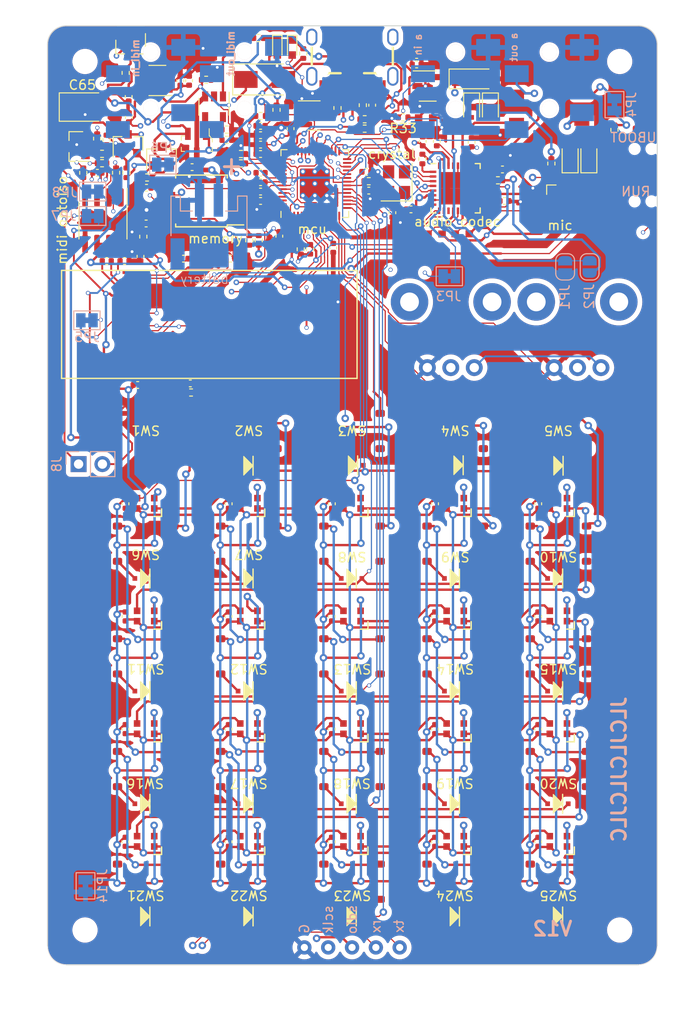
<source format=kicad_pcb>
(kicad_pcb (version 20240108) (generator "pcbnew") (generator_version "8.0")
  (layers (0 "F.Cu" signal) (1 "In1.Cu" signal) (2 "In2.Cu" signal) (31 "B.Cu" signal) (34 "B.Paste" user) (35 "F.Paste" user) (36 "B.SilkS" user "B.Silkscreen") (37 "F.SilkS" user "F.Silkscreen") (38 "B.Mask" user) (39 "F.Mask" user) (44 "Edge.Cuts" user))
  (net 0 "")
  (net 1 "GND")
  (net 2 "scl")
  (net 3 "sda")
  (net 4 "+3V3")
  (net 5 "Net-(C37-Pad1)")
  (net 6 "lrclk")
  (net 7 "bck")
  (net 8 "din")
  (net 9 "+BATT")
  (net 10 "VBUS")
  (net 11 "dout")
  (net 12 "led_din")
  (net 13 "key_col1")
  (net 14 "key_col2")
  (net 15 "key_col3")
  (net 16 "key_col4")
  (net 17 "key_col5")
  (net 18 "key_row1")
  (net 19 "key_row2")
  (net 20 "key_row3")
  (net 21 "key_row4")
  (net 22 "key_row5")
  (net 23 "3v3_filter")
  (net 24 "pot1")
  (net 25 "pot2")
  (net 26 "Net-(SW10-Pad4)")
  (net 27 "Net-(SW11-Pad4)")
  (net 28 "Net-(SW2-Pad3)")
  (net 29 "Net-(SW3-Pad3)")
  (net 30 "Net-(SW4-Pad3)")
  (net 31 "Net-(C10-Pad2)")
  (net 32 "Net-(C47-Pad1)")
  (net 33 "Net-(C47-Pad2)")
  (net 34 "Net-(C48-Pad1)")
  (net 35 "Net-(C48-Pad2)")
  (net 36 "Net-(C52-Pad1)")
  (net 37 "/XIN")
  (net 38 "Net-(C55-Pad1)")
  (net 39 "Net-(D6-Pad1)")
  (net 40 "Net-(D28-Pad2)")
  (net 41 "Net-(D29-Pad2)")
  (net 42 "Net-(D30-Pad2)")
  (net 43 "Net-(D31-Pad2)")
  (net 44 "Net-(D54-Pad1)")
  (net 45 "Net-(J6-Pad3)")
  (net 46 "Net-(J6-Pad2)")
  (net 47 "Net-(LCD1-Pad12)")
  (net 48 "/MIDI_RX")
  (net 49 "/USB_D+")
  (net 50 "/USB_D-")
  (net 51 "/QSPI_SS")
  (net 52 "/MIDI_TX")
  (net 53 "/XOUT")
  (net 54 "Net-(R16-Pad1)")
  (net 55 "Net-(R17-Pad2)")
  (net 56 "Net-(SW27-Pad1)")
  (net 57 "/QSPI_SD3")
  (net 58 "/QSPI_SCLK")
  (net 59 "/QSPI_SD0")
  (net 60 "/QSPI_SD2")
  (net 61 "/QSPI_SD1")
  (net 62 "Net-(C38-Pad2)")
  (net 63 "Net-(C39-Pad1)")
  (net 64 "Net-(C39-Pad2)")
  (net 65 "Net-(C43-Pad1)")
  (net 66 "Net-(C44-Pad1)")
  (net 67 "Net-(C44-Pad2)")
  (net 68 "Net-(C45-Pad1)")
  (net 69 "Net-(C45-Pad2)")
  (net 70 "Net-(C46-Pad2)")
  (net 71 "Net-(C49-Pad1)")
  (net 72 "Net-(C49-Pad2)")
  (net 73 "Net-(C51-Pad1)")
  (net 74 "Net-(C51-Pad2)")
  (net 75 "Net-(C52-Pad2)")
  (net 76 "Net-(C56-Pad1)")
  (net 77 "Net-(D27-Pad2)")
  (net 78 "Net-(C50-Pad1)")
  (net 79 "Net-(J5-Pad3)")
  (net 80 "Net-(R1-Pad1)")
  (net 81 "Net-(R2-Pad1)")
  (net 82 "Net-(R6-Pad2)")
  (net 83 "Net-(J2-PadB5)")
  (net 84 "Net-(J2-PadA5)")
  (net 85 "tx")
  (net 86 "rx")
  (net 87 "swdio")
  (net 88 "swclk")
  (net 89 "Net-(C1-Pad1)")
  (net 90 "Net-(J3-Pad2)")
  (net 95 "Net-(J5-Pad2)")
  (net 96 "Net-(JP7-Pad1)")
  (net 97 "Net-(R11-Pad2)")
  (net 98 "Net-(R21-Pad2)")
  (net 111 "Net-(D1-Pad1)")
  (net 112 "line_in_detect")
  (net 113 "Net-(JP3-Pad1)")
  (net 114 "Net-(JP4-Pad1)")
  (net 115 "Net-(JP5-Pad1)")
  (net 116 "latch_power")
  (net 118 "VSYS")
  (net 119 "Net-(C59-Pad1)")
  (net 120 "Net-(C59-Pad2)")
  (net 121 "Net-(C62-Pad1)")
  (net 122 "headphone_detect")
  (net 123 "bat_sense")
  (net 124 "Net-(R9-Pad1)")
  (net 125 "Net-(JP1-Pad2)")
  (net 128 "Net-(D1-Pad3)")
  (net 129 "subsystem_reset")
  (net 132 "vref2.5")
  (net 133 "usb_sense")
  (net 135 "Net-(JP6-Pad2)")
  (net 138 "/AudioMidi/lineout_left")
  (net 140 "/AudioMidi/lineout_right")
  (net 141 "Net-(D2-Pad2)")
  (net 142 "Net-(D2-Pad1)")
  (net 143 "+3V3A")
  (net 144 "Net-(D7-Pad1)")
  (net 145 "Net-(D8-Pad1)")
  (net 146 "Net-(D10-Pad3)")
  (net 147 "Net-(D10-Pad1)")
  (net 148 "Net-(D11-Pad1)")
  (net 149 "Net-(D12-Pad1)")
  (net 150 "Net-(D13-Pad1)")
  (net 151 "Net-(D14-Pad1)")
  (net 152 "Net-(D15-Pad1)")
  (net 153 "Net-(D16-Pad1)")
  (net 154 "Net-(D17-Pad1)")
  (net 155 "Net-(D18-Pad1)")
  (net 156 "Net-(D19-Pad1)")
  (net 157 "Net-(D20-Pad1)")
  (net 158 "Net-(D21-Pad1)")
  (net 159 "Net-(D22-Pad1)")
  (net 160 "Net-(D23-Pad1)")
  (net 161 "Net-(D24-Pad1)")
  (net 163 "Net-(D32-Pad2)")
  (net 164 "Net-(D33-Pad2)")
  (net 165 "Net-(D34-Pad2)")
  (net 166 "Net-(D35-Pad2)")
  (net 167 "Net-(D36-Pad2)")
  (net 168 "Net-(D37-Pad2)")
  (net 169 "Net-(D38-Pad2)")
  (net 170 "Net-(D39-Pad2)")
  (net 171 "Net-(D40-Pad2)")
  (net 172 "Net-(D41-Pad2)")
  (net 173 "Net-(D42-Pad2)")
  (net 174 "Net-(D43-Pad2)")
  (net 175 "Net-(D44-Pad2)")
  (net 176 "Net-(D45-Pad2)")
  (net 177 "Net-(D46-Pad2)")
  (net 178 "Net-(D47-Pad2)")
  (net 179 "Net-(D48-Pad2)")
  (net 180 "Net-(D49-Pad2)")
  (net 181 "Net-(D50-Pad2)")
  (net 182 "Net-(SW12-Pad4)")
  (net 184 "Net-(SW13-Pad4)")
  (net 186 "Net-(SW14-Pad4)")
  (net 188 "Net-(SW10-Pad3)")
  (net 190 "Net-(SW11-Pad3)")
  (net 192 "Net-(SW12-Pad3)")
  (net 194 "Net-(SW13-Pad3)")
  (net 196 "Net-(SW14-Pad3)")
  (net 198 "Net-(SW15-Pad3)")
  (net 200 "Net-(SW16-Pad3)")
  (net 202 "Net-(SW17-Pad3)")
  (net 204 "Net-(SW18-Pad3)")
  (net 206 "Net-(SW19-Pad3)")
  (net 208 "Net-(SW20-Pad3)")
  (net 220 "Net-(D3-Pad1)")
  (net 221 "Net-(D26-Pad1)")
  (net 222 "Net-(J3-Pad3)")
  (footprint "MyLibrary:C_0402_1005Metric" (layer "F.Cu") (at 74.786 44.146 -90)
    (property "Reference" "C38" (hide yes))
    (property "Value" "10u")
  )
  (footprint "RandomJunk:C_0603_nosilk" (layer "F.Cu") (at 74.6 54.02)
    (property "Reference" "C39" (hide yes))
    (property "Value" ".47u")
  )
  (footprint "MyLibrary:C_0402_1005Metric" (layer "F.Cu") (at 78.5 44.25 90)
    (property "Reference" "C40" (hide yes))
    (property "Value" "100n")
  )
  (footprint "MyLibrary:C_0402_1005Metric" (layer "F.Cu") (at 72.036 51.396 180)
    (property "Reference" "C41" (hide yes))
    (property "Value" "1u")
  )
  (footprint "MyLibrary:C_0402_1005Metric" (layer "F.Cu") (at 73.286 44.146 90)
    (property "Reference" "C42" (hide yes))
    (property "Value" "10u")
  )
  (footprint "MyLibrary:C_0402_1005Metric" (layer "F.Cu") (at 81.786 47.146)
    (property "Reference" "C43" (hide yes))
    (property "Value" "10u")
  )
  (footprint "RandomJunk:C_0603_nosilk" (layer "F.Cu") (at 73.6 41.646 180)
    (property "Reference" "C44" (hide yes))
    (property "Value" ".47u")
  )
  (footprint "RandomJunk:C_0603_nosilk" (layer "F.Cu") (at 77.5 54)
    (property "Reference" "C45" (hide yes))
    (property "Value" ".47u")
  )
  (footprint "MyLibrary:C_0402_1005Metric" (layer "F.Cu") (at 82 50.5 180)
    (property "Reference" "C46" (hide yes))
    (property "Value" "10u")
  )
  (footprint "RandomJunk:C_0603_nosilk" (layer "F.Cu") (at 85.25 52 -90)
    (property "Reference" "C47" (hide yes))
    (property "Value" ".47u")
  )
  (footprint "Capacitors_SMD:C_1206" (layer "F.Cu") (at 83.286 40.646 -90)
    (property "Reference" "C48" (hide yes))
    (property "Value" "47uf")
  )
  (footprint "Capacitors_SMD:C_1206" (layer "F.Cu") (at 90.25 40.5 90)
    (property "Reference" "C49" (hide yes))
    (property "Value" "47uf")
  )
  (footprint "MyLibrary:C_0402_1005Metric" (layer "F.Cu") (at 63.75 55.5 -90)
    (property "Reference" "C26" (hide yes))
    (property "Value" "100n")
  )
  (footprint "MyLibrary:C_0402_1005Metric" (layer "F.Cu") (at 56 43.5 180)
    (property "Reference" "C27" (hide yes))
    (property "Value" "100n")
  )
  (footprint "MyLibrary:C_0402_1005Metric" (layer "F.Cu") (at 56 44.5 180)
    (property "Reference" "C28" (hide yes))
    (property "Value" "100n")
  )
  (footprint "MyLibrary:C_0402_1005Metric" (layer "F.Cu") (at 59.2 42.8 90)
    (property "Reference" "C29" (hide yes))
    (property "Value" "100n")
  )
  (footprint "MyLibrary:C_0402_1005Metric" (layer "F.Cu") (at 56 48.5 180)
    (property "Reference" "C30" (hide yes))
    (property "Value" "100n")
  )
  (footprint "MyLibrary:C_0402_1005Metric" (layer "F.Cu") (at 67.286 47.396)
    (property "Reference" "C31" (hide yes))
    (property "Value" "100n")
  )
  (footprint "MyLibrary:C_0402_1005Metric" (layer "F.Cu") (at 58 54.25 -90)
    (property "Reference" "C32" (hide yes))
    (property "Value" "100n")
  )
  (footprint "MyLibrary:C_0402_1005Metric" (layer "F.Cu") (at 56 47.5 180)
    (property "Reference" "C33" (hide yes))
    (property "Value" "1u")
  )
  (footprint "MyLibrary:C_0402_1005Metric" (layer "F.Cu") (at 47.786 56.646)
    (property "Reference" "C51" (hide yes))
    (property "Value" "1u")
  )
  (footprint "MyLibrary:C_0402_1005Metric" (layer "F.Cu") (at 39.6 56.9 180)
    (property "Reference" "C52" (hide yes))
    (property "Value" "1u")
  )
  (footprint "MyLibrary:C_0402_1005Metric" (layer "F.Cu") (at 43.8 52.9 180)
    (property "Reference" "C34" (hide yes))
    (property "Value" "100n")
  )
  (footprint "MyLibrary:C_0402_1005Metric" (layer "F.Cu") (at 42.9 70.1)
    (property "Reference" "C53" (hide yes))
    (property "Value" "1u")
  )
  (footprint "MyLibrary:C_0402_1005Metric" (layer "F.Cu") (at 43.2 56.4 -90)
    (property "Reference" "C54" (hide yes))
    (property "Value" "1u")
  )
  (footprint "MyLibrary:C_0402_1005Metric" (layer "F.Cu") (at 52.786 56.646)
    (property "Reference" "C55" (hide yes))
    (property "Value" "10u")
  )
  (footprint "MyLibrary:C_0402_1005Metric" (layer "F.Cu") (at 48.51 69.93)
    (property "Reference" "C56" (hide yes))
    (property "Value" "10u")
  )
  (footprint "MyLibrary:C_0402_1005Metric" (layer "F.Cu") (at 70.05 51.75 -90)
    (property "Reference" "C35" (hide yes))
    (property "Value" "30p")
  )
  (footprint "MyLibrary:C_0402_1005Metric" (layer "F.Cu") (at 67.536 49.396 180)
    (property "Reference" "C37" (hide yes))
    (property "Value" "30p")
  )
  (footprint "MyLibrary:C_0402_1005Metric" (layer "F.Cu") (at 48.7 46.9 180)
    (property "Reference" "C57" (hide yes))
    (property "Value" "10u")
  )
  (footprint "MyLibrary:C_0402_1005Metric" (layer "F.Cu") (at 67.9 40.3 -90)
    (property "Reference" "C36" (hide yes))
    (property "Value" "10u")
  )
  (footprint "Diodes_SMD:D_SMA" (layer "F.Cu") (at 56.43 37.56)
    (property "Reference" "D53" (hide yes))
    (property "Value" "D_Schottky")
  )
  (footprint "LEDs:LED_0603" (layer "F.Cu") (at 57.786 34.146 -90)
    (property "Reference" "D54" (hide yes))
    (property "Value" "LED")
  )
  (footprint "Mounting_Holes:MountingHole_2.2mm_M2" (layer "F.Cu") (at 37.286 128.146)
    (property "Reference" "H1" (hide yes))
    (property "Value" "MountingHole")
  )
  (footprint "Mounting_Holes:MountingHole_2.2mm_M2" (layer "F.Cu") (at 37.286 35.646)
    (property "Reference" "H2" (hide yes))
    (property "Value" "MountingHole")
  )
  (footprint "Mounting_Holes:MountingHole_2.2mm_M2" (layer "F.Cu") (at 94.286 128.146)
    (property "Reference" "H3" (hide yes))
    (property "Value" "MountingHole")
  )
  (footprint "Mounting_Holes:MountingHole_2.2mm_M2" (layer "F.Cu") (at 94.286 35.646)
    (property "Reference" "H4" (hide yes))
    (property "Value" "MountingHole")
  )
  (footprint "digikey-footprints:SOT-23-3" (layer "F.Cu") (at 49.2 44.4 -90)
    (property "Reference" "Q1" (hide yes))
    (property "Value" "DMG2305UX-13")
  )
  (footprint "MyLibrary:R_0402_1005Metric_nosilk" (layer "F.Cu") (at 60.286 55.646 90)
    (property "Reference" "R4" (hide yes))
    (property "Value" "3.3k")
  )
  (footprint "MyLibrary:R_0402_1005Metric_nosilk" (layer "F.Cu") (at 61.286 55.646 90)
    (property "Reference" "R5" (hide yes))
    (property "Value" "3.3k")
  )
  (footprint "MyLibrary:R_0402_1005Metric_nosilk" (layer "F.Cu") (at 53.9 46.5 180)
    (property "Reference" "R1" (hide yes))
    (property "Value" "27.4")
  )
  (footprint "MyLibrary:R_0402_1005Metric_nosilk" (layer "F.Cu") (at 53.9 45.5 180)
    (property "Reference" "R2" (hide yes))
    (property "Value" "27.4")
  )
  (footprint "MyLibrary:R_0402_1005Metric_nosilk" (layer "F.Cu") (at 54.8 54.7 90)
    (property "Reference" "R3" (hide yes))
    (property "Value" "10k")
  )
  (footprint "MyLibrary:R_0402_1005Metric_nosilk" (layer "F.Cu") (at 50.2 37.6)
    (property "Reference" "R12" (hide yes))
    (property "Value" "33")
  )
  (footprint "MyLibrary:R_0402_1005Metric_nosilk" (layer "F.Cu") (at 55.8 54.7 -90)
    (property "Reference" "R6" (hide yes))
    (property "Value" "1k")
  )
  (footprint "MyLibrary:R_0402_1005Metric_nosilk" (layer "F.Cu") (at 56 41.45)
    (property "Reference" "R13" (hide yes))
    (property "Value" "10")
  )
  (footprint "MyLibrary:R_0402_1005Metric_nosilk" (layer "F.Cu") (at 67.536 48.396)
    (property "Reference" "R7" (hide yes))
    (property "Value" "1k")
  )
  (footprint "MyLibrary:R_0402_1005Metric_nosilk" (layer "F.Cu") (at 48.59 70.9)
    (property "Reference" "R15" (hide yes))
    (property "Value" "330k")
  )
  (footprint "MyLibrary:R_0402_1005Metric_nosilk" (layer "F.Cu") (at 52.4 42.9)
    (property "Reference" "R16" (hide yes))
    (property "Value" "4.7k")
  )
  (footprint "MyLibrary:R_0402_1005Metric_nosilk" (layer "F.Cu") (at 55.786 33.146 180)
    (property "Reference" "R17" (hide yes))
    (property "Value" "1k")
  )
  (footprint "MyLibrary:R_0402_1005Metric_nosilk" (layer "F.Cu") (at 52.4 44 180)
    (property "Reference" "R18" (hide yes))
    (property "Value" "100k")
  )
  (footprint "Potentiometers:Potentiometer_Alps_RK09K_Horizontal" (layer "F.Cu") (at 78.78 68.25 90)
    (property "Reference" "RV1" (hide yes))
    (property "Value" "R_POT_US")
  )
  (footprint "Potentiometers:Potentiometer_Alps_RK09K_Horizontal" (layer "F.Cu") (at 92.29 68.25 90)
    (property "Reference" "RV2" (hide yes))
    (property "Value" "R_POT_US")
  )
  (footprint "MyLibrary:SKSCLDE010" (layer "F.Cu") (at 96.774 50.546 90)
    (property "Reference" "SW27" (hide yes))
    (property "Value" "spst_4_pin_internal" (hide yes))
  )
  (footprint "Housings_DFN_QFN:QFN-32-1EP_5x5mm_Pitch0.5mm" (layer "F.Cu") (at 76.786 49.146)
    (property "Reference" "U3" (hide yes))
    (property "Value" "TLV320AIC3204")
  )
  (footprint "TO_SOT_Packages_SMD:SOT-23-5" (layer "F.Cu") (at 51.04 40.47 -90)
    (property "Reference" "U6" (hide yes))
    (property "Value" "MCP73831T-2ATI_OT")
  )
  (footprint "MCU_RaspberryPi_and_Boards:RP2040-QFN-56" (layer "F.Cu") (at 61.786 48.646 90)
    (property "Reference" "U2" (hide yes))
    (property "Value" "RP2040")
  )
  (footprint "MyLibrary:ts1187" (layer "F.Cu") (at 65.75 75 180)
    (property "Reference" "SW3")
    (property "Value" "spst_4_pin_internal")
  )
  (footprint "MyLibrary:ts1187" (layer "F.Cu") (at 43.75 87 180)
    (property "Reference" "SW6")
    (property "Value" "spst_4_pin_internal")
  )
  (footprint "MyLibrary:ts1187" (layer "F.Cu") (at 87.75 75 180)
    (property "Reference" "SW5")
    (property "Value" "spst_4_pin_internal")
  )
  (footprint "MyLibrary:ts1187" (layer "F.Cu") (at 76.75 75 180)
    (property "Reference" "SW4")
    (property "Value" "spst_4_pin_internal")
  )
  (footprint "MyLibrary:ts1187" (layer "F.Cu") (at 54.75 75 180)
    (property "Reference" "SW2")
    (property "Value" "spst_4_pin_internal")
  )
  (footprint "RandomJunk:D_SOD-323F_less_silk" (layer "F.Cu") (at 43.7 90.7 180)
    (property "Reference" "D31" (hide yes))
    (property "Value" "D" (hide yes))
  )
  (footprint "RandomJunk:D_SOD-323F_less_silk" (layer "F.Cu") (at 54.7 78.7 180)
    (property "Reference" "D27" (hide yes))
    (property "Value" "D" (hide yes))
  )
  (footprint "RandomJunk:D_SOD-323F_less_silk" (layer "F.Cu") (at 77.1 78.65 180)
    (property "Reference" "D29" (hide yes))
    (property "Value" "D" (hide yes))
  )
  (footprint "RandomJunk:D_SOD-323F_less_silk" (layer "F.Cu") (at 87.75 78.7 180)
    (property "Reference" "D30" (hide yes))
    (property "Value" "D" (hide yes))
  )
  (footprint "RandomJunk:D_SOD-323F_less_silk" (layer "F.Cu") (at 65.85 78.65 180)
    (property "Reference" "D28" (hide yes))
    (property "Value" "D" (hide yes))
  )
  (footprint "RandomJunk:ws2812b-2020-lightpipe" (layer "F.Cu") (at 43.75 82.700001 180)
    (property "Reference" "D6" (hide yes))
    (property "Value" "WS2812C-v1" (hide yes))
  )
  (footprint "MyLibrary:C_0402_1005Metric" (layer "F.Cu") (at 41.6 82.75 90)
    (property "Reference" "C6" (hide yes))
    (property "Value" "1u")
  )
  (footprint "Housings_SOIC:SOIJ-8_5.3x5.3mm_Pitch1.27mm" (layer "F.Cu") (at 49.7 50.5 180)
    (property "Reference" "U1" (hide yes))
    (property "Value" "W25Q32JVSS")
  )
  (footprint "RandomJunk:USB-C_SMD-TYPE-C-31-M-12" (layer "F.Cu") (at 65.8 33.8 180)
    (property "Reference" "J2" (hide yes))
    (property "Value" "USB_C_Receptacle_USB2.0" (hide yes))
  )
  (footprint "MyLibrary:R_0402_1005Metric_nosilk" (layer "F.Cu") (at 66.9 40.3 90)
    (property "Reference" "R19" (hide yes))
    (property "Value" "5.1k")
  )
  (footprint "MyLibrary:R_0402_1005Metric_nosilk" (layer "F.Cu") (at 64.2 40.6 -90)
    (property "Reference" "R20" (hide yes))
    (property "Value" "5.1k")
  )
  (footprint "MyLibrary:SKSCLDE010" (layer "F.Cu") (at 96.774 44.958 90)
    (property "Reference" "SW26" (hide yes))
    (property "Value" "spst_4_pin_internal" (hide yes))
  )
  (footprint "MyLibrary:LGA-4 (3x3.8)" (layer "F.Cu") (at 88.7 50.6 90)
    (property "Reference" "U4" (hide yes))
    (property "Value" "AP3722AT_mic")
  )
  (footprint "Crystals:Crystal_SMD_3225-4pin_3.2x2.5mm" (layer "F.Cu") (at 70.5 48.5 90)
    (property "Reference" "Y1" (hide yes))
    (property "Value" "Crystal_GND24")
  )
  (footprint "MyLibrary:C_0402_1005Metric" (layer "F.Cu") (at 56 45.5 180)
    (property "Reference" "C1" (hide yes))
    (property "Value" "1u")
  )
  (footprint "MyLibrary:C_0402_1005Metric" (layer "F.Cu") (at 56 50.5 180)
    (property "Reference" "C2" (hide yes))
    (property "Value" "100n")
  )
  (footprint "MyLibrary:C_0402_1005Metric" (layer "F.Cu") (at 56 49.5 180)
    (property "Reference" "C3" (hide yes))
    (property "Value" "100n")
  )
  (footprint "MyLibrary:R_0402_1005Metric_nosilk" (layer "F.Cu") (at 81.3 48.3)
    (property "Reference" "R24" (hide yes))
    (property "Value" "10k")
  )
  (footprint "MyLibrary:oled_ssd1306_14pin_91" (layer "F.Cu") (at 42.286 62.146 -90)
    (property "Reference" "LCD1" (hide yes))
    (property "Value" "128x32OLED")
  )
  (footprint "MyLibrary:C_0402_1005Metric" (layer "F.Cu") (at 72.64 35.96)
    (property "Reference" "C5" (hide yes))
    (property "Value" "100n")
  )
  (footprint "Capacitors_Tantalum_SMD:CP_Tantalum_Case-A_EIA-3216-18_Reflow" (layer "F.Cu") (at 78.75 37.5)
    (property "Reference" "C58" (hide yes))
    (property "Value" "10u")
  )
  (footprint "MyLibrary:C_0402_1005Metric" (layer "F.Cu") (at 43.84 49.1 180)
    (property "Reference" "C59" (hide yes))
    (property "Value" "10n")
  )
  (footprint "MyLibrary:C_0402_1005Metric" (layer "F.Cu") (at 47.45 37.7 90)
    (property "Reference" "C60" (hide yes))
    (property "Value" "100n")
  )
  (footprint "MyLibrary:C_0402_1005Metric" (layer "F.Cu") (at 41.96 41.6 90)
    (property "Reference" "C61" (hide yes))
    (property "Value" "10u")
  )
  (footprint "MyLibrary:C_0402_1005Metric" (layer "F.Cu") (at 41.94 39.38 -90)
    (property "Reference" "C62" (hide yes))
    (property "Value" "100n")
  )
  (footprint "MyLibrary:C_0402_1005Metric" (layer "F.Cu") (at 72.64 34.95)
    (property "Reference" "C63" (hide yes))
    (property "Value" "1u")
  )
  (footprint "MyLibrary:C_0402_1005Metric" (layer "F.Cu") (at 48.38 37.69 90)
    (property "Reference" "C64" (hide yes))
    (property "Value" "1u")
  )
  (footprint "TO_SOT_Packages_SMD:SOT-23" (layer "F.Cu") (at 45.44 45.72 90)
    (property "Reference" "Q2" (hide yes))
    (property "Value" "Q_PMOS_GSD")
  )
  (footprint "TO_SOT_Packages_SMD:SOT-23" (layer "F.Cu") (at 36.34 44.7 180)
    (property "Reference" "Q3" (hide yes))
    (property "Value" "Q_NMOS_GSD")
  )
  (footprint "TO_SOT_Packages_SMD:SOT-23" (layer "F.Cu") (at 42.15 34.08 -90)
    (property "Reference" "Q4" (hide yes))
    (property "Value" "Q_NMOS_GSD")
  )
  (footprint "MyLibrary:R_0402_1005Metric_nosilk" (layer "F.Cu") (at 73.25 46.03 90)
    (property "Reference" "R9" (hide yes))
    (property "Value" "10k")
  )
  (footprint "MyLibrary:R_0402_1005Metric_nosilk" (layer "F.Cu") (at 93.726 42.926 90)
    (property "Reference" "R14" (hide yes))
    (property "Value" "10k")
  )
  (footprint "MyLibrary:R_0402_1005Metric_nosilk" (layer "F.Cu") (at 43.9 48)
    (property "Reference" "R25" (hide yes))
    (property "Value" "100k")
  )
  (footprint "MyLibrary:R_0402_1005Metric_nosilk" (layer "F.Cu") (at 38.58 43.86 -90)
    (property "Reference" "R26" (hide yes))
    (property "Value" "330")
  )
  (footprint "MyLibrary:R_0402_1005Metric_nosilk" (layer "F.Cu") (at 39.58 44 90)
    (property "Reference" "R27" (hide yes))
    (property "Value" "1m")
  )
  (footprint "MyLibrary:R_0402_1005Metric_nosilk" (layer "F.Cu") (at 41.62 36.86 -90)
    (property "Reference" "R28" (hide yes))
    (property "Value" "1m")
  )
  (footprint "RandomJunk:C_0603_nosilk" (layer "F.Cu") (at 40.45 38.1 90)
    (property "Reference" "R29" (hide yes))
    (property "Value" "750k")
  )
  (footprint "MyLibrary:ts1187" (layer "F.Cu") (at 43.75 75 180)
    (property "Reference" "SW1")
    (property "Value" "spst_4_pin_internal")
  )
  (footprint "TO_SOT_Packages_SMD:SOT-23-5" (layer "F.Cu") (at 73.82 38.26)
    (property "Reference" "U9" (hide yes))
    (property "Value" "ME6211C")
  )
  (footprint "TO_SOT_Packages_SMD:SOT-23-5" (layer "F.Cu") (at 45 37.67 180)
    (property "Reference" "U11" (hide yes))
    (property "Value" "ME6211C")
  )
  (footprint "TO_SOT_Packages_SMD:SOT-23" (layer "F.Cu") (at 41.87 44.41 90)
    (property "Reference" "D1" (hide yes))
    (property "Value" "BAT54C")
  )
  (footprint "MyLibrary:R_0402_1005Metric_nosilk" (layer "F.Cu") (at 41.7 47.5 90)
    (property "Reference" "R8" (hide yes))
    (property "Value" "100k")
  )
  (footprint "LEDs:LED_0603" (layer "F.Cu") (at 59.37 34.16 -90)
    (property "Reference" "D2" (hide yes))
    (property "Value" "LEDGreen")
  )
  (footprint "MyLibrary:R_0402_1005Metric_nosilk" (layer "F.Cu") (at 60.55 34.8 -90)
    (property "Reference" "R31" (hide yes))
    (property "Value" "1k")
  )
  (footprint "RandomJunk:D_SOD-323F_less_silk" (layer "F.Cu") (at 43.7 114.7 180)
    (property "Reference" "D41" (hide yes))
    (property "Value" "D" (hide yes))
  )
  (footprint "MyLibrary:R_0402_1005Metric_nosilk" (layer "F.Cu") (at 67.1 41.8)
    (property "Reference" "R23" (hide yes))
    (property "Value" "5.1k")
  )
  (footprint "MyLibrary:R_0402_1005Metric_nosilk" (layer "F.Cu") (at 39.1 46.48 180)
    (property "Reference" "R35" (hide yes))
    (property "Value" "33")
  )
  (footprint "MyLibrary:C_0402_1005Metric" (layer "F.Cu") (at 85.6 118.75 90)
    (property "Reference" "C25" (hide yes))
    (property "Value" "1u")
  )
  (footprint "MyLibrary:C_0402_1005Metric" (layer "F.Cu") (at 74.6 94.75 90)
    (property "Reference" "C14" (hide yes))
    (property "Value" "1u")
  )
  (footprint "MyLibrary:ts1187" (layer "F.Cu") (at 65.75 111 180)
    (property "Reference" "SW18")
    (property "Value" "spst_4_pin_internal")
  )
  (footprint "MyLibrary:C_0402_1005Metric" (layer "F.Cu") (at 52.6 82.75 90)
    (property "Reference" "C7" (hide yes))
    (property "Value" "1u")
  )
  (footprint "Capacitor_Tantalum_SMD:CP_EIA-3528-21_Kemet-B" (layer "F.Cu") (at 37 40.5)
    (property "Reference" "C65")
    (property "Value" "100u")
  )
  (footprint "MyLibrary:C_0402_1005Metric" (layer "F.Cu") (at 85.6 106.75 90)
    (property "Reference" "C20" (hide yes))
    (property "Value" "1u")
  )
  (footprint "RandomJunk:D_SOD-323F_less_silk" (layer "F.Cu") (at 54.7 114.7 180)
    (property "Reference" "D42" (hide yes))
    (property "Value" "D" (hide yes))
  )
  (footprint "Diode_SMD:D_SOD-323F" (layer "F.Cu") (at 80.5 40.5 -90)
    (property "Reference" "D26" (hide yes))
    (property "Value" "D_Zener")
  )
  (footprint "MyLibrary:C_0402_1005Metric" (layer "F.Cu") (at 52.6 94.75 90)
    (property "Reference" "C12" (hide yes))
    (property "Value" "1u")
  )
  (footprint "RandomJunk:D_SOD-323F_less_silk" (layer "F.Cu") (at 87.7 126.7 180)
    (property "Reference" "D50" (hide yes))
    (property "Value" "D" (hide yes))
  )
  (footprint "RandomJunk:ws2812b-2020-lightpipe" (layer "F.Cu") (at 65.75 94.700001 180)
    (property "Reference" "D13" (hide yes))
    (property "Value" "WS2812C-v1" (hide yes))
  )
  (footprint "MyLibrary:C_0402_1005Metric" (layer "F.Cu") (at 38.6 47.5)
    (property "Reference" "C50" (hide yes))
    (property "Value" "10u")
  )
  (footprint "RandomJunk:D_SOD-323F_less_silk" (layer "F.Cu") (at 54.7 90.7 180)
    (property "Reference" "D32" (hide yes))
    (property "Value" "D" (hide yes))
  )
  (footprint "RandomJunk:D_SOD-323F_less_silk" (layer "F.Cu") (at 54.7 102.7 180)
    (property "Reference" "D37" (hide yes))
    (property "Value" "D" (hide yes))
  )
  (footprint "MyLibrary:ts1187" (layer "F.Cu") (at 65.75 123 180)
    (property "Reference" "SW23")
    (property "Value" "spst_4_pin_internal")
  )
  (footprint "RandomJunk:D_SOD-323F_less_silk" (layer "F.Cu") (at 43.7 126.7 180)
    (property "Reference" "D46" (hide yes))
    (property "Value" "D" (hide yes))
  )
  (footprint "RandomJunk:ws2812b-2020-lightpipe" (layer "F.Cu") (at 65.75 106.700001 180)
    (property "Reference" "D18" (hide yes))
    (property "Value" "WS2812C-v1" (hide yes))
  )
  (footprint "MyLibrary:C_0402_1005Metric" (layer "F.Cu") (at 41.5 56.9)
    (property "Reference" "C4" (hide yes))
    (property "Value" "10u")
  )
  (footprint "MyLibrary:C_0402_1005Metric" (layer "F.Cu") (at 85.6 94.75 90)
    (property "Reference" "C15" (hide yes))
    (property "Value" "1u")
  )
  (footprint "MyLibrary:C_0402_1005Metric" (layer "F.Cu") (at 74.6 106.75 90)
    (property "Reference" "C19" (hide yes))
    (property "Value" "1u")
  )
  (footprint "MyLibrary:C_0402_1005Metric" (layer "F.Cu") (at 63.6 106.75 90)
    (property "Reference" "C18" (hide yes))
    (property "Value" "1u")
  )
  (footprint "MyLibrary:ts1187" (layer "F.Cu") (at 76.75 99 180)
    (property "Reference" "SW14")
    (property "Value" "spst_4_pin_internal")
  )
  (footprint "MyLibrary:C_0402_1005Metric" (layer "F.Cu") (at 41.6 94.75 90)
    (property "Reference" "C11" (hide yes))
    (property "Value" "1u")
  )
  (footprint "MyLibrary:ts1187" (layer "F.Cu") (at 87.75 99 180)
    (property "Reference" "SW15")
    (property "Value" "spst_4_pin_internal")
  )
  (footprint "RandomJunk:ws2812b-2020-lightpipe" (layer "F.Cu") (at 76.75 118.700001 180)
    (property "Reference" "D24" (hide yes))
    (property "Value" "WS2812C-v1" (hide yes))
  )
  (footprint "MyLibrary:C_0402_1005Metric" (layer "F.Cu") (at 74.6 118.75 90)
    (property "Reference" "C24" (hide yes))
    (property "Value" "1u")
  )
  (footprint "MyLibrary:C_0402_1005Metric" (layer "F.Cu") (at 52.6 106.75 90)
    (property "Reference" "C17" (hide yes))
    (property "Value" "1u")
  )
  (footprint "MyLibrary:C_0402_1005Metric" (layer "F.Cu") (at 85.6 82.75 90)
    (property "Reference" "C10" (hide yes))
    (property "Value" "1u")
  )
  (footprint "MyLibrary:ts1187" (layer "F.Cu") (at 54.75 123 180)
    (property "Reference" "SW22")
    (property "Value" "spst_4_pin_internal")
  )
  (footprint "Diode_SMD:D_SOD-323F" (layer "F.Cu") (at 78.5 40.5 -90)
    (property "Reference" "D5" (hide yes))
    (property "Value" "D_Zener")
  )
  (footprint "RandomJunk:D_SOD-323F_less_silk" (layer "F.Cu") (at 87.7 102.7 180)
    (property "Reference" "D40" (hide yes))
    (property "Value" "D" (hide yes))
  )
  (footprint "MyLibrary:C_0402_1005Metric" (layer "F.Cu") (at 74.6 82.75 90)
    (property "Reference" "C9" (hide yes))
    (property "Value" "1u")
  )
  (footprint "Package_SO:SOIC-8_3.9x4.9mm_P1.27mm" (layer "F.Cu") (at 39.2 52.6 -90)
    (property "Reference" "U5" (hide yes))
    (property "Value" "HCPL-0631")
  )
  (footprint "MyLibrary:R_0402_1005Metric_nosilk" (layer "F.Cu") (at 39.1 45.48 180)
    (property "Reference" "R34" (hide yes))
    (property "Value" "33")
  )
  (footprint "RandomJunk:D_SOD-323F_less_silk" (layer "F.Cu") (at 65.7 90.7 180)
    (property "Reference" "D33" (hide yes))
    (property "Value" "D" (hide yes))
  )
  (footprint "Diode_SMD:D_SOD-323F" (layer "F.Cu") (at 89 46 90)
    (property "Reference" "D4" (hide yes))
    (property "Value" "D_Zener")
  )
  (footprint "RandomJunk:ws2812b-2020-lightpipe" (layer "F.Cu") (at 76.75 106.700001 180)
    (property "Reference" "D19" (hide yes))
    (property "Value" "WS2812C-v1" (hide yes))
  )
  (footprint "RandomJunk:D_SOD-323F_less_silk" (layer "F.Cu") (at 54.7 126.7 180)
    (property "Reference" "D47" (hide yes))
    (property "Value" "D" (hide yes))
  )
  (footprint "RandomJunk:ws2812b-2020-lightpipe" (layer "F.Cu") (at 87.75 94.700001 180)
    (property "Reference" "D15" (hide yes))
    (property "Value" "WS2812C-v1" (hide yes))
  )
  (footprint "RandomJunk:ws2812b-2020-lightpipe" (layer "F.Cu") (at 65.75 82.700001 180)
    (property "Reference" "D8" (hide yes))
    (property "Value" "WS2812C-v1" (hide yes))
  )
  (footprint "RandomJunk:ws2812b-2020-lightpipe" (layer "F.Cu") (at 54.75 94.700001 180)
    (property "Reference" "D12" (hide yes))
    (property "Value" "WS2812C-v1" (hide yes))
  )
  (footprint "RandomJunk:ws2812b-2020-lightpipe" (layer "F.Cu") (at 43.75 118.700001 180)
    (property "Reference" "D21" (hide yes))
    (property "Value" "WS2812C-v1" (hide yes))
  )
  (footprint "RandomJunk:D_SOD-323F_less_silk" (layer "F.Cu") (at 43.7 102.7 180)
    (property "Reference" "D36" (hide yes))
    (property "Value" "D" (hide yes))
  )
  (footprint "Resistor_SMD:R_0402_1005Metric" (layer "F.Cu") (at 71.2 41.6 180)
    (property "Reference" "R33")
    (property "Value" "100")
  )
  (footprint "MyLibrary:ts1187" (layer "F.Cu") (at 43.75 123 180)
    (property "Reference" "SW21")
    (property "Value" "spst_4_pin_internal")
  )
  (footprint "MyLibrary:ts1187" (layer "F.Cu") (at 87.75 111 180)
    (property "Reference" "SW20")
    (property "Value" "spst_4_pin_internal")
  )
  (footprint "RandomJunk:D_SOD-323F_less_silk" (layer "F.Cu") (at 76.7 114.7 180)
    (property "Reference" "D44" (hide yes))
    (property "Value" "D" (hide yes))
  )
  (footprint "RandomJunk:D_SOD-323F_less_silk" (layer "F.Cu") (at 76.7 126.7 180)
    (property "Reference" "D49" (hide yes))
    (property "Value" "D" (hide yes))
  )
  (footprint "MyLibrary:C_0402_1005Metric" (layer "F.Cu") (at 41.6 106.75 90)
    (property "Reference" "C16" (hide yes))
    (property "Value" "1u")
  )
  (footprint "MyLibrary:ts1187" (layer "F.Cu") (at 87.75 123 180)
    (property "Reference" "SW25")
    (property "Value" "spst_4_pin_internal")
  )
  (footprint "MyLibrary:R_0402_1005Metric_nosilk" (layer "F.Cu") (at 40.6 47.49 -90)
    (property "Reference" "R11" (hide yes))
    (property "Value" "220")
  )
  (footprint "RandomJunk:ws2812b-2020-lightpipe" (layer "F.Cu") (at 54.75 106.700001 180)
    (property "Reference" "D17" (hide yes))
    (property "Value" "WS2812C-v1" (hide yes))
  )
  (footprint "MyLibrary:R_0402_1005Metric_nosilk" (layer "F.Cu") (at 43.5 54.3 90)
    (property "Reference" "R10" (hide yes))
    (property "Value" "220")
  )
  (footprint "MyLibrary:R_0402_1005Metric_nosilk" (layer "F.Cu") (at 57.7 40.8 90)
    (property "Reference" "R22" (hide yes))
    (property "Value" "330")
  )
  (footprint "Resistor_SMD:R_0402_1005Metric" (layer "F.Cu") (at 87 46.515 90)
    (property "Reference" "R32" (hide yes))
    (property "Value" "100")
  )
  (footprint "MyLibrary:R_0402_1005Metric_nosilk" (layer "F.Cu") (at 37.1 47.5 -90)
    (property "Reference" "R21" (hide yes))
    (property "Value" "220")
  )
  (footprint "RandomJunk:ws2812b-2020-lightpipe" (layer "F.Cu") (at 43.75 106.700001 180)
    (property "Reference" "D16" (hide yes))
    (property "Value" "WS2812C-v1" (hide yes))
  )
  (footprint "RandomJunk:ws2812b-2020-lightpipe" (layer "F.Cu") (at 54.75 82.700001 180)
    (property "Reference" "D7" (hide yes))
    (property "Value" "WS2812C-v1" (hide yes))
  )
  (footprint "RandomJunk:D_SOD-323F_less_silk" (layer "F.Cu") (at 65.7 114.7 180)
    (property "Reference" "D43" (hide yes))
    (property "Value" "D" (hide yes))
  )
  (footprint "MyLibrary:ts1187" (layer "F.Cu") (at 65.75 99 180)
    (property "Reference" "SW13")
    (property "Value" "spst_4_pin_internal")
  )
  (footprint "MyLibrary:C_0402_1005Metric" (layer "F.Cu") (at 41.6 118.75 90)
    (property "Reference" "C21" (hide yes))
    (property "Value" "1u")
  )
  (footprint "MyLibrary:C_0402_1005Metric" (layer "F.Cu") (at 63.6 94.75 90)
    (property "Reference" "C13" (hide yes))
    (property "Value" "1u")
  )
  (footprint "MyLibrary:C_0402_1005Metric" (layer "F.Cu") (at 63.6 82.75 90)
    (property "Reference" "C8" (hide yes))
    (property "Value" "1u")
  )
  (footprint "Package_TO_SOT_SMD:SOT-23" (layer "F.Cu") (at 61.7 41.4)
    (property "Reference" "U7" (hide yes))
    (property "Value" "LM4040DBZ-2.5")
  )
  (footprint "MyLibrary:ts1187" (layer "F.Cu") (at 54.75 99 180)
    (property "Reference" "SW12")
    (property "Value" "spst_4_pin_internal")
  )
  (footprint "MyLibrary:ts1187" (layer "F.Cu") (at 54.75 87 180)
    (property "Reference" "SW7")
    (property "Value" "spst_4_pin_internal")
  )
  (footprint "RandomJunk:D_SOD-323F_less_silk" (layer "F.Cu") (at 65.7 102.7 180)
    (property "Reference" "D38" (hide yes))
    (property "Value" "D" (hide yes))
  )
  (footprint "RandomJunk:D_SOD-323F_less_silk" (layer "F.Cu") (at 76.7 102.7 180)
    (property "Reference" "D39" (hide yes))
    (property "Value" "D" (hide yes))
  )
  (footprint "RandomJunk:D_SOD-323F_less_silk" (layer "F.Cu") (at 87.7 114.7 180)
    (property "Reference" "D45" (hide yes))
    (property "Value" "D" (hide yes))
  )
  (footprint "RandomJunk:ws2812b-2020-lightpipe" (layer "F.Cu") (at 76.75 82.700001 180)
    (property "Reference" "D9" (hide yes))
    (property "Value" "WS2812C-v1" (hide yes))
  )
  (footprint "RandomJunk:ws2812b-2020-lightpipe" (layer "F.Cu") (at 43.75 94.700001 180)
    (property "Reference" "D11" (hide yes))
    (property "Value" "WS2812C-v1" (hide yes))
  )
  (footprint "RandomJunk:ws2812b-2020-lightpipe" (layer "F.Cu") (at 54.75 118.700001 180)
    (property "Reference" "D22" (hide yes))
    (property "Value" "WS2812C-v1" (hide yes))
  )
  (footprint "MyLibrary:ts1187" (layer "F.Cu") (at 65.75 87 180)
    (property "Reference" "SW8")
    (property "Value" "spst_4_pin_internal")
  )
  (footprint "MyLibrary:ts1187" (layer "F.Cu") (at 43.75 111 180)
    (property "Reference" "SW16")
    (property "Value" "spst_4_pin_internal")
  )
  (footprint "RandomJunk:ws2812b-2020-lightpipe" (layer "F.Cu") (at 65.75 118.700001 180)
    (property "Reference" "D23" (hide yes))
    (property "Value" "WS2812C-v1" (hide yes))
  )
  (footprint "Diode_SMD:D_SOD-323F" (layer "F.Cu") (at 91 46 90)
    (property "Reference" "D3" (hide yes))
    (property "Value" "D_Zener")
  )
  (footprint "MyLibrary:ts1187" (layer "F.Cu") (at 76.75 123 180)
    (property "Reference" "SW24")
    (property "Value" "spst_4_pin_internal")
  )
  (footprint "MyLibrary:ts1187" (layer "F.Cu") (at 76.75 111 180)
    (property "Reference" "SW19")
    (property "Value" "spst_4_pin_internal")
  )
  (footprint "RandomJunk:ws2812b-2020-lightpipe" (layer "F.Cu") (at 87.75 106.700001 180)
    (property "Reference" "D20" (hide yes))
    (property "Value" "WS2812C-v1" (hide yes))
  )
  (footprint "MyLibrary:R_0402_1005Metric_nosilk" (layer "F.Cu") (at 67.1 42.8 180)
    (property "Reference" "R30" (hide yes))
    (property "Value" "10k")
  )
  (footprint "MyLibrary:ts1187" (layer "F.Cu") (at 87.75 87 180)
    (property "Reference" "SW10")
    (property "Value" "spst_4_pin_internal")
  )
  (footprint "MyLibrary:ts1187" (layer "F.Cu") (at 54.75 111 180)
    (property "Reference" "SW17")
    (property "Value" "spst_4_pin_internal")
  )
  (footprint "RandomJunk:D_SOD-323F_less_silk" (layer "F.Cu") (at 87.7 90.7 180)
    (property "Reference" "D35" (hide yes))
    (property "Value" "D" (hide yes))
  )
  (footprint "MyLibrary:ts1187" (layer "F.Cu") (at 43.75 99 180)
    (property "Reference" "SW11")
    (property "Value" "spst_4_pin_internal")
  )
  (footprint "RandomJunk:D_SOD-323F_less_silk" (layer "F.Cu") (at 76.7 90.7 180)
    (property "Reference" "D34" (hide yes))
    (property "Value" "D" (hide yes))
  )
  (footprint "MyLibrary:ts1187" (layer "F.Cu") (at 76.75 87 180)
    (property "Reference" "SW9")
    (property "Value" "spst_4_pin_internal")
  )
  (footprint "MyLibrary:C_0402_1005Metric" (layer "F.Cu") (at 63.6 118.75 90)
    (property "Reference" "C23" (hide yes))
    (property "Value" "1u")
  )
  (footprint "RandomJunk:ws2812b-2020-lightpipe" (layer "F.Cu") (at 76.75 94.700001 180)
    (property "Reference" "D14" (hide yes))
    (property "Value" "WS2812C-v1" (hide yes))
  )
  (footprint "MyLibrary:C_0402_1005Metric" (layer "F.Cu") (at 56 42.5 180)
    (property "Reference" "C66" (hide yes))
    (property "Value" "2u2")
  )
  (footprint "RandomJunk:ws2812b-2020-lightpipe" (layer "F.Cu") (at 87.75 82.700001 180)
    (property "Reference" "D10" (hide yes))
    (property "Value" "WS2812C-v1" (hide yes))
  )
  (footprint "RandomJunk:D_SOD-323F_less_silk" (layer "F.Cu") (at 65.7 126.7 180)
    (property "Reference" "D48" (hide yes))
    (property "Value" "D" (hide yes))
  )
  (footprint "RandomJunk:ws2812b-2020-lightpipe" (layer "F.Cu") (at 87.75 118.700001 180)
    (property "Reference" "D25" (hide yes))
    (property "Value" "WS2812C-v1" (hide yes))
  )
  (footprint "MyLibrary:C_0402_1005Metric" (layer "F.Cu") (at 52.6 118.75 90)
    (property "Reference" "C22" (hide yes))
    (property "Value" "1u")
  )
  (footprint "RandomJunk:HRO-PJ-327C-A" (layer "B.Cu") (at 76.786 38.146 -90)
    (property "Reference" "J3" (hide yes))
    (property "Value" "line_in" (hide yes))
  )
  (footprint "RandomJunk:HRO-PJ-327C-A" (layer "B.Cu") (at 86.786 38.146 -90)
    (property "Reference" "J4" (hide yes))
    (property "Value" "headphone_out" (hide yes))
  )
  (footprint "RandomJunk:HRO-PJ-327C-A" (layer "B.Cu") (at 44.286 38.146 -90)
    (property "Reference" "J5" (hide yes))
    (property "Value" "midi_in")
  )
  (footprint "RandomJunk:HRO-PJ-327C-A" (layer "B.Cu") (at 54.286 38.146 -90)
    (property "Reference" "J6" (hide yes))
    (property "Value" "midi_out")
  )
  (footprint "Connectors_JST:JST_PH_S2B-PH-SM4-TB_02x2.00mm_Angled" (layer "B.Cu") (at 50.5 53.3 180)
    (property "Reference" "J7" (hide yes))
    (property "Value" "battery")
  )
  (footprint "RandomJunk:pico debug header" (layer "B.Cu") (at 65.75 130)
    (property "Reference" "J1" (hide yes))
    (property "Value" "picoprobe_debug")
  )
  (footprint "Jumper:SolderJumper-2_P1.3mm_Open_RoundedPad1.0x1.5mm" (layer "B.Cu") (at 88.47 57.52 90)
    (property "Reference" "JP1")
    (property "Value" "SolderJumper_2_Open")
  )
  (footprint "Jumper:SolderJumper-2_P1.3mm_Open_RoundedPad1.0x1.5mm" (layer "B.Cu") (at 91.08 57.52 90)
    (property "Reference" "JP2")
    (property "Value" "SolderJumper_2_Open")
  )
  (footprint "Jumper:SolderJumper-2_P1.3mm_Bridged_Pad1.0x1.5mm" (layer "B.Cu") (at 76.12 58.52 180)
    (property "Reference" "JP3")
    (property "Value" "SolderJumper_2_Bridged")
  )
  (footprint "Jumper:SolderJumper-2_P1.3mm_Bridged_Pad1.0x1.5mm" (layer "B.Cu") (at 93.726 40.244 90)
    (property "Reference" "JP4")
    (property "Value" "SolderJumper_2_Bridged")
  )
  (footprint "Jumper:SolderJumper-2_P1.3mm_Bridged_Pad1.0x1.5mm" (layer "B.Cu") (at 37.49 63.21)
    (property "Reference" "JP5")
    (property "Value" "SolderJumper_2_Bridged")
  )
  (footprint "Jumper:SolderJumper-2_P1.3mm_Bridged_Pad1.0x1.5mm" (layer "B.Cu") (at 45.58 46.63 180)
    (property "Reference" "JP6")
    (property "Value" "SolderJumper_2_Bridged")
  )
  (footprint "Jumper:SolderJumper-2_P1.3mm_Bridged_Pad1.0x1.5mm" (layer "B.Cu") (at 37.338 123.444 90)
    (property "Reference" "JP14")
    (property "Value" "SolderJumper_2_Bridged")
  )
  (footprint "Jumper:SolderJumper-2_P1.3mm_Bridged_Pad1.0x1.5mm" (layer "B.Cu") (at 38.1 49.5)
    (property "Reference" "JP8")
    (property "Value" "SolderJumper_2_Bridged")
  )
  (footprint "Jumper:SolderJumper-2_P1.3mm_Bridged_Pad1.0x1.5mm" (layer "B.Cu") (at 38.1 52.1 180)
    (property "Reference" "JP7")
    (property "Value" "SolderJumper_2_Bridged")
  )
  (footprint "Connector_PinHeader_2.54mm:PinHeader_1x02_P2.54mm_Vertical" (layer "B.Cu") (at 36.6 78.525 -90)
    (property "Reference" "J8")
    (property "Value" "Conn_01x02_Female")
  )
  (gr_line (start 96.286 31.846) (end 35.286 31.846) (stroke (width 0.1)) (layer "Edge.Cuts"))
  (gr_arc (start 96.286 31.846) (mid 97.700214 32.431786) (end 98.286 33.846) (stroke (width 0.1)) (layer "Edge.Cuts"))
  (gr_arc (start 35.286 131.846) (mid 33.871786 131.260214) (end 33.286 129.846) (stroke (width 0.05)) (layer "Edge.Cuts"))
  (gr_line (start 33.286 33.846) (end 33.286 129.846) (stroke (width 0.1)) (layer "Edge.Cuts"))
  (gr_arc (start 98.286 129.846) (mid 97.700214 131.260214) (end 96.286 131.846) (stroke (width 0.05)) (layer "Edge.Cuts"))
  (gr_line (start 35.286 131.846) (end 96.286 131.846) (stroke (width 0.12)) (layer "Edge.Cuts"))
  (gr_arc (start 33.286 33.846) (mid 33.871786 32.431786) (end 35.286 31.846) (stroke (width 0.1)) (layer "Edge.Cuts"))
  (gr_line (start 98.286 129.846) (end 98.286 33.846) (stroke (width 0.1)) (layer "Edge.Cuts"))
  (gr_text "a in" (at 72.79 32.62 90) (layer "B.SilkS") (effects (font (size 0.75 0.75)) (justify left mirror)))
  (gr_text "battery" (at 50.03 58.82 0) (layer "B.SilkS") (effects (font (size 1 1) (thickness 0.1)) (justify mirror)))
  (gr_text "V12" (at 87.122 128.016 0) (layer "B.SilkS") (effects (font (size 1.5 1.5) (thickness 0.3)) (justify mirror)))
  (gr_text "a out" (at 83 32.5 90) (layer "B.SilkS") (effects (font (size 0.75 0.75)) (justify left mirror)))
  (gr_text "RUN" (at 96 49.5 0) (layer "B.SilkS") (effects (font (size 1 1)) (justify mirror)))
  (gr_text "JLCJLCJLCJLC" (at 94.22 111.04 90) (layer "B.SilkS") (effects (font (size 1.5 1.5) (thickness 0.3)) (justify mirror)))
  (gr_text "+" (at 52.9 46.7 0) (layer "B.SilkS") (effects (font (size 2 2) (thickness 0.3)) (justify mirror)))
  (gr_text "UBOOT" (at 95.75 43.75 0) (layer "B.SilkS") (effects (font (size 1 1)) (justify mirror)))
  (gr_text "midi optoiso" (at 34.85 52.55 90) (layer "F.SilkS") (effects (font (size 1 1))))
  (gr_text "mcu" (at 61.5 53.5 0) (layer "F.SilkS") (effects (font (size 1 1))))
  (gr_text "audio codec" (at 77 52.7 0) (layer "F.SilkS") (effects (font (size 1 1))))
  (gr_text "crystal" (at 70 45.5 0) (layer "F.SilkS") (effects (font (size 1 1))))
  (gr_text "mic" (at 86.5 53.1 0) (layer "F.SilkS") (effects (font (size 1 1)) (justify left)))
  (gr_text "memory" (at 51.2 54.5 0) (layer "F.SilkS") (effects (font (size 1 1))))
  (segment (start 50.952349 57.096361) (end 51.99223 56.05648) (width 0.2) (layer "F.Cu") (net 1))
  (segment (start 57.622436 54.73) (end 58 54.73) (width 0.127) (layer "F.Cu") (net 1))
  (segment (start 52.85 42.473) (end 52.85 42.9) (width 0.127) (layer "F.Cu") (net 1))
  (segment (start 41.82 56.38) (end 42.3 55.9) (width 0.127) (layer "F.Cu") (net 1))
  (segment (start 42.286 61.836) (end 46.616349 61.836) (width 0.2) (layer "F.Cu") (net 1))
  (segment (start 73.286 43.596) (end 74.405187 43.596) (width 0.25) (layer "F.Cu") (net 1))
  (segment (start 63.75 56.05) (end 63.75 60.75) (width 0.5) (layer "F.Cu") (net 1))
  (segment (start 53.35 48.595) (end 55.585 48.595) (width 0.127) (layer "F.Cu") (net 1))
  (segment (start 55.68 51.32) (end 55.6 51.4) (width 0.25) (layer "F.Cu") (net 1))
  (segment (start 85.117519 49.045489) (end 89.225489 49.045489) (width 0.25) (layer "F.Cu") (net 1))
  (segment (start 55.52 45.5) (end 55.52 44.5) (width 0.2) (layer "F.Cu") (net 1))
  (segment (start 41.82 56.8) (end 41.82 56.38) (width 0.127) (layer "F.Cu") (net 1))
  (segment (start 53.183001 56.793001) (end 56.066341 56.793001) (width 0.127) (layer "F.Cu") (net 1))
  (segment (start 82.336 47.146) (end 82.336 45.939002) (width 0.25) (layer "F.Cu") (net 1))
  (segment (start 67.61 42.8) (end 67.73671 42.8) (width 0.2) (layer "F.Cu") (net 1))
  (segment (start 68.496 47.396) (end 68.5 47.4) (width 0.2) (layer "F.Cu") (net 1))
  (segment (start 89.225489 49.045489) (end 89.93 49.75) (width 0.25) (layer "F.Cu") (net 1))
  (segment (start 70.791589 40.208411) (end 70.695499 40.304501) (width 0.2) (layer "F.Cu") (net 1))
  (segment (start 56.066341 56.793001) (end 56.44797 56.411372) (width 0.127) (layer "F.Cu") (net 1))
  (segment (start 42.3 55.979651) (end 42.3 55.9) (width 0.2) (layer "F.Cu") (net 1))
  (segment (start 77.6485 50.0085) (end 78.536 50.896) (width 0.127) (layer "F.Cu") (net 1))
  (segment (start 75.842002 52.8) (end 74.898188 52.8) (width 0.25) (layer "F.Cu") (net 1))
  (segment (start 52.578501 42.201501) (end 52.85 42.473) (width 0.127) (layer "F.Cu") (net 1))
  (segment (start 72.72 38.26) (end 73.5 38.26) (width 0.25) (layer "F.Cu") (net 1))
  (segment (start 70.155505 39.769505) (end 70.352684 39.769505) (width 0.25) (layer "F.Cu") (net 1))
  (segment (start 49.871128 35.598872) (end 49.871128 34.248405) (width 0.25) (layer "F.Cu") (net 1))
  (segment (start 75.9235 50.0085) (end 75.536 50.396) (width 0.127) (layer "F.Cu") (net 1))
  (segment (start 66.986 49.564529) (end 67.688871 50.2674) (width 0.127) (layer "F.Cu") (net 1))
  (segment (start 82.55 50.5) (end 83.63 50.5) (width 0.25) (layer "F.Cu") (net 1))
  (segment (start 48.38 37.09) (end 49.871128 35.598872) (width 0.25) (layer "F.Cu") (net 1))
  (segment (start 52.85 42.9) (end 52.85 43.55) (width 0.25) (layer "F.Cu") (net 1))
  (segment (start 63.826451 49.76801) (end 63.21399 49.76801) (width 0.127) (layer "F.Cu") (net 1))
  (segment (start 41.94 39.86) (end 41.46 39.86) (width 0.2) (layer "F.Cu") (net 1))
  (segment (start 77.036 46.746) (end 77.036 47.671) (width 0.127) (layer "F.Cu") (net 1))
  (segment (start 43.2 56.65) (end 42.970349 56.65) (width 0.2) (layer "F.Cu") (net 1))
  (segment (start 60.45 35.25) (end 60.55 35.25) (width 0.25) (layer "F.Cu") (net 1))
  (segment (start 76.536 52.106002) (end 75.842002 52.8) (width 0.25) (layer "F.Cu") (net 1))
  (segment (start 67.766 47.396) (end 68.496 47.396) (width 0.2) (layer "F.Cu") (net 1))
  (segment (start 61.532638 39.040229) (end 61.592409 39.1) (width 0.2) (layer "F.Cu") (net 1))
  (segment (start 49.1 70.27) (end 48.76 69.93) (width 0.2) (layer "F.Cu") (net 1))
  (segment (start 42.4 52.9) (end 42.3 53) (width 0.127) (layer "F.Cu") (net 1))
  (segment (start 68.83671 41.7) (end 70 41.7) (width 0.2) (layer "F.Cu") (net 1))
  (segment (start 73.5 38.26) (end 73.575001 38.184999) (width 0.25) (layer "F.Cu") (net 1))
  (segment (start 52.676131 56.05648) (end 53.036 56.416349) (width 0.2) (layer "F.Cu") (net 1))
  (segment (start 56.44797 53.555534) (end 57.622436 54.73) (width 0.127) (layer "F.Cu") (net 1))
  (segment (start 56.44797 56.411372) (end 56.44797 53.555534) (width 0.127) (layer "F.Cu") (net 1))
  (segment (start 40.550069 44.349931) (end 40.439931 44.349931) (width 0.2) (layer "F.Cu") (net 1))
  (segment (start 52.525801 40.776499) (end 52.578501 40.829199) (width 0.127) (layer "F.Cu") (net 1))
  (segment (start 68.83 38.294) (end 69.18 38.294) (width 0.127) (layer "F.Cu") (net 1))
  (segment (start 50.952349 57.5) (end 50.952349 57.096361) (width 0.2) (layer "F.Cu") (net 1))
  (segment (start 67.73671 42.8) (end 68.83671 41.7) (width 0.2) (layer "F.Cu") (net 1))
  (segment (start 52.067197 40.776499) (end 52.525801 40.776499) (width 0.127) (layer "F.Cu") (net 1))
  (segment (start 59.370499 36.329501) (end 60.45 35.25) (width 0.25) (layer "F.Cu") (net 1))
  (segment (start 62.43 38.294) (end 62.73 38.294) (width 0.127) (layer "F.Cu") (net 1))
  (segment (start 71.673004 43.666) (end 70 41.992996) (width 0.2) (layer "F.Cu") (net 1))
  (segment (start 73.575001 38.184999) (end 73.575001 36.845001) (width 0.25) (layer "F.Cu") (net 1))
  (segment (start 48.4 47.9) (end 48.4 47.08) (width 0.2) (layer "F.Cu") (net 1))
  (segment (start 47.45 37.15) (end 48.37 37.15) (width 0.25) (layer "F.Cu") (net 1))
  (segment (start 74.898188 52.8) (end 74.57999 52.8) (width 0.25) (layer "F.Cu") (net 1))
  (segment (start 70.352684 39.769505) (end 70.791589 40.208411) (width 0.25) (layer "F.Cu") (net 1))
  (segment (start 63.948461 49.646) (end 63.826451 49.76801) (width 0.127) (layer "F.Cu") (net 1))
  (segment (start 74.405187 43.596) (end 75.326543 42.674644) (width 0.25) (layer "F.Cu") (net 1))
  (segment (start 70.695499 40.304501) (end 70.695499 40.87548) (width 0.2) (layer "F.Cu") (net 1))
  (segment (start 55.68 49.4) (end 55.68 50.3) (width 0.127) (layer "F.Cu") (net 1))
  (segment (start 55.52 43.5) (end 55.52 42.5) (width 0.2) (layer "F.Cu") (net 1))
  (segment (start 65.2235 49.646) (end 63.948461 49.646) (width 0.127) (layer "F.Cu") (net 1))
  (segment (start 63.75 60.75) (end 64.25 61.25) (width 0.5) (layer "F.Cu") (net 1))
  (segment (start 53.036 56.416349) (end 53.036 56.646) (width 0.2) (layer "F.Cu") (net 1))
  (segment (start 70 41.992996) (end 70 41.7) (width 0.2) (layer "F.Cu") (net 1))
  (segment (start 41.96 39.88) (end 41.94 39.86) (width 0.2) (layer "F.Cu") (net 1))
  (segment (start 79.186 50.896) (end 79.663 50.896) (width 0.127) (layer "F.Cu") (net 1))
  (segment (start 51.04 39.37) (end 51.04 39.749302) (width 0.127) (layer "F.Cu") (net 1))
  (segment (start 70.4 52.3) (end 70.9 52.8) (width 0.25) (layer "F.Cu") (net 1))
  (segment (start 70 41.207004) (end 70 41.7) (width 0.2) (layer "F.Cu") (net 1))
  (segment (start 46.93 37.67) (end 47.45 37.15) (width 0.25) (layer "F.Cu") (net 1))
  (segment (start 37.3 41.3) (end 37.7375 41.3) (width 0.2) (layer "F.Cu") (net 1))
  (segment (start 61.592409 39.1) (end 62.4 39.1) (width 0.2) (layer "F.Cu") (net 1))
  (segment (start 41.46 39.86) (end 40.45 38.85) (width 0.2) (layer "F.Cu") (net 1))
  (segment (start 55.68 48.5) (end 55.68 47.7) (width 0.127) (layer "F.Cu") (net 1))
  (segment (start 66.986 49.396) (end 66.986 49.564529) (width 0.127) (layer "F.Cu") (net 1))
  (segment (start 40.75 73.125) (end 43.15 70.725) (width 0.2) (layer "F.Cu") (net 1))
  (segment (start 70 52.3) (end 70.4 52.3) (width 0.25) (layer "F.Cu") (net 1))
  (segment (start 39.2375 41.2) (end 41.88 41.2) (width 0.2) (layer "F.Cu") (net 1))
  (segment (start 62.4 39.1) (end 62.43 39.07) (width 0.2) (layer "F.Cu") (net 1))
  (segment (start 79.663 50.896) (end 79.905501 51.138501) (width 0.127) (layer "F.Cu") (net 1))
  (segment (start 53.036 56.646) (end 53.183001 56.793001) (width 0.127) (layer "F.Cu") (net 1))
  (segment (start 68.83 38.294) (end 68.83 39.95) (width 0.25) (layer "F.Cu") (net 1))
  (segment (start 75.9235 48.2835) (end 75.9235 50.0085) (width 0.127) (layer "F.Cu") (net 1))
  (segment (start 58.58 42.32) (end 58.2 42.7) (width 0.2) (layer "F.Cu") (net 1))
  (segment (start 73.286 43.596) (end 74.786 43.596) (width 0.25) (layer "F.Cu") (net 1))
  (segment (start 70.695499 40.87548) (end 70.331524 40.87548) (width 0.2) (layer "F.Cu") (net 1))
  (segment (start 57.981501 36.329501) (end 59.370499 36.329501) (width 0.25) (layer "F.Cu") (net 1))
  (segment (start 41.88 41.2) (end 41.96 41.12) (width 0.2) (layer "F.Cu") (net 1))
  (segment (start 82.725 50.5) (end 82.75 50.5) (width 0.127) (layer "F.Cu") (net 1))
  (segment (start 82.336 45.939002) (end 82.625002 45.65) (width 0.25) (layer "F.Cu") (net 1))
  (segment (start 73.286 43.666) (end 71.673004 43.666) (width 0.2) (layer "F.Cu") (net 1))
  (segment (start 48.4 47.08) (end 48.22 46.9) (width 0.2) (layer "F.Cu") (net 1))
  (segment (start 38.98 48.192422) (end 38.864345 48.308077) (width 0.2) (layer "F.Cu") (net 1))
  (segment (start 62.43 39.07) (end 62.43 38.294) (width 0.2) (layer "F.Cu") (net 1))
  (segment (start 43.48 52.9) (end 42.4 52.9) (width 0.127) (layer "F.Cu") (net 1))
  (segment (start 67.74 40.81) (end 66.9 40.81) (width 0.127) (layer "F.Cu") (net 1))
  (segment (start 43.844299 51.455701) (end 42.3 53) (width 0.5) (layer "F.Cu") (net 1))
  (segment (start 55.585 48.595) (end 55.68 48.5) (width 0.127) (layer "F.Cu") (net 1))
  (segment (start 78.536 50.896) (end 79.186 50.896) (width 0.127) (layer "F.Cu") (net 1))
  (segment (start 83.63 50.5) (end 83.71 50.58) (width 0.25) (layer "F.Cu") (net 1))
  (segment (start 55.52 44.5) (end 55.52 43.5) (width 0.2) (layer "F.Cu") (net 1))
  (segment (start 82.086499 51.138501) (end 82.725 50.5) (width 0.127) (layer "F.Cu") (net 1))
  (segment (start 40.439931 44.349931) (end 39.58 43.49) (width 0.2) (layer "F.Cu") (net 1))
  (segment (start 52.578501 40.829199) (end 52.578501 42.201501) (width 0.127) (layer "F.Cu") (net 1))
  (segment (start 89.93 49.75) (end 89.93 51.45) (width 0.25) (layer "F.Cu") (net 1))
  (segment (start 76.536 50.621) (end 76.536 51.546) (width 0.127) (layer "F.Cu") (net 1))
  (segment (start 75.9235 50.0085) (end 76.536 50.621) (width 0.127) (layer "F.Cu") (net 1))
  (segment (start 75.9235 50.0085) (end 77.6485 50.0085) (width 0.127) (layer "F.Cu") (net 1))
  (segment (start 68.83 39.95) (end 67.97 40.81) (width 0.25) (layer "F.Cu") (net 1))
  (segment (start 37.15 43.75) (end 36.4 44.5) (width 0.2) (layer "F.Cu") (net 1))
  (segment (start 43.15 70.725) (end 43.15 70.1) (width 0.2) (layer "F.Cu") (net 1))
  (segment (start 70.331524 40.87548) (end 70 41.207004) (width 0.2) (layer "F.Cu") (net 1))
  (segment (start 73.19 36.46) (end 73.19 35.96) (width 0.25) (layer "F.Cu") (net 1))
  (segment (start 73.575001 36.845001) (end 73.19 36.46) (width 0.25) (layer "F.Cu") (net 1))
  (segment (start 59.2 42.32) (end 58.58 42.32) (width 0.2) (layer "F.Cu") (net 1))
  (segment (start 82.536 47.146) (end 83.039004 47.146) (width 0.25) (layer "F.Cu") (net 1))
  (segment (start 46.1 37.67) (end 46.93 37.67) (width 0.25) (layer "F.Cu") (net 1))
  (segment (start 67.97 40.81) (end 67.74 40.81) (width 0.25) (layer "F.Cu") (net 1))
  (segment (start 71.486 51.396) (end 71.486 52.214) (width 0.127) (layer "F.Cu") (net 1))
  (segment (start 42.970349 56.65) (end 42.3 55.979651) (width 0.2) (layer "F.Cu") (net 1))
  (segment (start 62.73 39.094) (end 62.73 38.294) (width 0.2) (layer "F.Cu") (net 1))
  (segment (start 71.486 52.214) (end 70.9 52.8) (width 0.127) (layer "F.Cu") (net 1))
  (segment (start 76.536 51.546) (end 76.536 52.106002) (width 0.25) (layer "F.Cu") (net 1))
  (segment (start 48.38 37.14) (end 48.38 37.09) (width 0.25) (layer "F.Cu") (net 1))
  (segment (start 69.18 38.794) (end 70.155505 39.769505) (width 0.25) (layer "F.Cu") (net 1))
  (segment (start 38.5375 40.5) (end 39.2375 41.2) (width 0.2) (layer "F.Cu") (net 1))
  (segment (start 38.98 47.38) (end 38.98 48.192422) (width 0.2) (layer "F.Cu") (net 1))
  (segment (start 63.726 40.09) (end 62.73 39.094) (width 0.2) (layer "F.Cu") (net 1))
  (segment (start 82.75 50.5) (end 82.65728 50.5) (width 0.25) (layer "F.Cu") (net 1))
  (segment (start 51.04 39.749302) (end 52.067197 40.776499) (width 0.127) (layer "F.Cu") (net 1))
  (segment (start 51.99223 56.05648) (end 52.676131 56.05648) (width 0.2) (layer "F.Cu") (net 1))
  (segment (start 64.2 40.09) (end 63.726 40.09) (width 0.2) (layer "F.Cu") (net 1))
  (segment (start 72.758411 40.208411) (end 72.97 40.42) (width 0.25) (layer "F.Cu") (net 1))
  (segment (start 75.536 50.396) (end 74.386 50.396) (width 0.127) (layer "F.Cu") (net 1))
  (segment (start 79.905501 51.138501) (end 82.086499 51.138501) (width 0.127) (layer "F.Cu") (net 1))
  (segment (start 85.028006 49.135002) (end 85.117519 49.045489) (width 0.25) (layer "F.Cu") (net 1))
  (segment (start 55.68 50.3) (end 55.68 51.32) (width 0.25) (layer "F.Cu") (net 1))
  (segment (start 46.616349 61.836) (end 50.952349 57.5) (width 0.2) (layer "F.Cu") (net 1))
  (segment (start 70.791589 40.208411) (end 72.758411 40.208411) (width 0.25) (layer "F.Cu") (net 1))
  (segment (start 37.34 43.75) (end 37.15 43.75) (width 0.2) (layer "F.Cu") (net 1))
  (segment (start 82.65728 50.5) (end 82.58429 50.42701) (width 0.25) (layer "F.Cu") (net 1))
  (segment (start 77.036 47.671) (end 77.6485 48.2835) (width 0.127) (layer "F.Cu") (net 1))
  (segment (start 49.1 70.9) (end 49.1 70.27) (width 0.2) (layer "F.Cu") (net 1))
  (segment (start 57.761 36.109) (end 57.981501 36.329501) (width 0.25) (layer "F.Cu") (net 1))
  (segment (start 55.68 48.5) (end 55.68 49.4) (width 0.127) (layer "F.Cu") (net 1))
  (segment (start 63.21399 49.76801) (end 63.061 49.921) (width 0.127) (layer "F.Cu") (net 1))
  (segment (start 42.3 53) (end 42.3 53.8) (width 0.5) (layer "F.Cu") (net 1))
  (segment (start 37.7375 41.3) (end 38.5375 40.5) (width 0.2) (layer "F.Cu") (net 1))
  (segment (start 69.18 38.294) (end 69.18 38.794) (width 0.25) (layer "F.Cu") (net 1))
  (segment (start 52.85 43.55) (end 53.9 44.6) (width 0.25) (layer "F.Cu") (net 1))
  (segment (start 83.039004 47.146) (end 85.028006 49.135002) (width 0.25) (layer "F.Cu") (net 1))
  (segment (start 41.96 41.12) (end 41.96 39.88) (width 0.2) (layer "F.Cu") (net 1))
  (segment (start 77.6485 48.2835) (end 75.9235 48.2835) (width 0.127) (layer "F.Cu") (net 1))
  (segment (start 48.37 37.15) (end 48.38 37.14) (width 0.25) (layer "F.Cu") (net 1))
  (via (at 48.4 47.9) (size 0.6) (drill 0.3) (layers "F.Cu" "B.Cu") (net 1))
  (via (at 73.575001 38.271002) (size 0.45) (drill 0.3) (layers "F.Cu" "B.Cu") (net 1))
  (via (at 38.864345 48.308077) (size 0.45) (drill 0.3) (layers "F.Cu" "B.Cu") (net 1))
  (via (at 81.54 43.48) (size 0.45) (drill 0.3) (layers "F.Cu" "B.Cu") (net 1))
  (via (at 43.844299 51.455701) (size 0.8) (drill 0.4) (layers "F.Cu" "B.Cu") (net 1))
  (via (at 85.028006 49.135002) (size 0.45) (drill 0.3) (layers "F.Cu" "B.Cu") (net 1))
  (via (at 42.3 55.9) (size 0.6) (drill 0.3) (layers "F.Cu" "B.Cu") (net 1))
  (via (at 72.97 40.42) (size 0.45) (drill 0.3) (layers "F.Cu" "B.Cu") (net 1))
  (via (at 60.4 39.6) (size 0.6) (drill 0.3) (layers "F.Cu" "B.Cu") (net 1))
  (via (at 58.2 42.7) (size 0.8) (drill 0.4) (layers "F.Cu" "B.Cu") (net 1))
  (via (at 74.57999 52.8) (size 0.45) (drill 0.3) (layers "F.Cu" "B.Cu") (net 1))
  (via (at 83.71 50.58) (size 0.45) (drill 0.3) (layers "F.Cu" "B.Cu") (net 1))
  (via (at 49.871128 34.248405) (size 0.6) (drill 0.3) (layers "F.Cu" "B.Cu") (net 1))
  (via (at 57.761 36.109) (size 0.45) (drill 0.3) (layers "F.Cu" "B.Cu") (net 1))
  (via (at 61.532638 39.040229) (size 0.6) (drill 0.3) (layers "F.Cu" "B.Cu") (net 1))
  (via (at 70.9 52.8) (size 0.6) (drill 0.3) (layers "F.Cu" "B.Cu") (net 1))
  (via (at 67.688871 50.2674) (size 0.6) (drill 0.3) (layers "F.Cu" "B.Cu") (net 1))
  (via (at 40.550069 44.349931) (size 0.45) (drill 0.3) (layers "F.Cu" "B.Cu") (net 1))
  (via (at 82.625002 45.65) (size 0.45) (drill 0.3) (layers "F.Cu" "B.Cu") (net 1))
  (via (at 70 41.7) (size 0.45) (drill 0.3) (layers "F.Cu" "B.Cu") (net 1))
  (via (at 68.5 47.4) (size 0.6) (drill 0.3) (layers "F.Cu" "B.Cu") (net 1))
  (via (at 75.326543 42.674644) (size 0.45) (drill 0.3) (layers "F.Cu" "B.Cu") (net 1))
  (via (at 37.3 41.3) (size 0.45) (drill 0.3) (layers "F.Cu" "B.Cu") (net 1))
  (via (at 53.9 44.6) (size 0.6) (drill 0.3) (layers "F.Cu" "B.Cu") (net 1))
  (via (at 42.3 53.8) (size 0.6) (drill 0.3) (layers "F.Cu" "B.Cu") (net 1))
  (via (at 56.44797 53.555534) (size 0.45) (drill 0.3) (layers "F.Cu" "B.Cu") (net 1))
  (via (at 64.25 61.25) (size 0.6) (drill 0.3) (layers "F.Cu" "B.Cu") (net 1))
  (via (at 36.4 44.5) (size 0.45) (drill 0.3) (layers "F.Cu" "B.Cu") (net 1))
  (via (at 55.6 51.4) (size 0.45) (drill 0.3) (layers "F.Cu" "B.Cu") (net 1))
  (segment (start 57.761 36.109) (end 57.761 34.146) (width 0.25) (layer "B.Cu") (net 1))
  (segment (start 74.98473 41.344978) (end 75.212022 41.57227) (width 0.25) (layer "B.Cu") (net 1))
  (segment (start 73.570002 40.42) (end 74.49498 41.344978) (width 0.25) (layer "B.Cu") (net 1))
  (segment (start 56.44797 53.555534) (end 56.44797 52.24797) (width 0.25) (layer "B.Cu") (net 1))
  (segment (start 60.972867 39.6) (end 60.4 39.6) (width 0.127) (layer "B.Cu") (net 1))
  (segment (start 42.3 55.9) (end 42.3 53.8) (width 0.25) (layer "B.Cu") (net 1))
  (segment (start 67.688871 50.2674) (end 68.3674 50.2674) (width 0.127) (layer "B.Cu") (net 1))
  (segment (start 77.03 54.24) (end 75.59 52.8) (width 0.25) (layer "B.Cu") (net 1))
  (segment (start 60.4 38.748) (end 60.4 39.6) (width 0.25) (layer "B.Cu") (net 1))
  (segment (start 49.5 50.425) (end 49.5 49) (width 0.2) (layer "B.Cu") (net 1))
  (segment (start 40.550069 44.349931) (end 38.864345 46.035655) (width 0.127) (layer "B.Cu") (net 1))
  (segment (start 47.761 34.146) (end 49.768723 34.146) (width 0.25) (layer "B.Cu") (net 1))
  (segment (start 49.5 50.425) (end 44.875 50.425) (width 0.5) (layer "B.Cu") (net 1))
  (segment (start 36.4 44.5) (end 40.4 44.5) (width 0.2) (layer "B.Cu") (net 1))
  (segment (start 44.875 50.425) (end 43.844299 51.455701) (width 0.5) (layer "B.Cu") (net 1))
  (segment (start 58.2 42.7) (end 58.818022 42.7) (width 0.127) (layer "B.Cu") (net 1))
  (segment (start 56.44797 52.24797) (end 55.6 51.4) (width 0.25) (layer "B.Cu") (net 1))
  (segment (start 72.97 38.876003) (end 73.575001 38.271002) (width 0.25) (layer "B.Cu") (net 1))
  (segment (start 60.4 41.118022) (end 60.4 39.6) (width 0.127) (layer "B.Cu") (net 1))
  (segment (start 74.49498 41.344978) (end 74.98473 41.344978) (width 0.25) (layer "B.Cu") (net 1))
  (segment (start 77.03 54.29) (end 77.03 54.24) (width 0.25) (layer "B.Cu") (net 1))
  (segment (start 75.212022 41.57227) (end 75.212022 42.06202) (width 0.25) (layer "B.Cu") (net 1))
  (segment (start 36.4 42.2) (end 37.3 41.3) (width 0.2) (layer "B.Cu") (net 1))
  (segment (start 68.3674 50.2674) (end 70.9 52.8) (width 0.127) (layer "B.Cu") (net 1))
  (segment (start 58.818022 42.7) (end 60.4 41.118022) (width 0.127) (layer "B.Cu") (net 1))
  (segment (start 75.326543 42.176541) (end 75.326543 42.674644) (width 0.25) (layer "B.Cu") (net 1))
  (segment (start 49.5 49) (end 48.4 47.9) (width 0.2) (layer "B.Cu") (net 1))
  (segment (start 36.4 44.5) (end 36.4 42.2) (width 0.2) (layer "B.Cu") (net 1))
  (segment (start 85.028006 49.261994) (end 85.028006 49.135002) (width 0.25) (layer "B.Cu") (net 1))
  (segment (start 49.768723 34.146) (end 49.871128 34.248405) (width 0.25) (layer "B.Cu") (net 1))
  (segment (start 40.4 44.5) (end 40.550069 44.349931) (width 0.2) (layer "B.Cu") (net 1))
  (segment (start 57.761 36.109) (end 60.4 38.748) (width 0.25) (layer "B.Cu") (net 1))
  (segment (start 75.212022 42.06202) (end 75.326543 42.176541) (width 0.25) (layer "B.Cu") (net 1))
  (segment (start 75.59 52.8) (end 74.57999 52.8) (width 0.25) (layer "B.Cu") (net 1))
  (segment (start 38.864345 46.035655) (end 38.864345 48.308077) (width 0.127) (layer "B.Cu") (net 1))
  (segment (start 61.532638 39.040229) (end 60.972867 39.6) (width 0.127) (layer "B.Cu") (net 1))
  (segment (start 72.97 40.42) (end 72.97 38.876003) (width 0.25) (layer "B.Cu") (net 1))
  (segment (start 72.97 40.42) (end 73.570002 40.42) (width 0.25) (layer "B.Cu") (net 1))
  (segment (start 83.71 50.58) (end 85.028006 49.261994) (width 0.25) (layer "B.Cu") (net 1))
  (segment (start 61.286 55.196) (end 61.92701 55.83701) (width 0.25) (layer "F.Cu") (net 2))
  (segment (start 61.286 55.186) (end 60.604967 54.504967) (width 0.127) (layer "F.Cu") (net 2))
  (segment (start 60.604967 53.993291) (end 60.786 53.812258) (width 0.127) (layer "F.Cu") (net 2))
  (segment (start 42.38 63.79) (end 42.286 63.696) (width 0.127) (layer "F.Cu") (net 2))
  (segment (start 52.96 63.8) (end 58.119676 58.640324) (width 0.127) (layer "F.Cu") (net 2))
  (segment (start 74.588555 51.546) (end 70.967718 55.166837) (width 0.127) (layer "F.Cu") (net 2))
  (segment (start 61.92701 55.83701) (end 61.92701 56.77299) (width 0.25) (layer "F.Cu") (net 2))
  (segment (start 58.119676 58.640324) (end 60.059676 58.640324) (width 0.127) (layer "F.Cu") (net 2))
  (segment (start 44.91 63.79) (end 42.38 63.79) (width 0.127) (layer "F.Cu") (net 2))
  (segment (start 60.786 53.812258) (end 60.786 52.0835) (width 0.127) (layer "F.Cu") (net 2))
  (segment (start 61.286 55.196) (end 61.286 55.186) (width 0.127) (layer "F.Cu") (net 2))
  (segment (start 60.059676 58.640324) (end 61.9 56.8) (width 0.127) (layer "F.Cu") (net 2))
  (segment (start 75.036 51.546) (end 74.588555 51.546) (width 0.127) (layer "F.Cu") (net 2))
  (segment (start 66.005872 55.166837) (end 65.767467 55.405242) (width 0.127) (layer "F.Cu") (net 2))
  (segment (start 47.289931 63.880069) (end 47.37 63.8) (width 0.127) (layer "F.Cu") (net 2))
  (segment (start 60.604967 54.504967) (end 60.604967 53.993291) (width 0.127) (layer "F.Cu") (net 2))
  (segment (start 47.37 63.8) (end 52.96 63.8) (width 0.127) (layer "F.Cu") (net 2))
  (segment (start 61.92701 56.77299) (end 61.9 56.8) (width 0.25) (layer "F.Cu") (net 2))
  (segment (start 70.967718 55.166837) (end 66.005872 55.166837) (width 0.127) (layer "F.Cu") (net 2))
  (via (at 47.289931 63.880069) (size 0.45) (drill 0.3) (layers "F.Cu" "B.Cu") (net 2))
  (via (at 44.91 63.79) (size 0.45) (drill 0.3) (layers "F.Cu" "B.Cu") (net 2))
  (via (at 61.9 56.8) (size 0.6) (drill 0.3) (layers "F.Cu" "B.Cu") (net 2))
  (via (at 65.767467 55.405242) (size 0.6) (drill 0.3) (layers "F.Cu" "B.Cu") (net 2))
  (segment (start 65.767467 55.405242) (end 65.443537 55.081312) (width 0.127) (layer "B.Cu") (net 2))
  (segment (start 45.000069 63.880069) (end 47.289931 63.880069) (width 0.127) (layer "B.Cu") (net 2))
  (segment (start 63.618688 55.081312) (end 61.9 56.8) (width 0.127) (layer "B.Cu") (net 2))
  (segment (start 65.443537 55.081312) (end 63.618688 55.081312) (width 0.127) (layer "B.Cu") (net 2))
  (segment (start 44.91 63.79) (end 45.000069 63.880069) (width 0.127) (layer "B.Cu") (net 2))
  (segment (start 70.944182 55.652836) (end 66.823901 55.652836) (width 0.127) (layer "F.Cu") (net 3))
  (segment (start 75.536 51.546) (end 75.536 52.023) (width 0.127) (layer "F.Cu") (net 3))
  (segment (start 66.586734 55.890003) (end 66.477488 55.890003) (width 0.127) (layer "F.Cu") (net 3))
  (segment (start 66.823901 55.652836) (end 66.586734 55.890003) (width 0.127) (layer "F.Cu") (net 3))
  (segment (start 59.326992 56.055008) (end 59.326992 56.743008) (width 0.25) (layer "F.Cu") (net 3))
  (segment (start 42.286 64.316) (end 45.084 64.316) (width 0.127) (layer "F.Cu") (net 3))
  (segment (start 60.286 55.196) (end 60.286 54.869) (width 0.127) (layer "F.Cu") (net 3))
  (segment (start 60.277956 54.860956) (end 60.277956 53.857839) (width 0.127) (layer "F.Cu") (net 3))
  (segment (start 60.286 54.869) (end 60.277956 54.860956) (width 0.127) (layer "F.Cu") (net 3))
  (segment (start 60.286 55.196) (end 60.186 55.196) (width 0.25) (layer "F.Cu") (net 3))
  (segment (start 74.395519 52.201499) (end 70.944182 55.652836) (width 0.127) (layer "F.Cu") (net 3))
  (segment (start 60.186 55.196) (end 59.326992 56.055008) (width 0.25) (layer "F.Cu") (net 3))
  (segment (start 45.084 64.316) (end 51.07 58.33) (width 0.127) (layer "F.Cu") (net 3))
  (segment (start 60.386 53.749795) (end 60.386 52.621) (width 0.127) (layer "F.Cu") (net 3))
  (segment (start 60.386 52.621) (end 60.386 52.0835) (width 0.127) (layer "F.Cu") (net 3))
  (segment (start 66.477488 55.890003) (end 65.552419 56.815072) (width 0.127) (layer "F.Cu") (net 3))
  (segment (start 60.277956 53.857839) (end 60.386 53.749795) (width 0.127) (layer "F.Cu") (net 3))
  (segment (start 75.357501 52.201499) (end 74.395519 52.201499) (width 0.127) (layer "F.Cu") (net 3))
  (segment (start 75.536 52.023) (end 75.357501 52.201499) (width 0.127) (layer "F.Cu") (net 3))
  (via (at 51.07 58.33) (size 0.45) (drill 0.3) (layers "F.Cu" "B.Cu") (net 3))
  (via (at 65.552419 56.815072) (size 0.6) (drill 0.3) (layers "F.Cu" "B.Cu") (net 3))
  (via (at 59.326992 56.743008) (size 0.45) (drill 0.3) (layers "F.Cu" "B.Cu") (net 3))
  (segment (start 57.140603 58.154297) (end 57.6894 57.6055) (width 0.127) (layer "B.Cu") (net 3))
  (segment (start 51.352842 58.33) (end 51.528545 58.154297) (width 0.127) (layer "B.Cu") (net 3))
  (segment (start 58.764499 57.305501) (end 59.326992 56.743008) (width 0.25) (layer "B.Cu") (net 3))
  (segment (start 64.942966 57.468944) (end 64.942966 57.407088) (width 0.25) (layer "B.Cu") (net 3))
  (segment (start 65.429224 56.982686) (end 65.552419 56.859491) (width 0.25) (layer "B.Cu") (net 3))
  (segment (start 59.326992 57.061206) (end 59.955786 57.69) (width 0.25) (layer "B.Cu") (net 3))
  (segment (start 57.989399 57.305501) (end 58.764499 57.305501) (width 0.25) (layer "B.Cu") (net 3))
  (segment (start 64.942966 57.407088) (end 65.367368 56.982686) (width 0.25) (layer "B.Cu") (net 3))
  (segment (start 59.326992 56.743008) (end 59.326992 57.061206) (width 0.25) (layer "B.Cu") (net 3))
  (segment (start 51.07 58.33) (end 51.352842 58.33) (width 0.127) (layer "B.Cu") (net 3))
  (segment (start 57.6894 57.6055) (end 57.989399 57.305501) (width 0.127) (layer "B.Cu") (net 3))
  (segment (start 65.367368 56.982686) (end 65.429224 56.982686) (width 0.25) (layer "B.Cu") (net 3))
  (segment (start 51.528545 58.154297) (end 57.140603 58.154297) (width 0.127) (layer "B.Cu") (net 3))
  (segment (start 65.552419 56.859491) (end 65.552419 56.815072) (width 0.25) (layer "B.Cu") (net 3))
  (segment (start 64.72191 57.69) (end 64.942966 57.468944) (width 0.25) (layer "B.Cu") (net 3))
  (segment (start 59.955786 57.69) (end 64.72191 57.69) (width 0.25) (layer "B.Cu") (net 3))
  (segment (start 43.9 38.045) (end 43.044999 37.189999) (width 0.25) (layer "F.Cu") (net 4))
  (segment (start 61.74951 46.78249) (end 60.161202 46.78249) (width 0.127) (layer "F.Cu") (net 4))
  (segment (start 58.3485 46.446) (end 58.884146 46.446) (width 0.127) (layer "F.Cu") (net 4))
  (segment (start 58.884146 46.446) (end 59.256147 46.818001) (width 0.127) (layer "F.Cu") (net 4))
  (segment (start 57.907832 53.93) (end 57.388916 53.411084) (width 0.127) (layer "F.Cu") (net 4))
  (segment (start 42.38 42.5) (end 41.96 42.08) (width 0.2) (layer "F.Cu") (net 4))
  (segment (start 42.6 39.92) (end 42.6 41.51) (width 0.25) (layer "F.Cu") (net 4))
  (segment (start 57.300002 44.5) (end 57.400002 44.4) (width 0.127) (layer "F.Cu") (net 4))
  (segment (start 44.68 38.62) (end 43.9 38.62) (width 0.25) (layer "F.Cu") (net 4))
  (segment (start 40.8 57.12) (end 41.02 56.9) (width 0.2) (layer "F.Cu") (net 4))
  (segment (start 59.256147 46.818001) (end 59.719289 46.818001) (width 0.127) (layer "F.Cu") (net 4))
  (segment (start 56.48 44.5) (end 57.300002 44.5) (width 0.127) (layer "F.Cu") (net 4))
  (segment (start 42.215 55.075) (end 44.12 53.17) (width 0.2) (layer "F.Cu") (net 4))
  (segment (start 63.323 54.523) (end 63.373 54.523) (width 0.127) (layer "F.Cu") (net 4))
  (segment (start 44.615 52.405) (end 46.05 52.405) (width 0.2) (layer "F.Cu") (net 4))
  (segment (start 63.410593 46.78298) (end 63.754 47.126387) (width 0.127) (layer "F.Cu") (net 4))
  (segment (start 37.8 60.5) (end 37.6 60.3) (width 0.2) (layer "F.Cu") (net 4))
  (segment (start 62.786 52.0835) (end 62.786 53.986) (width 0.127) (layer "F.Cu") (net 4))
  (segment (start 60.161202 46.78249) (end 59.92249 47.021202) (width 0.127) (layer "F.Cu") (net 4))
  (segment (start 49.75 37.6) (end 49.75 38.15) (width 0.25) (layer "F.Cu") (net 4))
  (segment (start 49.58 38.32) (end 47.984999 39.915001) (width 0.25) (layer "F.Cu") (net 4))
  (segment (start 39.61 46.48) (end 39.61 47.12671) (width 0.2) (layer "F.Cu") (net 4))
  (segment (start 59.186 52.0835) (end 59.186 52.744) (width 0.127) (layer "F.Cu") (net 4))
  (segment (start 57.5 45.52) (end 56.48 44.5) (width 0.127) (layer "F.Cu") (net 4))
  (segment (start 44.12 53.17) (end 44.12 52.9) (width 0.2) (layer "F.Cu") (net 4))
  (segment (start 56.48 43.5) (end 56.48 44.5) (width 0.2) (layer "F.Cu") (net 4))
  (segment (start 59.92249 48.02249) (end 59.92249 50.270798) (width 0.127) (layer "F.Cu") (net 4))
  (segment (start 63.373 54.523) (end 63.75 54.9) (width 0.127) (layer "F.Cu") (net 4))
  (segment (start 59.719289 46.818001) (end 59.92249 47.021202) (width 0.127) (layer "F.Cu") (net 4))
  (segment (start 62.786 46.276) (end 63.29298 46.78298) (width 0.127) (layer "F.Cu") (net 4))
  (segment (start 63.455949 54.557895) (end 63.455949 54.488792) (width 0.127) (layer "F.Cu") (net 4))
  (segment (start 43.044999 33.835001) (end 43.1 33.78) (width 0.25) (layer "F.Cu") (net 4))
  (segment (start 58.3485 46.446) (end 57.812944 46.446) (width 0.127) (layer "F.Cu") (net 4))
  (segment (start 62.786 45.746) (end 61.74951 46.78249) (width 0.127) (layer "F.Cu") (net 4))
  (segment (start 43.2 42.5) (end 42.38 42.5) (width 0.2) (layer "F.Cu") (net 4))
  (segment (start 37.8 64.7) (end 37.8 60.5) (width 0.2) (layer "F.Cu") (net 4))
  (segment (start 42.3 76.3) (end 39 73) (width 0.2) (layer "F.Cu") (net 4))
  (segment (start 52.703156 54) (end 52.985998 54) (width 0.127) (layer "F.Cu") (net 4))
  (segment (start 57.5 46.133056) (end 57.5 45.52) (width 0.127) (layer "F.Cu") (net 4))
  (segment (start 62.786 51.546) (end 62.786 52.0835) (width 0.127) (layer "F.Cu") (net 4))
  (segment (start 59.92249 47.86249) (end 59.92249 48.02249) (width 0.127) (layer "F.Cu") (net 4))
  (segment (start 51.108156 52.405) (end 52.703156 54) (width 0.2) (layer "F.Cu") (net 4))
  (segment (start 58 53.93) (end 57.907832 53.93) (width 0.127) (layer "F.Cu") (net 4))
  (segment (start 58.3485 48.446) (end 57.254 48.446) (width 0.127) (layer "F.Cu") (net 4))
  (segment (start 63.29298 46.78298) (end 63.410593 46.78298) (width 0.127) (layer "F.Cu") (net 4))
  (segment (start 64.743323 48.446) (end 65.2235 48.446) (width 0.127) (layer "F.Cu") (net 4))
  (segment (start 58.3485 48.046) (end 59.89898 48.046) (width 0.127) (layer "F.Cu") (net 4))
  (segment (start 60.286 56.156) (end 61.286 56.156) (width 0.2) (layer "F.Cu") (net 4))
  (segment (start 59.186 45.2085) (end 59.186 43.294) (width 0.2) (layer "F.Cu") (net 4))
  (segment (start 47.984999 39.915001) (end 45.975001 39.915001) (width 0.25) (layer "F.Cu") (net 4))
  (segment (start 39 73) (end 37.8 71.8) (width 0.2) (layer "F.Cu") (net 4))
  (segment (start 59.186 51.007288) (end 59.92249 50.270798) (width 0.127) (layer "F.Cu") (net 4))
  (segment (start 54.135998 55.15) (end 52.985998 54) (width 0.127) (layer "F.Cu") (net 4))
  (segment (start 39.63952 47.15623) (end 39.63952 47.84377) (width 0.2) (layer "F.Cu") (net 4))
  (segment (start 39.14 78.525) (end 40.775 78.525) (width 0.2) (layer "F.Cu") (net 4))
  (segment (start 58.3485 48.046) (end 56.666 48.046) (width 0.127) (layer "F.Cu") (net 4))
  (segment (start 54.8 55.15) (end 54.135998 55.15) (width 0.127) (layer "F.Cu") (net 4))
  (segment (start 44.12 52.9) (end 44.615 52.405) (width 0.2) (layer "F.Cu") (net 4))
  (segment (start 60.334182 50.68249) (end 61.92249 50.68249) (width 0.127) (layer "F.Cu") (net 4))
  (segment (start 59.92249 50.270798) (end 60.334182 50.68249) (width 0.127) (layer "F.Cu") (net 4))
  (segment (start 62.786 53.986) (end 63.323 54.523) (width 0.127) (layer "F.Cu") (net 4))
  (segment (start 43.9 38.62) (end 43.9 38.045) (width 0.25) (layer "F.Cu") (net 4))
  (segment (start 63.754 48.514) (end 64.675323 48.514) (width 0.127) (layer "F.Cu") (net 4))
  (segment (start 43.9 38.62) (end 42.6 39.92) (width 0.25) (layer "F.Cu") (net 4))
  (segment (start 56.666 48.046) (end 56.32 47.7) (width 0.127) (layer "F.Cu") (net 4))
  (segment (start 59.99247 56.44953) (end 60.286 56.156) (width 0.2) (layer "F.Cu") (net 4))
  (segment (start 63.75 54.851946) (end 63.455949 54.557895) (width 0.127) (layer "F.Cu") (net 4))
  (segment (start 40.8 58.1) (end 40.8 57.12) (width 0.2) (layer "F.Cu") (net 4))
  (segment (start 59.92249 47.021202) (end 59.92249 47.86249) (width 0.127) (layer "F.Cu") (net 4))
  (segment (start 59.186 43.294) (end 59.2 43.28) (width 0.2) (layer "F.Cu") (net 4))
  (segment (start 41.105 56.815) (end 41.02 56.9) (width 0.2) (layer "F.Cu") (net 4))
  (segment (start 42.3 77) (end 42.3 76.3) (width 0.2) (layer "F.Cu") (net 4))
  (segment (start 65.916 48.446) (end 66.966 47.396) (width 0.127) (layer "F.Cu") (net 4))
  (segment (start 58.3485 48.446) (end 58.3485 48.046) (width 0.127) (layer "F.Cu") (net 4))
  (segment (start 61.92249 50.68249) (end 62.786 51.546) (width 0.127) (layer "F.Cu") (net 4))
  (segment (start 41.105 55.075) (end 42.215 55.075) (width 0.2) (layer "F.Cu") (net 4))
  (segment (start 59.186 52.744) (end 58 53.93) (width 0.127) (layer "F.Cu") (net 4))
  (segment (start 39.63952 47.84377) (end 39.61 47.87329) (width 0.2) (layer "F.Cu") (net 4))
  (segment (start 64.675323 48.514) (end 64.743323 48.446) (width 0.127) (layer "F.Cu") (net 4))
  (segment (start 59.2 43.28) (end 58.900551 43.579449) (width 0.2) (layer "F.Cu") (net 4))
  (segment (start 43.044999 37.189999) (end 43.044999 33.835001) (width 0.25) (layer "F.Cu") (net 4))
  (segment (start 42.6 41.51) (end 41.96 42.15) (width 0.25) (layer "F.Cu") (net 4))
  (segment (start 39.61 48.0745) (end 39.4845 48.2) (width 0.2) (layer "F.Cu") (net 4))
  (segment (start 58.900551 43.579449) (end 58.290228 43.579449) (width 0.2) (layer "F.Cu") (net 4))
  (segment (start 39.61 45.48) (end 39.61 46.48) (width 0.127) (layer "F.Cu") (net 4))
  (segment (start 63.75 54.9) (end 63.75 54.851946) (width 0.127) (layer "F.Cu") (net 4))
  (segment (start 62.786 45.2085) (end 62.786 46.276) (width 0.127) (layer "F.Cu") (net 4))
  (segment (start 37.8 71.8) (end 37.8 64.7) (width 0.2) (layer "F.Cu") (net 4))
  (segment (start 59.186 52.0835) (end 59.186 51.007288) (width 0.127) (layer "F.Cu") (net 4))
  (segment (start 63.754 47.126387) (end 63.754 48.514) (width 0.127) (layer "F.Cu") (net 4))
  (segment (start 59.89898 48.046) (end 59.92249 48.02249) (width 0.127) (layer "F.Cu") (net 4))
  (segment (start 39.61 47.87329) (end 39.61 48.0745) (width 0.2) (layer "F.Cu") (net 4))
  (segment (start 65.2235 48.446) (end 65.916 48.446) (width 0.127) (layer "F.Cu") (net 4))
  (segment (start 41.105 55.075) (end 41.105 56.815) (width 0.2) (layer "F.Cu") (net 4))
  (segment (start 57.812944 46.446) (end 57.5 46.133056) (width 0.127) (layer "F.Cu") (net 4))
  (segment (start 57.254 48.446) (end 57.2 48.5) (width 0.127) (layer "F.Cu") (net 4))
  (segment (start 62.786 45.2085) (end 62.786 45.746) (width 0.127) (layer "F.Cu") (net 4))
  (segment (start 40.775 78.525) (end 42.3 77) (width 0.2) (layer "F.Cu") (net 4))
  (segment (start 63.75 54.95) (end 63.75 54.9) (width 0.127) (layer "F.Cu") (net 4))
  (segment (start 59.99247 56.948851) (end 59.99247 56.44953) (width 0.2) (layer "F.Cu") (net 4))
  (segment (start 39.61 47.12671) (end 39.63952 47.15623) (width 0.2) (layer "F.Cu") (net 4))
  (segment (start 43.1 33.78) (end 43.1 33.08) (width 0.25) (layer "F.Cu") (net 4))
  (segment (start 45.975001 39.915001) (end 44.68 38.62) (width 0.25) (layer "F.Cu") (net 4))
  (segment (start 57.2 48.5) (end 56.48 48.5) (width 0.127) (layer "F.Cu") (net 4))
  (segment (start 46.05 52.405) (end 51.108156 52.405) (width 0.2) (layer "F.Cu") (net 4))
  (segment (start 49.75 38.15) (end 49.58 38.32) (width 0.25) (layer "F.Cu") (net 4))
  (via (at 49.58 38.32) (size 0.45) (drill 0.3) (layers "F.Cu" "B.Cu") (net 4))
  (via (at 39.4845 48.2) (size 0.45) (drill 0.3) (layers "F.Cu" "B.Cu") (net 4))
  (via (at 57.400002 44.4) (size 0.6) (drill 0.3) (layers "F.Cu" "B.Cu") (net 4))
  (via (at 58.290228 43.579449) (size 0.6) (drill 0.3) (layers "F.Cu" "B.Cu") (net 4))
  (via (at 59.99247 56.948851) (size 0.45) (drill 0.3) (layers "F.Cu" "B.Cu") (net 4))
  (via (at 43.2 42.5) (size 0.6) (drill 0.3) (layers "F.Cu" "B.Cu") (net 4))
  (via (at 37.6 60.3) (size 0.45) (drill 0.3) (layers "F.Cu" "B.Cu") (net 4))
  (via (at 52.61142 40.29555) (size 0.45) (drill 0.3) (layers "F.Cu" "B.Cu") (net 4))
  (via (at 52.703156 54) (size 0.6) (drill 0.3) (layers "F.Cu" "B.Cu") (net 4))
  (via (at 63.455949 54.488792) (size 0.6) (drill 0.3) (layers "F.Cu" "B.Cu") (net 4))
  (via (at 57.388916 53.411084) (size 0.45) (drill 0.3) (layers "F.Cu" "B.Cu") (net 4))
  (via (at 40.8 58.1) (size 0.45) (drill 0.3) (layers "F.Cu" "B.Cu") (net 4))
  (segment (start 56.704999 54.095001) (end 57.163917 53.636083) (width 0.25) (layer "B.Cu") (net 4))
  (segment (start 58.220553 43.579449) (end 58.290228 43.579449) (width 0.2) (layer "B.Cu") (net 4))
  (segment (start 57.400002 44.4) (end 58.220553 43.579449) (width 0.2) (layer "B.Cu") (net 4))
  (segment (start 57.163917 53.636083) (end 57.388916 53.411084) (width 0.25) (layer "B.Cu") (net 4))
  (segment (start 51.55555 40.29555) (end 49.58 38.32) (width 0.25) (layer "B.Cu") (net 4))
  (segment (start 60.830017 56.419983) (end 60.521338 56.419983) (width 0.25) (layer "B.Cu") (net 4))
  (segment (start 37.6 60.3) (end 38.6 60.3) (width 0.2) (layer "B.Cu") (net 4))
  (segment (start 62.735136 54.488792) (end 63.455949 54.488792) (width 0.127) (layer "B.Cu") (net 4))
  (segment (start 60.830017 56.419983) (end 60.830017 56.393911) (width 0.127) (layer "B.Cu") (net 4))
  (segment (start 60.217469 56.723852) (end 59.99247 56.948851) (width 0.25) (layer "B.Cu") (net 4))
  (segment (start 60.521338 56.419983) (end 60.217469 56.723852) (width 0.25) (layer "B.Cu") (net 4))
  (segment (start 60.830017 56.393911) (end 62.735136 54.488792) (width 0.127) (layer "B.Cu") (net 4))
  (segment (start 52.703156 54) (end 53.12742 54) (width 0.25) (layer "B.Cu") (net 4))
  (segment (start 53.12742 54) (end 53.222421 54.095001) (width 0.25) (layer "B.Cu") (net 4))
  (segment (start 52.61142 40.29555) (end 51.55555 40.29555) (width 0.25) (layer "B.Cu") (net 4))
  (segment (start 53.222421 54.095001) (end 56.704999 54.095001) (width 0.25) (layer "B.Cu") (net 4))
  (segment (start 38.6 60.3) (end 40.8 58.1) (width 0.2) (layer "B.Cu") (net 4))
  (segment (start 69.6 47.4) (end 68.6 48.4) (width 0.127) (layer "F.Cu") (net 5))
  (segment (start 68.046 48.396) (end 68.046 49.206) (width 0.127) (layer "F.Cu") (net 5))
  (segment (start 69.65 47.4) (end 69.6 47.4) (width 0.127) (layer "F.Cu") (net 5))
  (segment (start 68.046 49.206) (end 67.856 49.396) (width 0.127) (layer "F.Cu") (net 5))
  (segment (start 68.05 48.4) (end 68.046 48.396) (width 0.127) (layer "F.Cu") (net 5))
  (segment (start 68.6 48.4) (end 68.05 48.4) (width 0.127) (layer "F.Cu") (net 5))
  (segment (start 69.321788 43.871031) (end 69.401768 43.951011) (width 0.127) (layer "F.Cu") (net 6))
  (segment (start 73.909 48.396) (end 74.386 48.396) (width 0.127) (layer "F.Cu") (net 6))
  (segment (start 72.47 47.84) (end 72.788198 47.84) (width 0.127) (layer "F.Cu") (net 6))
  (segment (start 72.788198 47.84) (end 73.344198 48.396) (width 0.127) (layer "F.Cu") (net 6))
  (segment (start 66.907482 43.871031) (end 69.321788 43.871031) (width 0.127) (layer "F.Cu") (net 6))
  (segment (start 65.380511 45.398002) (end 66.907482 43.871031) (width 0.127) (layer "F.Cu") (net 6))
  (segment (start 64.575502 45.398002) (end 65.380511 45.398002) (width 0.127) (layer "F.Cu") (net 6))
  (segment (start 64.386 45.2085) (end 64.575502 45.398002) (width 0.127) (layer "F.Cu") (net 6))
  (segment (start 73.344198 48.396) (end 73.909 48.396) (width 0.127) (layer "F.Cu") (net 6))
  (via (at 69.401768 43.951011) (size 0.6) (drill 0.3) (layers "F.Cu" "B.Cu") (net 6))
  (via (at 72.47 47.84) (size 0.45) (drill 0.3) (layers "F.Cu" "B.Cu") (net 6))
  (segment (start 70.644879 46.014879) (end 70.540295 46.014879) (width 0.127) (layer "B.Cu") (net 6))
  (segment (start 72.47 47.84) (end 70.644879 46.014879) (width 0.127) (layer "B.Cu") (net 6))
  (segment (start 70.540295 46.014879) (end 69.401768 44.876352) (width 0.127) (layer "B.Cu") (net 6))
  (segment (start 69.401768 44.876352) (end 69.401768 43.951011) (width 0.127) (layer "B.Cu") (net 6))
  (segment (start 65.2235 46.046) (end 66.755488 44.514012) (width 0.127) (layer "F.Cu") (net 7))
  (segment (start 69.634972 44.514012) (end 69.748608 44.400376) (width 0.127) (layer "F.Cu") (net 7))
  (segment (start 73.296 47.896) (end 72.5 47.1) (width 0.127) (layer "F.Cu") (net 7))
  (segment (start 69.748608 44.400376) (end 70.444219 44.400376) (width 0.127) (layer "F.Cu") (net 7))
  (segment (start 70.444219 44.400376) (end 70.773499 44.729656) (width 0.127) (layer "F.Cu") (net 7))
  (segment (start 70.773499 44.729656) (end 70.773499 45.451878) (width 0.127) (layer "F.Cu") (net 7))
  (segment (start 74.386 47.896) (end 73.296 47.896) (width 0.127) (layer "F.Cu") (net 7))
  (segment (start 66.755488 44.514012) (end 69.634972 44.514012) (width 0.127) (layer "F.Cu") (net 7))
  (via (at 70.773499 45.451878) (size 0.6) (drill 0.3) (layers "F.Cu" "B.Cu") (net 7))
  (via (at 72.5 47.1) (size 0.6) (drill 0.3) (layers "F.Cu" "B.Cu") (net 7))
  (segment (start 70.851878 45.451878) (end 72.5 47.1) (width 0.127) (layer "B.Cu") (net 7))
  (segment (start 70.773499 45.451878) (end 70.851878 45.451878) (width 0.127) (layer "B.Cu") (net 7))
  (segment (start 64.783019 44.50749) (end 65.020815 44.745286) (width 0.127) (layer "F.Cu") (net 8))
  (segment (start 74.386 48.896) (end 73.597462 48.896) (width 0.127) (layer "F.Cu") (net 8))
  (segment (start 63.986 45.2085) (end 63.986 44.708095) (width 0.127) (layer "F.Cu") (net 8))
  (segment (start 64.186605 44.50749) (end 64.783019 44.50749) (width 0.127) (layer "F.Cu") (net 8))
  (segment (start 73.597462 48.896) (end 73.533952 48.95951) (width 0.127) (layer "F.Cu") (net 8))
  (segment (start 63.986 44.708095) (end 64.186605 44.50749) (width 0.127) (layer "F.Cu") (net 8))
  (via (at 65.020815 44.745286) (size 0.6) (drill 0.3) (layers "F.Cu" "B.Cu") (net 8))
  (via (at 73.533952 48.95951) (size 0.6) (drill 0.3) (layers "F.Cu" "B.Cu") (net 8))
  (segment (start 71.457982 50.611216) (end 71.457982 49.561777) (width 0.127) (layer "B.Cu") (net 8))
  (segment (start 71.457982 49.561777) (end 66.641491 44.745286) (width 0.127) (layer "B.Cu") (net 8))
  (segment (start 73.533952 48.95951) (end 73.109688 48.95951) (width 0.127) (layer "B.Cu") (net 8))
  (segment (start 73.109688 48.95951) (end 71.457982 50.611216) (width 0.127) (layer "B.Cu") (net 8))
  (segment (start 66.641491 44.745286) (end 65.020815 44.745286) (width 0.127) (layer "B.Cu") (net 8))
  (segment (start 49.15 45.5) (end 49.2 45.45) (width 0.5) (layer "F.Cu") (net 9))
  (segment (start 49.35 47.2) (end 49.15 47) (width 0.5) (layer "F.Cu") (net 9))
  (segment (start 41.62 37.31) (end 41.62 37.655) (width 0.25) (layer "F.Cu") (net 9))
  (segment (start 49.15 47) (end 49.15 45.5) (width 0.5) (layer "F.Cu") (net 9))
  (segment (start 49.2 41.072) (end 49.2 40.25) (width 0.5) (layer "F.Cu") (net 9))
  (segment (start 40.245978 40.07) (end 40.46 40.07) (width 0.25) (layer "F.Cu") (net 9))
  (segment (start 50.8 47.2) (end 49.35 47.2) (width 0.5) (layer "F.Cu") (net 9))
  (segment (start 39.750489 39.574511) (end 40.245978 40.07) (width 0.25) (layer "F.Cu") (net 9))
  (segment (start 39.750489 38.125489) (end 39.750489 39.574511) (width 0.25) (layer "F.Cu") (net 9))
  (segment (start 49.2 41.072) (end 45.521025 41.072) (width 0.25) (layer "F.Cu") (net 9))
  (segment (start 41.62 37.655) (end 41.149511 38.125489) (width 0.25) (layer "F.Cu") (net 9))
  (segment (start 41.149511 38.125489) (end 39.750489 38.125489) (width 0.25) (layer "F.Cu") (net 9))
  (segment (start 44.520078 42.072947) (end 43.991664 42.072947) (width 0.25) (layer "F.Cu") (net 9))
  (segment (start 49.2 45.45) (end 49.2 41.072) (width 0.5) (layer "F.Cu") (net 9))
  (segment (start 45.521025 41.072) (end 44.520078 42.072947) (width 0.25) (layer "F.Cu") (net 9))
  (segment (start 49.2 40.25) (end 50.15 39.3) (width 0.5) (layer "F.Cu") (net 9))
  (via (at 40.46 40.07) (size 0.8) (drill 0.4) (layers "F.Cu" "B.Cu") (net 9))
  (via (at 43.991664 42.072947) (size 0.8) (drill 0.4) (layers "F.Cu" "B.Cu") (net 9))
  (via (at 50.8 47.2) (size 0.8) (drill 0.4) (layers "F.Cu" "B.Cu") (net 9))
  (segment (start 41.988717 40.07) (end 43.991664 42.072947) (width 0.25) (layer "B.Cu") (net 9))
  (segment (start 51.5 47.9) (end 50.8 47.2) (width 0.5) (layer "B.Cu") (net 9))
  (segment (start 51.5 50.425) (end 51.5 47.9) (width 0.5) (layer "B.Cu") (net 9))
  (segment (start 40.46 40.07) (end 41.988717 40.07) (width 0.25) (layer "B.Cu") (net 9))
  (segment (start 57.136 34.946) (end 57.786 34.946) (width 0.25) (layer "F.Cu") (net 10))
  (segment (start 68.02 38.294) (end 68.34 38.294) (width 0.127) (layer "F.Cu") (net 10))
  (segment (start 70.474664 35.92148) (end 67.48354 35.92148) (width 0.25) (layer "F.Cu") (net 10))
  (segment (start 58.78 37.56) (end 60.43852 35.90148) (width 0.25) (layer "F.Cu") (net 10))
  (segment (start 63.54 37.334978) (end 63.54 38.294) (width 0.25) (layer "F.Cu") (net 10))
  (segment (start 63.23 38.294) (end 63.54 38.294) (width 0.127) (layer "F.Cu") (net 10))
  (segment (start 50.5 45.1) (end 50.5 43.7) (width 0.25) (layer "F.Cu") (net 10))
  (segment (start 71.00452 38.59548) (end 71.00452 36.451336) (width 0.25) (layer "F.Cu") (net 10))
  (segment (start 64.05646 35.90148) (end 64.514979 36.359999) (width 0.25) (layer "F.Cu") (net 10))
  (segment (start 64.514979 36.359999) (end 63.54 37.334978) (width 0.25) (layer "F.Cu") (net 10))
  (segment (start 71.00452 36.451336) (end 70.474664 35.92148) (width 0.25) (layer "F.Cu") (net 10))
  (segment (start 50.15 43.35) (end 51.3 43.35) (width 0.25) (layer "F.Cu") (net 10))
  (segment (start 51.3 43.35) (end 51.95 44) (width 0.25) (layer "F.Cu") (net 10))
  (segment (start 58.43 37.56) (end 57.662186 37.56) (width 0.25) (layer "F.Cu") (net 10))
  (segment (start 67.61 41.8) (end 68.2 41.8) (width 0.2) (layer "F.Cu") (net 10))
  (segment (start 50.5 43.7) (end 50.15 43.35) (width 0.25) (layer "F.Cu") (net 10))
  (segment (start 58.43 37.56) (end 58.08 37.56) (width 0.25) (layer "F.Cu") (net 10))
  (segment (start 70.5 39.1) (end 71.00452 38.59548) (width 0.25) (layer "F.Cu") (net 10))
  (segment (start 67.48354 35.92148) (end 67.045021 36.359999) (width 0.25) (layer "F.Cu") (net 10))
  (segment (start 58.08 37.56) (end 56.93 36.41) (width 0.25) (layer "F.Cu") (net 10))
  (segment (start 68.02 38.294) (end 68.02 39.7) (width 0.2) (layer "F.Cu") (net 10))
  (segment (start 64.514979 36.359999) (end 67.045021 36.359999) (width 0.25) (layer "F.Cu") (net 10))
  (segment (start 60.43852 35.90148) (end 64.05646 35.90148) (width 0.25) (layer "F.Cu") (net 10))
  (segment (start 56.93 36.41) (end 56.93 35.152) (width 0.25) (layer "F.Cu") (net 10))
  (segment (start 67.045021 36.359999) (end 68.02 37.334978) (width 0.25) (layer "F.Cu") (net 10))
  (segment (start 58.43 37.56) (end 58.78 37.56) (width 0.25) (layer "F.Cu") (net 10))
  (segment (start 68.02 37.334978) (end 68.02 38.294) (width 0.25) (layer "F.Cu") (net 10))
  (segment (start 56.93 35.152) (end 57.136 34.946) (width 0.25) (layer "F.Cu") (net 10))
  (segment (start 68.02 39.7) (end 67.9 39.82) (width 0.2) (layer "F.Cu") (net 10))
  (segment (start 68.2 41.8) (end 69.628793 40.371207) (width 0.2) (layer "F.Cu") (net 10))
  (segment (start 57.662186 37.56) (end 56.201687 39.020499) (width 0.25) (layer "F.Cu") (net 10))
  (segment (start 50.15 41.5) (end 50.15 43.35) (width 0.25) (layer "F.Cu") (net 10))
  (segment (start 69.628793 40.371207) (end 70.04599 40.371207) (width 0.2) (layer "F.Cu") (net 10))
  (via (at 56.201687 39.020499) (size 0.6) (drill 0.3) (layers "F.Cu" "B.Cu") (net 10))
  (via (at 70.04599 40.371207) (size 0.6) (drill 0.3) (layers "F.Cu" "B.Cu") (net 10))
  (via (at 50.5 45.1) (size 0.8) (drill 0.4) (layers "F.Cu" "B.Cu") (net 10))
  (via (at 70.5 39.1) (size 0.6) (drill 0.3) (layers "F.Cu" "B.Cu") (net 10))
  (segment (start 48.1 45.22) (end 50.38 45.22) (width 0.25) (layer "B.Cu") (net 10))
  (segment (start 70.5 39.1) (end 70.04599 39.55401) (width 0.2) (layer "B.Cu") (net 10))
  (segment (start 50.5 45.1) (end 51.451171 45.1) (width 0.25) (layer "B.Cu") (net 10))
  (segment (start 54.680672 41.970499) (end 55.495499 41.155672) (width 0.25) (layer "B.Cu") (net 10))
  (segment (start 55.495499 40.291815) (end 55.395499 40.191815) (width 0.25) (layer "B.Cu") (net 10))
  (segment (start 46.23 46.63) (end 46.69 46.63) (width 0.25) (layer "B.Cu") (net 10))
  (segment (start 55.395499 39.608185) (end 55.983185 39.020499) (width 0.25) (layer "B.Cu") (net 10))
  (segment (start 55.395499 40.191815) (end 55.395499 39.608185) (width 0.25) (layer "B.Cu") (net 10))
  (segment (start 54.580672 41.970499) (end 54.680672 41.970499) (width 0.25) (layer "B.Cu") (net 10))
  (segment (start 51.451171 45.1) (end 54.580672 41.970499) (width 0.25) (layer "B.Cu") (net 10))
  (segment (start 55.983185 39.020499) (end 56.201687 39.020499) (width 0.25) (layer "B.Cu") (net 10))
  (segment (start 55.495499 41.155672) (end 55.495499 40.291815) (width 0.25) (layer "B.Cu") (net 10))
  (segment (start 50.38 45.22) (end 50.5 45.1) (width 0.25) (layer "B.Cu") (net 10))
  (segment (start 46.69 46.63) (end 48.1 45.22) (width 0.25) (layer "B.Cu") (net 10))
  (segment (start 70.04599 39.55401) (end 70.04599 40.371207) (width 0.2) (layer "B.Cu") (net 10))
  (segment (start 74.386 49.396) (end 73.909 49.396) (width 0.127) (layer "F.Cu") (net 11))
  (segment (start 72.674068 49.009476) (end 72.674068 48.585212) (width 0.127) (layer "F.Cu") (net 11))
  (segment (start 73.781989 49.523011) (end 73.187603 49.523011) (width 0.127) (layer "F.Cu") (net 11))
  (segment (start 63.586 45.2085) (end 63.586 44.645633) (width 0.127) (layer "F.Cu") (net 11))
  (segment (start 63.586 44.645633) (end 64.287653 43.94398) (width 0.127) (layer "F.Cu") (net 11))
  (segment (start 73.909 49.396) (end 73.781989 49.523011) (width 0.127) (layer "F.Cu") (net 11))
  (segment (start 73.187603 49.523011) (end 72.674068 49.009476) (width 0.127) (layer "F.Cu") (net 11))
  (segment (start 64.287653 43.94398) (end 64.311832 43.94398) (width 0.127) (layer "F.Cu") (net 11))
  (via (at 72.674068 48.585212) (size 0.6) (drill 0.3) (layers "F.Cu" "B.Cu") (net 11))
  (via (at 64.311832 43.94398) (size 0.6) (drill 0.3) (layers "F.Cu" "B.Cu") (net 11))
  (segment (start 72.452228 48.585212) (end 72.674068 48.585212) (width 0.127) (layer "B.Cu") (net 11))
  (segment (start 67.810996 43.94398) (end 72.452228 48.585212) (width 0.127) (layer "B.Cu") (net 11))
  (segment (start 64.311832 43.94398) (end 67.810996 43.94398) (width 0.127) (layer "B.Cu") (net 11))
  (segment (start 62.879577 44.234051) (end 62.879577 44.055611) (width 0.127) (layer "F.Cu") (net 12))
  (segment (start 62.386 44.727628) (end 62.879577 44.234051) (width 0.127) (layer "F.Cu") (net 12))
  (segment (start 62.879577 44.055611) (end 63.179576 43.755612) (width 0.127) (layer "F.Cu") (net 12))
  (segment (start 62.386 45.2085) (end 62.386 44.727628) (width 0.127) (layer "F.Cu") (net 12))
  (segment (start 66.04 80.264) (end 45.324979 80.264) (width 0.127) (layer "F.Cu") (net 12))
  (segment (start 45.324979 80.264) (end 43.438978 82.150001) (width 0.127) (layer "F.Cu") (net 12))
  (segment (start 43.438978 82.150001) (end 42.835 82.150001) (width 0.127) (layer "F.Cu") (net 12))
  (via (at 66.04 80.264) (size 0.8) (drill 0.4) (layers "F.Cu" "B.Cu") (net 12))
  (via (at 63.179576 43.755612) (size 0.6) (drill 0.3) (layers "F.Cu" "B.Cu") (net 12))
  (segment (start 67.214281 45.866008) (end 66.921261 45.572988) (width 0.127) (layer "B.Cu") (net 12))
  (segment (start 66.114917 52.95288) (end 66.251166 52.816631) (width 0.127) (layer "B.Cu") (net 12))
  (segment (start 66.656978 53.961349) (end 66.114917 53.419288) (width 0.127) (layer "B.Cu") (net 12))
  (segment (start 66.114917 53.419288) (end 66.114917 52.95288) (width 0.127) (layer "B.Cu") (net 12))
  (segment (start 66.251166 47.978816) (end 67.214281 47.015701) (width 0.127) (layer "B.Cu") (net 12))
  (segment (start 66.499066 79.804934) (end 66.499066 79.626241) (width 0.127) (layer "B.Cu") (net 12))
  (segment (start 64.996952 45.572988) (end 63.179576 43.755612) (width 0.127) (layer "B.Cu") (net 12))
  (segment (start 66.656978 78.904945) (end 66.656978 53.961349) (width 0.127) (layer "B.Cu") (net 12))
  (segment (start 66.921261 45.572988) (end 64.996952 45.572988) (width 0.127) (layer "B.Cu") (net 12))
  (segment (start 66.491999 79.619174) (end 66.491999 79.069924) (width 0.127) (layer "B.Cu") (net 12))
  (segment (start 66.499066 79.626241) (end 66.491999 79.619174) (width 0.127) (layer "B.Cu") (net 12))
  (segment (start 67.214281 47.015701) (end 67.214281 45.866008) (width 0.127) (layer "B.Cu") (net 12))
  (segment (start 66.251166 52.816631) (end 66.251166 47.978816) (width 0.127) (layer "B.Cu") (net 12))
  (segment (start 66.491999 79.069924) (end 66.656978 78.904945) (width 0.127) (layer "B.Cu") (net 12))
  (segment (start 66.04 80.264) (end 66.499066 79.804934) (width 0.127) (layer "B.Cu") (net 12))
  (segment (start 48.435999 79.199073) (end 48.034072 79.601) (width 0.25) (layer "F.Cu") (net 13))
  (segment (start 62.817522 56.455766) (end 62.826511 56.464755) (width 0.127) (layer "F.Cu") (net 13))
  (segment (start 50.449501 72.231801) (end 48.435999 74.245303) (width 0.127) (layer "F.Cu") (net 13))
  (segment (start 61.986 54.459752) (end 62.817522 55.291274) (width 0.127) (layer "F.Cu") (net 13))
  (segment (start 46.75 85.125) (end 47.787 85.125) (width 0.25) (layer "F.Cu") (net 13))
  (segment (start 62.817522 55.291274) (end 62.817522 56.455766) (width 0.127) (layer "F.Cu") (net 13))
  (segment (start 59.206402 60.69984) (end 59.206402 61.090524) (width 0.127) (layer "F.Cu") (net 13))
  (segment (start 50.449501 69.847425) (end 50.449501 72.231801) (width 0.127) (layer "F.Cu") (net 13))
  (segment (start 61.986 52.0835) (end 61.986 54.459752) (width 0.127) (layer "F.Cu") (net 13))
  (segment (start 47.787 85.125) (end 48.006 85.344) (width 0.25) (layer "F.Cu") (net 13))
  (segment (start 62.826511 57.079731) (end 59.206402 60.69984) (width 0.127) (layer "F.Cu") (net 13))
  (segment (start 48.435999 74.245303) (end 48.435999 79.199073) (width 0.25) (layer "F.Cu") (net 13))
  (segment (start 59.206402 61.090524) (end 50.449501 69.847425) (width 0.127) (layer "F.Cu") (net 13))
  (segment (start 62.826511 56.464755) (end 62.826511 57.079731) (width 0.127) (layer "F.Cu") (net 13))
  (via (at 48.006 85.344) (size 0.8) (drill 0.4) (layers "F.Cu" "B.Cu") (net 13))
  (via (at 48.034072 79.601) (size 0.8) (drill 0.4) (layers "F.Cu" "B.Cu") (net 13))
  (segment (start 48.006 79.629072) (end 48.034072 79.601) (width 0.25) (layer "B.Cu") (net 13))
  (segment (start 48.006 85.344) (end 48.006 79.629072) (width 0.25) (layer "B.Cu") (net 13))
  (segment (start 63.153022 56.32951) (end 63.153022 63.769978) (width 0.127) (layer "F.Cu") (net 14))
  (segment (start 63.144533 55.155823) (end 63.144533 56.321021) (width 0.127) (layer "F.Cu") (net 14))
  (segment (start 62.386 54.39729) (end 63.144533 55.155823) (width 0.127) (layer "F.Cu") (net 14))
  (segment (start 63.153022 63.769978) (end 57.75 69.173) (width 0.127) (layer "F.Cu") (net 14))
  (segment (start 57.75 69.173) (end 57.75 73.125) (width 0.127) (layer "F.Cu") (net 14))
  (segment (start 63.144533 56.321021) (end 63.153022 56.32951) (width 0.127) (layer "F.Cu") (net 14))
  (segment (start 62.386 52.0835) (end 62.386 54.39729) (width 0.127) (layer "F.Cu") (net 14))
  (segment (start 65.122352 59.02321) (end 65.1963 59.02321) (width 0.127) (layer "F.Cu") (net 15))
  (segment (start 68.05 61.87691) (end 68.05 70.8) (width 0.127) (layer "F.Cu") (net 15))
  (segment (start 64.35 54.614925) (end 64.35 58.250858) (width 0.127) (layer "F.Cu") (net 15))
  (segment (start 68.75 71.5) (end 68.05 70.8) (width 0.25) (layer "F.Cu") (net 15))
  (segment (start 63.186 52.0835) (end 63.186 53.450925) (width 0.127) (layer "F.Cu") (net 15))
  (segment (start 68.75 73.125) (end 68.75 71.5) (width 0.25) (layer "F.Cu") (net 15))
  (segment (start 64.35 58.250858) (end 65.122352 59.02321) (width 0.127) (layer "F.Cu") (net 15))
  (segment (start 65.1963 59.02321) (end 68.05 61.87691) (width 0.127) (layer "F.Cu") (net 15))
  (segment (start 63.186 53.450925) (end 64.35 54.614925) (width 0.127) (layer "F.Cu") (net 15))
  (segment (start 65.765238 58.6977) (end 69.289488 62.221951) (width 0.127) (layer "F.Cu") (net 16))
  (segment (start 65.390318 58.696699) (end 65.391319 58.6977) (width 0.127) (layer "F.Cu") (net 16))
  (segment (start 65.391319 58.6977) (end 65.765238 58.6977) (width 0.127) (layer "F.Cu") (net 16))
  (segment (start 64.677955 58.117057) (end 65.257597 58.696699) (width 0.127) (layer "F.Cu") (net 16))
  (segment (start 64.656511 57.962892) (end 64.677955 57.984336) (width 0.127) (layer "F.Cu") (net 16))
  (segment (start 65.257597 58.696699) (end 65.390318 58.696699) (width 0.127) (layer "F.Cu") (net 16))
  (segment (start 77.010253 73.125) (end 79.75 73.125) (width 0.127) (layer "F.Cu") (net 16))
  (segment (start 63.586 52.0835) (end 63.586 53.388462) (width 0.127) (layer "F.Cu") (net 16))
  (segment (start 64.656511 54.487964) (end 64.656511 57.962892) (width 0.127) (layer "F.Cu") (net 16))
  (segment (start 69.289488 65.404235) (end 77.010253 73.125) (width 0.127) (layer "F.Cu") (net 16))
  (segment (start 63.586 53.388462) (end 64.619487 54.421949) (width 0.127) (layer "F.Cu") (net 16))
  (segment (start 64.619487 54.421949) (end 64.619487 54.45094) (width 0.127) (layer "F.Cu") (net 16))
  (segment (start 69.289488 62.221951) (end 69.289488 65.404235) (width 0.127) (layer "F.Cu") (net 16))
  (segment (start 64.677955 57.984336) (end 64.677955 58.117057) (width 0.127) (layer "F.Cu") (net 16))
  (segment (start 64.619487 54.45094) (end 64.656511 54.487964) (width 0.127) (layer "F.Cu") (net 16))
  (segment (start 64.963022 57.80694) (end 65.004466 57.848384) (width 0.127) (layer "F.Cu") (net 17))
  (segment (start 90.75 71.5) (end 90.05 70.8) (width 0.25) (layer "F.Cu") (net 17))
  (segment (start 69.616499 62.336481) (end 70.793519 63.513501) (width 0.127) (layer "F.Cu") (net 17))
  (segment (start 63.986 52.0835) (end 63.986 52.837862) (width 0.127) (layer "F.Cu") (net 17))
  (segment (start 63.986 52.837862) (end 64.963022 53.814884) (width 0.127) (layer "F.Cu") (net 17))
  (segment (start 69.616499 62.086499) (end 69.616499 62.336481) (width 0.127) (layer "F.Cu") (net 17))
  (segment (start 65.900689 58.370689) (end 69.616499 62.086499) (width 0.127) (layer "F.Cu") (net 17))
  (segment (start 65.392842 58.370188) (end 65.52627 58.370188) (width 0.127) (layer "F.Cu") (net 17))
  (segment (start 88.118018 70.8) (end 90.05 70.8) (width 0.127) (layer "F.Cu") (net 17))
  (segment (start 64.963022 53.814884) (end 64.963022 57.80694) (width 0.127) (layer "F.Cu") (net 17))
  (segment (start 65.52627 58.370188) (end 65.526771 58.370689) (width 0.127) (layer "F.Cu") (net 17))
  (segment (start 80.831519 63.513501) (end 88.118018 70.8) (width 0.127) (layer "F.Cu") (net 17))
  (segment (start 70.793519 63.513501) (end 80.831519 63.513501) (width 0.127) (layer "F.Cu") (net 17))
  (segment (start 65.004466 57.848384) (end 65.004466 57.981812) (width 0.127) (layer "F.Cu") (net 17))
  (segment (start 90.75 73.125) (end 90.75 71.5) (width 0.25) (layer "F.Cu") (net 17))
  (segment (start 65.004466 57.981812) (end 65.392842 58.370188) (width 0.127) (layer "F.Cu") (net 17))
  (segment (start 65.526771 58.370689) (end 65.900689 58.370689) (width 0.127) (layer "F.Cu") (net 17))
  (segment (start 65.18161 53.6) (end 66.264002 53.6) (width 0.127) (layer "F.Cu") (net 18))
  (segment (start 55.8 78.7) (end 56.3 78.7) (width 0.25) (layer "F.Cu") (net 18))
  (segment (start 56.3 78.7) (end 56.825548 79.225548) (width 0.25) (layer "F.Cu") (net 18))
  (segment (start 78.2 78.65) (end 77.7 78.65) (width 0.25) (layer "F.Cu") (net 18))
  (segment (start 66.95 79.139549) (end 67.155 79.344549) (width 0.127) (layer "F.Cu") (net 18))
  (segment (start 78.824511 79.274511) (end 78.2 78.65) (width 0.25) (layer "F.Cu") (net 18))
  (segment (start 67.274001 79.225548) (end 67.155 79.344549) (width 0.25) (layer "F.Cu") (net 18))
  (segment (start 66.264002 53.6) (end 66.677918 53.186084) (width 0.127) (layer "F.Cu") (net 18))
  (segment (start 77.7 78.65) (end 77.124452 79.225548) (width 0.25) (layer "F.Cu") (net 18))
  (segment (start 64.386 52.80439) (end 65.18161 53.6) (width 0.127) (layer "F.Cu") (net 18))
  (segment (start 67.035999 79.225548) (end 67.155 79.344549) (width 0.25) (layer "F.Cu") (net 18))
  (segment (start 56.825548 79.225548) (end 67.035999 79.225548) (width 0.25) (layer "F.Cu") (net 18))
  (segment (start 88.275489 79.274511) (end 78.824511 79.274511) (width 0.25) (layer "F.Cu") (net 18))
  (segment (start 64.386 52.0835) (end 64.386 52.80439) (width 0.127) (layer "F.Cu") (net 18))
  (segment (start 77.124452 79.225548) (end 67.274001 79.225548) (width 0.25) (layer "F.Cu") (net 18))
  (segment (start 88.85 78.7) (end 88.275489 79.274511) (width 0.25) (layer "F.Cu") (net 18))
  (segment (start 66.95 78.65) (end 66.95 79.139549) (width 0.127) (layer "F.Cu") (net 18))
  (via (at 67.155 79.344549) (size 0.8) (drill 0.4) (layers "F.Cu" "B.Cu") (net 18))
  (via (at 66.677918 53.186084) (size 0.6) (drill 0.3) (layers "F.Cu" "B.Cu") (net 18))
  (segment (start 66.983489 77.859245) (end 67.057544 77.9333) (width 0.127) (layer "B.Cu") (net 18))
  (segment (start 66.677918 53.186084) (end 66.677918 53.423674) (width 0.127) (layer "B.Cu") (net 18))
  (segment (start 67.057544 79.247093) (end 67.155 79.344549) (width 0.127) (layer "B.Cu") (net 18))
  (segment (start 66.677918 53.423674) (end 66.983489 53.729245) (width 0.127) (layer "B.Cu") (net 18))
  (segment (start 66.983489 53.729245) (end 66.983489 77.859245) (width 0.127) (layer "B.Cu") (net 18))
  (segment (start 67.057544 77.9333) (end 67.057544 79.247093) (width 0.127) (layer "B.Cu") (net 18))
  (segment (start 77.225489 91.274511) (end 77.8 90.7) (width 0.25) (layer "F.Cu") (net 19))
  (segment (start 65.2235 51.246) (end 65.724 51.246) (width 0.127) (layer "F.Cu") (net 19))
  (segment (start 67.564 89.936) (end 66.8 90.7) (width 0.127) (layer "F.Cu") (net 19))
  (segment (start 88.225489 91.274511) (end 88.8 90.7) (width 0.25) (layer "F.Cu") (net 19))
  (segment (start 67.374511 91.274511) (end 77.225489 91.274511) (width 0.25) (layer "F.Cu") (net 19))
  (segment (start 67.564 89.916) (end 67.564 89.936) (width 0.127) (layer "F.Cu") (net 19))
  (segment (start 77.8 90.7) (end 78.374511 91.274511) (width 0.25) (layer "F.Cu") (net 19))
  (segment (start 65.724 51.246) (end 67.31 52.832) (width 0.127) (layer "F.Cu") (net 19))
  (segment (start 78.374511 91.274511) (end 88.225489 91.274511) (width 0.25) (layer "F.Cu") (net 19))
  (segment (start 44.8 90.7) (end 45.374511 91.274511) (width 0.25) (layer "F.Cu") (net 19))
  (segment (start 66.225489 91.274511) (end 66.8 90.7) (width 0.25) (layer "F.Cu") (net 19))
  (segment (start 66.8 90.7) (end 67.374511 91.274511) (width 0.25) (layer "F.Cu") (net 19))
  (segment (start 56.374511 91.274511) (end 66.225489 91.274511) (width 0.25) (layer "F.Cu") (net 19))
  (segment (start 55.225489 91.274511) (end 55.8 90.7) (width 0.25) (layer "F.Cu") (net 19))
  (segment (start 55.8 90.7) (end 56.374511 91.274511) (width 0.25) (layer "F.Cu") (net 19))
  (segment (start 45.374511 91.274511) (end 55.225489 91.274511) (width 0.25) (layer "F.Cu") (net 19))
  (via (at 67.31 52.832) (size 0.45) (drill 0.3) (layers "F.Cu" "B.Cu") (net 19))
  (via (at 67.564 89.916) (size 0.45) (drill 0.3) (layers "F.Cu" "B.Cu") (net 19))
  (segment (start 67.31 77.724) (end 67.818 78.232) (width 0.127) (layer "B.Cu") (net 19))
  (segment (start 67.818 78.232) (end 67.818 89.662) (width 0.127) (layer "B.Cu") (net 19))
  (segment (start 67.31 52.832) (end 67.31 77.724) (width 0.127) (layer "B.Cu") (net 19))
  (segment (start 67.818 89.662) (end 67.564 89.916) (width 0.127) (layer "B.Cu") (net 19))
  (segment (start 67.392 102.108) (end 66.8 102.7) (width 0.127) (layer "F.Cu") (net 20))
  (segment (start 78.374511 103.274511) (end 88.225489 103.274511) (width 0.25) (layer "F.Cu") (net 20))
  (segment (start 67.374511 103.274511) (end 77.225489 103.274511) (width 0.25) (layer "F.Cu") (net 20))
  (segment (start 65.2235 50.846) (end 66.086 50.846) (width 0.127) (layer "F.Cu") (net 20))
  (segment (start 66.086 50.846) (end 68.072 52.832) (width 0.127) (layer "F.Cu") (net 20))
  (segment (start 55.225489 103.274511) (end 55.8 102.7) (width 0.25) (layer "F.Cu") (net 20))
  (segment (start 67.564 102.108) (end 67.392 102.108) (width 0.127) (layer "F.Cu") (net 20))
  (segment (start 66.225489 103.274511) (end 66.8 102.7) (width 0.25) (layer "F.Cu") (net 20))
  (segment (start 77.225489 103.274511) (end 77.8 102.7) (width 0.25) (layer "F.Cu") (net 20))
  (segment (start 56.374511 103.274511) (end 66.225489 103.274511) (width 0.25) (layer "F.Cu") (net 20))
  (segment (start 45.374511 103.274511) (end 55.225489 103.274511) (width 0.25) (layer "F.Cu") (net 20))
  (segment (start 77.8 102.7) (end 78.374511 103.274511) (width 0.25) (layer "F.Cu") (net 20))
  (segment (start 55.8 102.7) (end 56.374511 103.274511) (width 0.25) (layer "F.Cu") (net 20))
  (segment (start 88.225489 103.274511) (end 88.8 102.7) (width 0.25) (layer "F.Cu") (net 20))
  (segment (start 44.8 102.7) (end 45.374511 103.274511) (width 0.25) (layer "F.Cu") (net 20))
  (segment (start 66.8 102.7) (end 67.374511 103.274511) (width 0.25) (layer "F.Cu") (net 20))
  (via (at 68.072 52.832) (size 0.45) (drill 0.3) (layers "F.Cu" "B.Cu") (net 20))
  (via (at 67.564 102.108) (size 0.45) (drill 0.3) (layers "F.Cu" "B.Cu") (net 20))
  (segment (start 68.398511 78.350755) (end 68.398511 101.273489) (width 0.127) (layer "B.Cu") (net 20))
  (segment (start 68.144511 52.904511) (end 68.144511 78.096755) (width 0.127) (layer "B.Cu") (net 20))
  (segment (start 68.144511 78.096755) (end 68.398511 78.350755) (width 0.127) (layer "B.Cu") (net 20))
  (segment (start 68.072 52.832) (end 68.144511 52.904511) (width 0.127) (layer "B.Cu") (net 20))
  (segment (start 68.398511 101.273489) (end 67.564 102.108) (width 0.127) (layer "B.Cu") (net 20))
  (segment (start 65.2235 50.446) (end 65.776137 50.446) (width 0.127) (layer "F.Cu") (net 21))
  (segment (start 45.374511 115.274511) (end 55.225489 115.274511) (width 0.25) (layer "F.Cu") (net 21))
  (segment (start 56.374511 115.274511) (end 66.225489 115.274511) (width 0.25) (layer "F.Cu") (net 21))
  (segment (start 55.225489 115.274511) (end 55.8 114.7) (width 0.25) (layer "F.Cu") (net 21))
  (segment (start 68.357337 52.219955) (end 68.767932 52.63055) (width 0.127) (layer "F.Cu") (net 21))
  (segment (start 67.352892 51.651136) (end 67.781269 51.651136) (width 0.127) (layer "F.Cu") (net 21))
  (segment (start 55.8 114.7) (end 56.374511 115.274511) (width 0.25) (layer "F.Cu") (net 21))
  (segment (start 66.62 114.88) (end 66.8 114.7) (width 0.25) (layer "F.Cu") (net 21))
  (segment (start 88.225489 115.274511) (end 88.8 114.7) (width 0.25) (layer "F.Cu") (net 21))
  (segment (start 77.8 114.7) (end 78.374511 115.274511) (width 0.25) (layer "F.Cu") (net 21))
  (segment (start 65.776137 50.446) (end 65.849626 50.519489) (width 0.127) (layer "F.Cu") (net 21))
  (segment (start 66.8 114.7) (end 67.374511 115.274511) (width 0.25) (layer "F.Cu") (net 21))
  (segment (start 77.225489 115.274511) (end 77.8 114.7) (width 0.25) (layer "F.Cu") (net 21))
  (segment (start 44.8 114.7) (end 45.374511 115.274511) (width 0.25) (layer "F.Cu") (net 21))
  (segment (start 66.221245 50.519489) (end 67.352892 51.651136) (width 0.127) (layer "F.Cu") (net 21))
  (segment (start 68.350088 52.219955) (end 68.357337 52.219955) (width 0.127) (layer "F.Cu") (net 21))
  (segment (start 67.374511 115.274511) (end 77.225489 115.274511) (width 0.25) (layer "F.Cu") (net 21))
  (segment (start 66.225489 115.274511) (end 66.62 114.88) (width 0.25) (layer "F.Cu") (net 21))
  (segment (start 67.781269 51.651136) (end 68.350088 52.219955) (width 0.127) (layer "F.Cu") (net 21))
  (segment (start 65.849626 50.519489) (end 66.221245 50.519489) (width 0.127) (layer "F.Cu") (net 21))
  (segment (start 78.374511 115.274511) (end 88.225489 115.274511) (width 0.25) (layer "F.Cu") (net 21))
  (segment (start 67.746 114.88) (end 66.62 114.88) (width 0.127) (layer "F.Cu") (net 21))
  (segment (start 68.326 114.3) (end 67.746 114.88) (width 0.127) (layer "F.Cu") (net 21))
  (via (at 68.326 114.3) (size 0.8) (drill 0.4) (layers "F.Cu" "B.Cu") (net 21))
  (via (at 68.767932 52.63055) (size 0.6) (drill 0.3) (layers "F.Cu" "B.Cu") (net 21))
  (segment (start 68.652511 52.745971) (end 68.767932 52.63055) (width 0.127) (layer "B.Cu") (net 21))
  (segment (start 68.326 114.3) (end 68.725022 113.900978) (width 0.127) (layer "B.Cu") (net 21))
  (segment (start 68.725022 113.900978) (end 68.725022 78.21551) (width 0.127) (layer "B.Cu") (net 21))
  (segment (start 68.652511 78.142999) (end 68.652511 52.745971) (width 0.127) (layer "B.Cu") (net 21))
  (segment (start 68.725022 78.21551) (end 68.652511 78.142999) (width 0.127) (layer "B.Cu") (net 21))
  (segment (start 44.8 126.7) (end 45.374511 127.274511) (width 0.25) (layer "F.Cu") (net 22))
  (segment (start 55.225489 127.274511) (end 55.8 126.7) (width 0.25) (layer "F.Cu") (net 22))
  (segment (start 68.577073 51.324125) (end 69.233624 51.980676) (width 0.127) (layer "F.Cu") (net 22))
  (segment (start 78.374511 127.274511) (end 88.225489 127.274511) (width 0.25) (layer "F.Cu") (net 22))
  (segment (start 68.626 126.7) (end 66.8 126.7) (width 0.127) (layer "F.Cu") (net 22))
  (segment (start 67.487637 51.324125) (end 68.577073 51.324125) (width 0.127) (layer "F.Cu") (net 22))
  (segment (start 66.225489 127.274511) (end 66.8 126.7) (width 0.25) (layer "F.Cu") (net 22))
  (segment (start 65.2235 50.046) (end 65.8386 50.046) (width 0.127) (layer "F.Cu") (net 22))
  (segment (start 45.374511 127.274511) (end 55.225489 127.274511) (width 0.25) (layer "F.Cu") (net 22))
  (segment (start 65.985578 50.192978) (end 66.35649 50.192978) (width 0.127) (layer "F.Cu") (net 22))
  (segment (start 67.374511 127.274511) (end 77.225489 127.274511) (width 0.25) (layer "F.Cu") (net 22))
  (segment (start 88.225489 127.274511) (end 88.8 126.7) (width 0.25) (layer "F.Cu") (net 22))
  (segment (start 77.8 126.7) (end 78.374511 127.274511) (width 0.25) (layer "F.Cu") (net 22))
  (segment (start 66.35649 50.192978) (end 67.487637 51.324125) (width 0.127) (layer "F.Cu") (net 22))
  (segment (start 69.088 126.238) (end 68.626 126.7) (width 0.127) (layer "F.Cu") (net 22))
  (segment (start 66.8 126.7) (end 67.374511 127.274511) (width 0.25) (layer "F.Cu") (net 22))
  (segment (start 65.8386 50.046) (end 65.985578 50.192978) (width 0.127) (layer "F.Cu") (net 22))
  (segment (start 55.8 126.7) (end 56.374511 127.274511) (width 0.25) (layer "F.Cu") (net 22))
  (segment (start 56.374511 127.274511) (end 66.225489 127.274511) (width 0.25) (layer "F.Cu") (net 22))
  (segment (start 77.225489 127.274511) (end 77.8 126.7) (width 0.25) (layer "F.Cu") (net 22))
  (via (at 69.233624 51.980676) (size 0.6) (drill 0.3) (layers "F.Cu" "B.Cu") (net 22))
  (via (at 69.088 126.238) (size 0.8) (drill 0.4) (layers "F.Cu" "B.Cu") (net 22))
  (segment (start 69 57.92808) (end 69.475683 57.452397) (width 0.127) (layer "B.Cu") (net 22))
  (segment (start 69.475683 52.222735) (end 69.233624 51.980676) (width 0.127) (layer "B.Cu") (net 22))
  (segment (start 69.088 126.238) (end 69.088 79.690202) (width 0.127) (layer "B.Cu") (net 22))
  (segment (start 69 78.028732) (end 69 57.92808) (width 0.127) (layer "B.Cu") (net 22))
  (segment (start 69.088 79.690202) (end 69.051533 79.653735) (width 0.127) (layer "B.Cu") (net 22))
  (segment (start 69.051533 79.653735) (end 69.051533 78.080265) (width 0.127) (layer "B.Cu") (net 22))
  (segment (start 69.475683 57.452397) (end 69.475683 52.222735) (width 0.127) (layer "B.Cu") (net 22))
  (segment (start 69.051533 78.080265) (end 69 78.028732) (width 0.127) (layer "B.Cu") (net 22))
  (segment (start 43.2 56.15) (end 43.429651 56.15) (width 0.2) (layer "F.Cu") (net 23))
  (segment (start 86.835 107.250001) (end 87.509511 107.924512) (width 0.25) (layer "F.Cu") (net 23))
  (segment (start 42.785001 83.3) (end 42.835 83.250001) (width 0.25) (layer "F.Cu") (net 23))
  (segment (start 65.509511 83.924512) (end 73.975488 83.924512) (width 0.25) (layer "F.Cu") (net 23))
  (segment (start 42.835 107.250001) (end 43.509511 107.924512) (width 0.25) (layer "F.Cu") (net 23))
  (segment (start 44.92 62.45) (end 42.292 62.45) (width 0.127) (layer "F.Cu") (net 23))
  (segment (start 53.835 107.250001) (end 54.509511 107.924512) (width 0.25) (layer "F.Cu") (net 23))
  (segment (start 41.009292 60.569292) (end 40.569292 60.569292) (width 0.25) (layer "F.Cu") (net 23))
  (segment (start 51.975488 119.924512) (end 52.6 119.3) (width 0.25) (layer "F.Cu") (net 23))
  (segment (start 41.6 107.3) (end 42.785001 107.3) (width 0.25) (layer "F.Cu") (net 23))
  (segment (start 53.785001 119.3) (end 53.835 119.250001) (width 0.25) (layer "F.Cu") (net 23))
  (segment (start 42.292 62.45) (end 42.286 62.456) (width 0.127) (layer "F.Cu") (net 23))
  (segment (start 74.6 83.3) (end 75.785001 83.3) (width 0.25) (layer "F.Cu") (net 23))
  (segment (start 41.036 62.456) (end 42.286 62.456) (width 0.25) (layer "F.Cu") (net 23))
  (segment (start 53.835 83.250001) (end 54.509511 83.924512) (width 0.25) (layer "F.Cu") (net 23))
  (segment (start 52.6 95.3) (end 53.785001 95.3) (width 0.25) (layer "F.Cu") (net 23))
  (segment (start 63.6 119.3) (end 64.785001 119.3) (width 0.25) (layer "F.Cu") (net 23))
  (segment (start 86.835 95.250001) (end 87.509511 95.924512) (width 0.25) (layer "F.Cu") (net 23))
  (segment (start 64.835 95.250001) (end 65.509511 95.924512) (width 0.25) (layer "F.Cu") (net 23))
  (segment (start 64.785001 83.3) (end 64.835 83.250001) (width 0.25) (layer "F.Cu") (net 23))
  (segment (start 75.835 119.250001) (end 76.509511 119.924512) (width 0.25) (layer "F.Cu") (net 23))
  (segment (start 86.785001 95.3) (end 86.835 95.250001) (width 0.25) (layer "F.Cu") (net 23))
  (segment (start 39.3 66.02) (end 39.52 65.8) (width 0.25) (layer "F.Cu") (net 23))
  (segment (start 40.123794 60.569292) (end 39.925273 60.370771) (width 0.25) (layer "F.Cu") (net 23))
  (segment (start 64.785001 119.3) (end 64.835 119.250001) (width 0.25) (layer "F.Cu") (net 23))
  (segment (start 85.6 107.3) (end 86.785001 107.3) (width 0.25) (layer "F.Cu") (net 23))
  (segment (start 63.6 83.3) (end 64.785001 83.3) (width 0.25) (layer "F.Cu") (net 23))
  (segment (start 36.1 56.969762) (end 36.1 53.645352) (width 0.2) (layer "F.Cu") (net 23))
  (segment (start 65.509511 107.924512) (end 73.975488 107.924512) (width 0.25) (layer "F.Cu") (net 23))
  (segment (start 74.6 95.3) (end 75.785001 95.3) (width 0.25) (layer "F.Cu") (net 23))
  (segment (start 36.1 53.645352) (end 36.102352 53.643) (width 0.2) (layer "F.Cu") (net 23))
  (segment (start 41.798 70.5) (end 39.3 70.5) (width 0.25) (layer "F.Cu") (net 23))
  (segment (start 53.785001 95.3) (end 53.835 95.250001) (width 0.25) (layer "F.Cu") (net 23))
  (segment (start 65.509511 95.924512) (end 73.975488 95.924512) (width 0.25) (layer "F.Cu") (net 23))
  (segment (start 53.835 95.250001) (end 54.509511 95.924512) (width 0.25) (layer "F.Cu") (net 23))
  (segment (start 39.3 70.5) (end 39.3 66.02) (width 0.25) (layer "F.Cu") (net 23))
  (segment (start 41.036 60.596) (end 41.009292 60.569292) (width 0.25) (layer "F.Cu") (net 23))
  (segment (start 40.569292 61.989292) (end 41.036 62.456) (width 0.25) (layer "F.Cu") (net 23))
  (segment (start 73.975488 107.924512) (end 74.6 107.3) (width 0.25) (layer "F.Cu") (net 23))
  (segment (start 86.835 119.250001) (end 87.509511 119.924512) (width 0.25) (layer "F.Cu") (net 23))
  (segment (start 73.975488 83.924512) (end 74.6 83.3) (width 0.25) (layer "F.Cu") (net 23))
  (segment (start 76.509511 83.924512) (end 84.975488 83.924512) (width 0.25) (layer "F.Cu") (net 23))
  (segment (start 74.6 107.3) (end 75.785001 107.3) (width 0.25) (layer "F.Cu") (net 23))
  (segment (start 51.975488 83.924512) (end 52.6 83.3) (width 0.25) (layer "F.Cu") (net 23))
  (segment (start 53.785001 83.3) (end 53.835 83.250001) (width 0.25) (layer "F.Cu") (net 23))
  (segment (start 84.975488 95.924512) (end 85.6 95.3) (width 0.25) (layer "F.Cu") (net 23))
  (segment (start 40.569292 60.569292) (end 40.569292 61.989292) (width 0.25) (layer "F.Cu") (net 23))
  (segment (start 43.509511 83.924512) (end 51.975488 83.924512) (width 0.25) (layer "F.Cu") (net 23))
  (segment (start 75.785001 107.3) (end 75.835 107.250001) (width 0.25) (layer "F.Cu") (net 23))
  (segment (start 54.509511 107.924512) (end 62.975488 107.924512) (width 0.25) (layer "F.Cu") (net 23))
  (segment (start 42.654999 95.07) (end 42.835 95.250001) (width 0.25) (layer "F.Cu") (net 23))
  (segment (start 64.835 119.250001) (end 65.509511 119.924512) (width 0.25) (layer "F.Cu") (net 23))
  (segment (start 84.975488 83.924512) (end 85.6 83.3) (width 0.25) (layer "F.Cu") (net 23))
  (segment (start 75.835 95.250001) (end 76.509511 95.924512) (width 0.25) (layer "F.Cu") (net 23))
  (segment (start 54.509511 83.924512) (end 62.975488 83.924512) (width 0.25) (layer "F.Cu") (net 23))
  (segment (start 75.835 83.250001) (end 76.509511 83.924512) (width 0.25) (layer "F.Cu") (net 23))
  (segment (start 73.975488 95.924512) (end 74.6 95.3) (width 0.25) (layer "F.Cu") (net 23))
  (segment (start 63.6 107.3) (end 64.785001 107.3) (width 0.25) (layer "F.Cu") (net 23))
  (segment (start 54.509511 119.924512) (end 62.975488 119.924512) (width 0.25) (layer "F.Cu") (net 23))
  (segment (start 53.835 119.250001) (end 54.509511 119.924512) (width 0.25) (layer "F.Cu") (net 23))
  (segment (start 76.509511 95.924512) (end 84.975488 95.924512) (width 0.25) (layer "F.Cu") (net 23))
  (segment (start 39.925273 60.370771) (end 39.501009 60.370771) (width 0.25) (layer "F.Cu") (net 23))
  (segment (start 86.785001 83.3) (end 86.835 83.250001) (width 0.25) (layer "F.Cu") (net 23))
  (segment (start 62.975488 95.924512) (end 63.6 95.3) (width 0.25) (layer "F.Cu") (net 23))
  (segment (start 41.6 95.07) (end 42.654999 95.07) (width 0.25) (layer "F.Cu") (net 23))
  (segment (start 76.509511 119.924512) (end 84.975488 119.924512) (width 0.25) (layer "F.Cu") (net 23))
  (segment (start 42.785001 107.3) (end 42.835 107.250001) (width 0.25) (layer "F.Cu") (net 23))
  (segment (start 65.509511 119.924512) (end 73.975488 119.924512) (width 0.25) (layer "F.Cu") (net 23))
  (segment (start 73.975488 119.924512) (end 74.6 119.3) (width 0.25) (layer "F.Cu") (net 23))
  (segment (start 42.835 119.250001) (end 43.509511 119.924512) (width 0.25) (layer "F.Cu") (net 23))
  (segment (start 85.6 83.3) (end 86.785001 83.3) (width 0.25) (layer "F.Cu") (net 23))
  (segment (start 52.6 107.3) (end 53.785001 107.3) (width 0.25) (layer "F.Cu") (net 23))
  (segment (start 86.835 83.250001) (end 87.509511 83.924512) (width 0.25) (layer "F.Cu") (net 23))
  (segment (start 62.975488 83.924512) (end 63.6 83.3) (width 0.25) (layer "F.Cu") (net 23))
  (segment (start 52.6 83.3) (end 53.785001 83.3) (width 0.25) (layer "F.Cu") (net 23))
  (segment (start 64.785001 107.3) (end 64.835 107.250001) (width 0.25) (layer "F.Cu") (net 23))
  (segment (start 43.509511 119.924512) (end 51.975488 119.924512) (width 0.25) (layer "F.Cu") (net 23))
  (segment (start 43.495999 83.250001) (end 43.688 83.058) (width 0.25) (layer "F.Cu") (net 23))
  (segment (start 41.6 119.3) (end 42.785001 119.3) (width 0.25) (layer "F.Cu") (net 23))
  (segment (start 51.975488 95.924512) (end 52.6 95.3) (width 0.25) (layer "F.Cu") (net 23))
  (segment (start 39.501009 60.370771) (end 36.1 56.969762) (width 0.2) (layer "F.Cu") (net 23))
  (segment (start 85.6 95.3) (end 86.785001 95.3) (width 0.25) (layer "F.Cu") (net 23))
  (segment (start 42.835 95.250001) (end 43.509511 95.924512) (width 0.25) (layer "F.Cu") (net 23))
  (segment (start 64.835 107.250001) (end 65.509511 107.924512) (width 0.25) (layer "F.Cu") (net 23))
  (segment (start 41.91 70.612) (end 42.138 70.612) (width 0.2) (layer "F.Cu") (net 23))
  (segment (start 40.569292 60.569292) (end 40.123794 60.569292) (width 0.25) (layer "F.Cu") (net 23))
  (segment (start 51.975488 107.924512) (end 52.6 107.3) (width 0.25) (layer "F.Cu") (net 23))
  (segment (start 42.286 60.596) (end 41.036 60.596) (width 0.25) (layer "F.Cu") (net 23))
  (segment (start 62.975488 119.924512) (end 63.6 119.3) (width 0.25) (layer "F.Cu") (net 23))
  (segment (start 42.835 83.250001) (end 43.495999 83.250001) (width 0.25) (layer "F.Cu") (net 23))
  (segment (start 43.429651 56.15) (end 44.937786 57.658135) (width 0.2) (layer "F.Cu") (net 23))
  (segment (start 62.975488 107.924512) (end 63.6 107.3) (width 0.25) (layer "F.Cu") (net 23))
  (segment (start 53.785001 107.3) (end 53.835 107.250001) (width 0.25) (layer "F.Cu") (net 23))
  (segment (start 86.785001 119.3) (end 86.835 119.250001) (width 0.25) (layer "F.Cu") (net 23))
  (segment (start 75.785001 119.3) (end 75.835 119.250001) (width 0.25) (layer "F.Cu") (net 23))
  (segment (start 41.6 83.3) (end 42.785001 83.3) (width 0.25) (layer "F.Cu") (net 23))
  (segment (start 43.509511 95.924512) (end 51.975488 95.924512) (width 0.25) (layer "F.Cu") (net 23))
  (segment (start 42.835 83.250001) (end 43.509511 83.924512) (width 0.25) (layer "F.Cu") (net 23))
  (segment (start 76.509511 107.924512) (end 84.975488 107.924512) (width 0.25) (layer "F.Cu") (net 23))
  (segment (start 85.6 119.3) (end 86.785001 119.3) (width 0.25) (layer "F.Cu") (net 23))
  (segment (start 64.835 83.250001) (end 65.509511 83.924512) (width 0.25) (layer "F.Cu") (net 23))
  (segment (start 42.785001 119.3) (end 42.835 119.250001) (width 0.25) (layer "F.Cu") (net 23))
  (segment (start 44.937786 57.658135) (end 44.937786 57.912) (width 0.2) (layer "F.Cu") (net 23))
  (segment (start 43.509511 107.924512) (end 51.975488 107.924512) (width 0.25) (layer "F.Cu") (net 23))
  (segment (start 75.835 107.250001) (end 76.509511 107.924512) (width 0.25) (layer "F.Cu") (net 23))
  (segment (start 42.138 70.612) (end 42.65 70.1) (width 0.2) (layer "F.Cu") (net 23))
  (segment (start 75.785001 95.3) (end 75.835 95.250001) (width 0.25) (layer "F.Cu") (net 23))
  (segment (start 86.785001 107.3) (end 86.835 107.250001) (width 0.25) (layer "F.Cu") (net 23))
  (segment (start 74.6 119.3) (end 75.785001 119.3) (width 0.25) (layer "F.Cu") (net 23))
  (segment (start 63.6 95.3) (end 64.785001 95.3) (width 0.25) (layer "F.Cu") (net 23))
  (segment (start 84.975488 119.924512) (end 85.6 119.3) (width 0.25) (layer "F.Cu") (net 23))
  (segment (start 52.6 119.3) (end 53.785001 119.3) (width 0.25) (layer "F.Cu") (net 23))
  (segment (start 54.509511 95.924512) (end 62.975488 95.924512) (width 0.25) (layer "F.Cu") (net 23))
  (segment (start 75.785001 83.3) (end 75.835 83.250001) (width 0.25) (layer "F.Cu") (net 23))
  (segment (start 41.91 70.612) (end 41.798 70.5) (width 0.25) (layer "F.Cu") (net 23))
  (segment (start 64.785001 95.3) (end 64.835 95.250001) (width 0.25) (layer "F.Cu") (net 23))
  (segment (start 84.975488 107.924512) (end 85.6 107.3) (width 0.25) (layer "F.Cu") (net 23))
  (via (at 39.52 65.8) (size 0.8) (drill 0.4) (layers "F.Cu" "B.Cu") (net 23))
  (via (at 36.102352 53.643) (size 0.6) (drill 0.3) (layers "F.Cu" "B.Cu") (net 23))
  (via (at 76.509511 95.924512) (size 0.8) (drill 0.4) (layers "F.Cu" "B.Cu") (net 23))
  (via (at 65.509511 95.924512) (size 0.8) (drill 0.4) (layers "F.Cu" "B.Cu") (net 23))
  (via (at 43.509511 83.924512) (size 0.8) (drill 0.4) (layers "F.Cu" "B.Cu") (net 23))
  (via (at 54.509511 95.924512) (size 0.8) (drill 0.4) (layers "F.Cu" "B.Cu") (net 23))
  (via (at 87.509511 95.924512) (size 0.8) (drill 0.4) (layers "F.Cu" "B.Cu") (net 23))
  (via (at 65.509511 107.924512) (size 0.8) (drill 0.4) (layers "F.Cu" "B.Cu") (net 23))
  (via (at 76.509511 107.924512) (size 0.8) (drill 0.4) (layers "F.Cu" "B.Cu") (net 23))
  (via (at 87.509511 119.924512) (size 0.8) (drill 0.4) (layers "F.Cu" "B.Cu") (net 23))
  (via (at 44.92 62.45) (size 0.45) (drill 0.3) (layers "F.Cu" "B.Cu") (net 23))
  (via (at 44.937786 57.912) (size 0.45) (drill 0.3) (layers "F.Cu" "B.Cu") (net 23))
  (via (at 65.509511 119.924512) (size 0.8) (drill 0.4) (layers "F.Cu" "B.Cu") (net 23))
  (via (at 43.509511 107.924512) (size 0.8) (drill 0.4) (layers "F.Cu" "B.Cu") (net 23))
  (via (at 39.501009 60.370771) (size 0.6) (drill 0.3) (layers "F.Cu" "B.Cu") (net 23))
  (via (at 87.509511 107.924512) (size 0.8) (drill 0.4) (layers "F.Cu" "B.Cu") (net 23))
  (via (at 87.509511 83.924512) (size 0.8) (drill 0.4) (layers "F.Cu" "B.Cu") (net 23))
  (via (at 43.688 83.058) (size 0.8) (drill 0.4) (layers "F.Cu" "B.Cu") (net 23))
  (via (at 76.509511 119.924512) (size 0.8) (drill 0.4) (layers "F.Cu" "B.Cu") (net 23))
  (via (at 43.509511 119.924512) (size 0.8) (drill 0.4) (layers "F.Cu" "B.Cu") (net 23))
  (via (at 54.509511 83.924512) (size 0.8) (drill 0.4) (layers "F.Cu" "B.Cu") (net 23))
  (via (at 54.509511 107.924512) (size 0.8) (drill 0.4) (layers "F.Cu" "B.Cu") (net 23))
  (via (at 65.509511 83.924512) (size 0.8) (drill 0.4) (layers "F.Cu" "B.Cu") (net 23))
  (via (at 76.509511 83.924512) (size 0.8) (drill 0.4) (layers "F.Cu" "B.Cu") (net 23))
  (via (at 54.509511 119.924512) (size 0.8) (drill 0.4) (layers "F.Cu" "B.Cu") (net 23))
  (via (at 41.91 70.612) (size 0.8) (drill 0.4) (layers "F.Cu" "B.Cu") (net 23))
  (via (at 43.509511 95.924512) (size 0.8) (drill 0.4) (layers "F.Cu" "B.Cu") (net 23))
  (segment (start 76.509511 107.924512) (end 76.509511 119.924512) (width 0.25) (layer "B.Cu") (net 23))
  (segment (start 43.688 83.058) (end 43.688 81.676) (width 0.25) (layer "B.Cu") (net 23))
  (segment (start 39.529511 50.279511) (end 39.529511 53.129511) (width 0.2) (layer "B.Cu") (net 23))
  (segment (start 44.92 62.45) (end 44.92 57.929786) (width 0.127) (layer "B.Cu") (net 23))
  (segment (start 39.501009 60.370771) (end 39.501009 60.795035) (width 0.25) (layer "B.Cu") (net 23))
  (segment (start 43.650501 96.065502) (end 43.650501 107.783522) (width 0.25) (layer "B.Cu") (net 23))
  (segment (start 65.509511 83.924512) (end 65.509511 95.924512) (width 0.25) (layer "B.Cu") (net 23))
  (segment (start 43.509511 107.924512) (end 43.509511 119.924512) (width 0.25) (layer "B.Cu") (net 23))
  (segment (start 43.650501 107.783522) (end 43.509511 107.924512) (width 0.25) (layer "B.Cu") (net 23))
  (segment (start 38.75 49.5) (end 39.529511 50.279511) (width 0.2) (layer "B.Cu") (net 23))
  (segment (start 54.509511 107.924512) (end 54.509511 119.924512) (width 0.25) (layer "B.Cu") (net 23))
  (segment (start 43.688 81.676) (end 41.91 79.898) (width 0.25) (layer "B.Cu") (net 23))
  (segment (start 43.509511 95.924512) (end 43.650501 96.065502) (width 0.25) (layer "B.Cu") (net 23))
  (segment (start 87.509511 107.924512) (end 87.509511 119.924512) (width 0.25) (layer "B.Cu") (net 23))
  (segment (start 54.572501 107.861522) (end 54.509511 107.924512) (width 0.25) (layer "B.Cu") (net 23))
  (segment (start 39.016022 53.643) (end 36.102352 53.643) (width 0.2) (layer "B.Cu") (net 23))
  (segment (start 54.509511 95.924512) (end 54.572501 95.987502) (width 0.25) (layer "B.Cu") (net 23))
  (segment (start 39.501009 60.795035) (end 39.52 60.814026) (width 0.25) (layer "B.Cu") (net 23))
  (segment (start 41.91 79.898) (end 41.91 70.612) (width 0.25) (layer "B.Cu") (net 23))
  (segment (start 39.52 65.234315) (end 39.52 65.8) (width 0.25) (layer "B.Cu") (net 23))
  (segment (start 65.509511 107.924512) (end 65.509511 119.924512) (width 0.25) (layer "B.Cu") (net 23))
  (segment (start 43.509511 83.924512) (end 43.509511 95.924512) (width 0.25) (layer "B.Cu") (net 23))
  (segment (start 53.865964 95.280965) (end 54.509511 95.924512) (width 0.25) (layer "B.Cu") (net 23))
  (segment (start 54.572501 95.987502) (end 54.572501 107.861522) (width 0.25) (layer "B.Cu") (net 23))
  (segment (start 53.865964 84.568059) (end 53.865964 95.280965) (width 0.25) (layer "B.Cu") (net 23))
  (segment (start 39.529511 53.129511) (end 39.016022 53.643) (width 0.2) (layer "B.Cu") (net 23))
  (segment (start 65.509511 95.924512) (end 65.509511 107.924512) (width 0.25) (layer "B.Cu") (net 23))
  (segment (start 44.92 57.929786) (end 44.937786 57.912) (width 0.127) (layer "B.Cu") (net 23))
  (segment (start 39.52 60.814026) (end 39.52 65.234315) (width 0.25) (layer "B.Cu") (net 23))
  (segment (start 87.509511 83.924512) (end 87.509511 95.924512) (width 0.25) (layer "B.Cu") (net 23))
  (segment (start 54.509511 83.924512) (end 53.865964 84.568059) (width 0.25) (layer "B.Cu") (net 23))
  (segment (start 76.509511 95.924512) (end 76.509511 107.924512) (width 0.25) (layer "B.Cu") (net 23))
  (segment (start 76.509511 83.924512) (end 76.509511 95.924512) (width 0.25) (layer "B.Cu") (net 23))
  (segment (start 87.509511 95.924512) (end 87.509511 107.924512) (width 0.25) (layer "B.Cu") (net 23))
  (segment (start 60.386 45.2085) (end 60.386 46.05852) (width 0.127) (layer "F.Cu") (net 24))
  (segment (start 60.386 46.05852) (end 60.264375 46.180145) (width 0.127) (layer "F.Cu") (net 24))
  (via (at 60.264375 46.180145) (size 0.6) (drill 0.3) (layers "F.Cu" "B.Cu") (net 24))
  (segment (start 60.786 45.941543) (end 61.063437 46.21898) (width 0.127) (layer "F.Cu") (net 25))
  (segment (start 60.786 45.2085) (end 60.786 45.941543) (width 0.127) (layer "F.Cu") (net 25))
  (via (at 61.063437 46.21898) (size 0.6) (drill 0.3) (layers "F.Cu" "B.Cu") (net 25))
  (segment (start 90.33452 73.82452) (end 90.932 74.422) (width 0.25) (layer "F.Cu") (net 26))
  (segment (start 91.039 84.836) (end 90.75 85.125) (width 0.25) (layer "F.Cu") (net 26))
  (segment (start 84.75 73.125) (end 85.44952 73.82452) (width 0.25) (layer "F.Cu") (net 26))
  (segment (start 91.948 84.836) (end 91.039 84.836) (width 0.25) (layer "F.Cu") (net 26))
  (segment (start 85.44952 73.82452) (end 90.33452 73.82452) (width 0.25) (layer "F.Cu") (net 26))
  (via (at 91.948 84.836) (size 0.8) (drill 0.4) (layers "F.Cu" "B.Cu") (net 26))
  (via (at 90.932 74.422) (size 0.8) (drill 0.4) (layers "F.Cu" "B.Cu") (net 26))
  (segment (start 90.932 74.422) (end 91.948 75.438) (width 0.25) (layer "B.Cu") (net 26))
  (segment (start 91.948 75.438) (end 91.948 84.836) (width 0.25) (layer "B.Cu") (net 26))
  (segment (start 46.675 97.2) (end 42.926 97.2) (width 0.25) (layer "F.Cu") (net 27))
  (segment (start 40.75 85.125) (end 41.475 85.125) (width 0.25) (layer "F.Cu") (net 27))
  (segment (start 46.75 97.125) (end 46.675 97.2) (width 0.25) (layer "F.Cu") (net 27))
  (segment (start 41.475 85.125) (end 41.8 85.45) (width 0.25) (layer "F.Cu") (net 27))
  (via (at 41.8 85.45) (size 0.8) (drill 0.4) (layers "F.Cu" "B.Cu") (net 27))
  (via (at 42.926 97.2) (size 0.8) (drill 0.4) (layers "F.Cu" "B.Cu") (net 27))
  (segment (start 41.8 96.074) (end 42.926 97.2) (width 0.25) (layer "B.Cu") (net 27))
  (segment (start 41.8 85.45) (end 41.8 96.074) (width 0.25) (layer "B.Cu") (net 27))
  (segment (start 58.928 85.344) (end 57.969 85.344) (width 0.25) (layer "F.Cu") (net 28))
  (segment (start 57.969 85.344) (end 57.75 85.125) (width 0.25) (layer "F.Cu") (net 28))
  (segment (start 52.793 74.168) (end 58.674 74.168) (width 0.25) (layer "F.Cu") (net 28))
  (segment (start 51.75 73.125) (end 52.793 74.168) (width 0.25) (layer "F.Cu") (net 28))
  (via (at 58.674 74.168) (size 0.8) (drill 0.4) (layers "F.Cu" "B.Cu") (net 28))
  (via (at 58.928 85.344) (size 0.8) (drill 0.4) (layers "F.Cu" "B.Cu") (net 28))
  (segment (start 58.674 74.168) (end 58.674 85.09) (width 0.25) (layer "B.Cu") (net 28))
  (segment (start 58.674 85.09) (end 58.928 85.344) (width 0.25) (layer "B.Cu") (net 28))
  (segment (start 62.75 73.125) (end 62.75 73.1726) (width 0.25) (layer "F.Cu") (net 29))
  (segment (start 68.785448 85.089552) (end 69.896022 85.089552) (width 0.25) (layer "F.Cu") (net 29))
  (segment (start 64.157299 74.579899) (end 69.663 74.579899) (width 0.25) (layer "F.Cu") (net 29))
  (segment (start 68.75 85.125) (end 68.785448 85.089552) (width 0.25) (layer "F.Cu") (net 29))
  (segment (start 62.75 73.1726) (end 64.157299 74.579899) (width 0.25) (layer "F.Cu") (net 29))
  (via (at 69.896022 85.089552) (size 0.8) (drill 0.4) (layers "F.Cu" "B.Cu") (net 29))
  (via (at 69.663 74.579899) (size 0.8) (drill 0.4) (layers "F.Cu" "B.Cu") (net 29))
  (segment (start 69.663 84.85653) (end 69.896022 85.089552) (width 0.25) (layer "B.Cu") (net 29))
  (segment (start 69.663 74.579899) (end 69.663 84.85653) (width 0.25) (layer "B.Cu") (net 29))
  (segment (start 73.75 73.125) (end 75.047 74.422) (width 0.25) (layer "F.Cu") (net 30))
  (segment (start 80.772 85.09) (end 79.785 85.09) (width 0.25) (layer "F.Cu") (net 30))
  (segment (start 75.047 74.422) (end 79.756 74.422) (width 0.25) (layer "F.Cu") (net 30))
  (segment (start 79.785 85.09) (end 79.75 85.125) (width 0.25) (layer "F.Cu") (net 30))
  (via (at 79.756 74.422) (size 0.8) (drill 0.4) (layers "F.Cu" "B.Cu") (net 30))
  (via (at 80.772 85.09) (size 0.8) (drill 0.4) (layers "F.Cu" "B.Cu") (net 30))
  (segment (start 79.756 74.422) (end 79.756 84.074) (width 0.25) (layer "B.Cu") (net 30))
  (segment (start 79.756 84.074) (end 80.772 85.09) (width 0.25) (layer "B.Cu") (net 30))
  (segment (start 73.7 123.15) (end 77.5 123.15) (width 0.25) (layer "F.Cu") (net 31))
  (segment (start 51.7 99.15) (end 55.5 99.15) (width 0.25) (layer "F.Cu") (net 31))
  (segment (start 77.65 117) (end 77.65 118.135001) (width 0.25) (layer "F.Cu") (net 31))
  (segment (start 85.55 118.2) (end 84.7 119.05) (width 0.25) (layer "F.Cu") (net 31))
  (segment (start 77.65 93) (end 77.65 94.135001) (width 0.25) (layer "F.Cu") (net 31))
  (segment (start 41.55 118.2) (end 40.7 119.05) (width 0.25) (layer "F.Cu") (net 31))
  (segment (start 63.6 118.2) (end 63.5505 118.2) (width 0.25) (layer "F.Cu") (net 31))
  (segment (start 62.5005 122.95) (end 62.7005 123.15) (width 0.25) (layer "F.Cu") (net 31))
  (segment (start 85.6 118.2) (end 85.55 118.2) (width 0.25) (layer "F.Cu") (net 31))
  (segment (start 74.6 106.2) (end 74.55 106.2) (width 0.25) (layer "F.Cu") (net 31))
  (segment (start 77.5 87.15) (end 77.7 86.95) (width 0.25) (layer "F.Cu") (net 31))
  (segment (start 55.7 122.95) (end 62.5005 122.95) (width 0.25) (layer "F.Cu") (net 31))
  (segment (start 41.030946 94.2) (end 40.705446 94.5255) (width 0.25) (layer "F.Cu") (net 31))
  (segment (start 55.5 123.15) (end 55.7 122.95) (width 0.25) (layer "F.Cu") (net 31))
  (segment (start 41.6 106.2) (end 41.55 106.2) (width 0.25) (layer "F.Cu") (net 31))
  (segment (start 54.590465 93.675466) (end 54.590465 92.6245) (width 0.25) (layer "F.Cu") (net 31))
  (segment (start 77.65 82.135001) (end 77.665 82.150001) (width 0.25) (layer "F.Cu") (net 31))
  (segment (start 88.65 93) (end 88.65 94.135001) (width 0.25) (layer "F.Cu") (net 31))
  (segment (start 77.65 105) (end 77.65 106.135001) (width 0.25) (layer "F.Cu") (net 31))
  (segment (start 63.5505 106.2) (end 62.7005 107.05) (width 0.25) (layer "F.Cu") (net 31))
  (segment (start 51.7 111.15) (end 55.5 111.15) (width 0.25) (layer "F.Cu") (net 31))
  (segment (start 77.65 94.135001) (end 77.665 94.150001) (width 0.25) (layer "F.Cu") (net 31))
  (segment (start 77.5 123.15) (end 77.7 122.95) (width 0.25) (layer "F.Cu") (net 31))
  (segment (start 84.5 122.95) (end 84.7 123.15) (width 0.25) (layer "F.Cu") (net 31))
  (segment (start 55.5 111.15) (end 55.7 110.95) (width 0.25) (layer "F.Cu") (net 31))
  (segment (start 77.5 111.15) (end 77.7 110.95) (width 0.25) (layer "F.Cu") (net 31))
  (segment (start 66.65 94.135001) (end 66.665 94.150001) (width 0.25) (layer "F.Cu") (net 31))
  (segment (start 52.55 106.2) (end 51.7 107.05) (width 0.25) (layer "F.Cu") (net 31))
  (segment (start 40.7 99.15) (end 44.5 99.15) (width 0.25) (layer "F.Cu") (net 31))
  (segment (start 44.65 117) (end 44.65 118.135001) (width 0.25) (layer "F.Cu") (net 31))
  (segment (start 85.55 82.2) (end 84.7 83.05) (width 0.25) (layer "F.Cu") (net 31))
  (segment (start 66.5 123.15) (end 62.7005 123.15) (width 0.25) (layer "F.Cu") (net 31))
  (segment (start 40.7 87.15) (end 44.5 87.15) (width 0.25) (layer "F.Cu") (net 31))
  (segment (start 66.5 99.15) (end 62.7005 99.15) (width 0.25) (layer "F.Cu") (net 31))
  (segment (start 66.5 87.15) (end 62.7005 87.15) (width 0.25) (layer "F.Cu") (net 31))
  (segment (start 44.5 99.15) (end 44.7 98.95) (width 0.25) (layer "F.Cu") (net 31))
  (segment (start 77.65 118.135001) (end 77.665 118.150001) (width 0.25) (layer "F.Cu") (net 31))
  (segment (start 88.65 105) (end 88.65 106.135001) (width 0.25) (layer "F.Cu") (net 31))
  (segment (start 52.32 82.43) (end 52.6 82.43) (width 0.25) (layer "F.Cu") (net 31))
  (segment (start 63.5505 118.2) (end 62.7005 119.05) (width 0.25) (layer "F.Cu") (net 31))
  (segment (start 66.65 93) (end 66.65 94.135001) (width 0.25) (layer "F.Cu") (net 31))
  (segment (start 41.6 82.2) (end 41.55 82.2) (width 0.25) (layer "F.Cu") (net 31))
  (segment (start 66.65 118.135001) (end 66.665 118.150001) (width 0.25) (layer "F.Cu") (net 31))
  (segment (start 85.6 94.2) (end 85.55 94.2) (width 0.25) (layer "F.Cu") (net 31))
  (segment (start 66.7 98.95) (end 66.5 99.15) (width 0.25) (layer "F.Cu") (net 31))
  (segment (start 66.5 111.15) (end 62.7005 111.15) (width 0.25) (layer "F.Cu") (net 31))
  (segment (start 84.7 111.15) (end 88.5 111.15) (width 0.25) (layer "F.Cu") (net 31))
  (segment (start 44.5 87.15) (end 44.7 86.95) (width 0.25) (layer "F.Cu") (net 31))
  (segment (start 66.7 122.95) (end 73.5 122.95) (width 0.25) (layer "F.Cu") (net 31))
  (segment (start 66.665 81.046358) (end 66.677807 81.033551) (width 0.25) (layer "F.Cu") (net 31))
  (segment (start 88.5 87.15) (end 88.7 86.95) (width 0.25) (layer "F.Cu") (net 31))
  (segment (start 77.5 99.15) (end 77.7 98.95) (width 0.25) (layer "F.Cu") (net 31))
  (segment (start 52.6 106.2) (end 52.55 106.2) (width 0.25) (layer "F.Cu") (net 31))
  (segment (start 44.65 94.135001) (end 44.665 94.150001) (width 0.25) (layer "F.Cu") (net 31))
  (segment (start 44.7 122.95) (end 51.5 122.95) (width 0.25) (layer "F.Cu") (net 31))
  (segment (start 84.7 99.15) (end 88.5 99.15) (width 0.25) (layer "F.Cu") (net 31))
  (segment (start 41.55 106.2) (end 40.7 107.05) (width 0.25) (layer "F.Cu") (net 31))
  (segment (start 66.65 106.135001) (end 66.665 106.150001) (width 0.25) (layer "F.Cu") (net 31))
  (segment (start 66.65 117) (end 66.65 118.135001) (width 0.25) (layer "F.Cu") (net 31))
  (segment (start 52.55 94.2) (end 51.7 95.05) (width 0.25) (layer "F.Cu") (net 31))
  (segment (start 44.65 105) (end 44.65 106.135001) (width 0.25) (layer "F.Cu") (net 31))
  (segment (start 66.665 82.150001) (end 66.665 81.046358) (width 0.25) (layer "F.Cu") (net 31))
  (segment (start 84.7 123.15) (end 88.5 123.15) (width 0.25) (layer "F.Cu") (net 31))
  (segment (start 63.6 106.2) (end 63.5505 106.2) (width 0.25) (layer "F.Cu") (net 31))
  (segment (start 41.6 94.2) (end 41.030946 94.2) (width 0.25) (layer "F.Cu") (net 31))
  (segment (start 88.65 94.135001) (end 88.665 94.150001) (width 0.25) (layer "F.Cu") (net 31))
  (segment (start 88.65 82.135001) (end 88.665 82.150001) (width 0.25) (layer "F.Cu") (net 31))
  (segment (start 66.7 86.95) (end 66.5 87.15) (width 0.25) (layer "F.Cu") (net 31))
  (segment (start 40.7 111.15) (end 44.5 111.15) (width 0.25) (layer "F.Cu") (net 31))
  (segment (start 55.65 118.135001) (end 55.665 118.150001) (width 0.25) (layer "F.Cu") (net 31))
  (segment (start 88.65 118.135001) (end 88.665 118.150001) (width 0.25) (layer "F.Cu") (net 31))
  (segment (start 73.7 111.15) (end 77.5 111.15) (width 0.25) (layer "F.Cu") (net 31))
  (segment (start 55.65 82.135001) (end 55.665 82.150001) (width 0.25) (layer "F.Cu") (net 31))
  (segment (start 51.7 87.15) (end 55.5 87.15) (width 0.25) (layer "F.Cu") (net 31))
  (segment (start 85.55 106.2) (end 84.7 107.05) (width 0.25) (layer "F.Cu") (net 31))
  (segment (start 55.65 106.135001) (end 55.665 106.150001) (width 0.25) (layer "F.Cu") (net 31))
  (segment (start 55.5 87.15) (end 55.7 86.95) (width 0.25) (layer "F.Cu") (net 31))
  (segment (start 55.65 117) (end 55.65 118.135001) (width 0.25) (layer "F.Cu") (net 31))
  (segment (start 44.5 111.15) (end 44.7 110.95) (width 0.25) (layer "F.Cu") (net 31))
  (segment (start 88.65 117) (end 88.65 118.135001) (width 0.25) (layer "F.Cu") (net 31))
  (segment (start 74.6 94.2) (end 74.55 94.2) (width 0.25) (layer "F.Cu") (net 31))
  (segment (start 85.6 106.2) (end 85.55 106.2) (width 0.25) (layer "F.Cu") (net 31))
  (segment (start 88.65 81) (end 88.65 82.135001) (width 0.25) (layer "F.Cu") (net 31))
  (segment (start 44.5 123.15) (end 44.7 122.95) (width 0.25) (layer "F.Cu") (net 31))
  (segment (start 88.5 111.15) (end 88.7 110.95) (width 0.25) (layer "F.Cu") (net 31))
  (segment (start 55.665 94.150001) (end 55.065 94.150001) (width 0.25) (layer "F.Cu") (net 31))
  (segment (start 44.665 81.861604) (end 45.045937 81.480667) (width 0.25) (layer "F.Cu") (net 31))
  (segment (start 73.7 99.15) (end 77.5 99.15) (width 0.25) (layer "F.Cu") (net 31))
  (segment (start 63.6 82.2) (end 63.550495 82.2) (width 0.25) (layer "F.Cu") (net 31))
  (segment (start 88.5 123.15) (end 88.7 122.95) (width 0.25) (layer "F.Cu") (net 31))
  (segment (start 44.65 106.135001) (end 44.665 106.150001) (width 0.25) (layer "F.Cu") (net 31))
  (segment (start 52.55 118.2) (end 51.7 119.05) (width 0.25) (layer "F.Cu") (net 31))
  (segment (start 52.6 94.2) (end 52.55 94.2) (width 0.25) (layer "F.Cu") (net 31))
  (segment (start 63.5505 94.2) (end 62.7005 95.05) (width 0.25) (layer "F.Cu") (net 31))
  (segment (start 63.6 94.2) (end 63.5505 94.2) (width 0.25) (layer "F.Cu") (net 31))
  (segment (start 55.5 99.15) (end 55.7 98.95) (width 0.25) (layer "F.Cu") (net 31))
  (segment (start 74.55 106.2) (end 73.7 107.05) (width 0.25) (layer "F.Cu") (net 31))
  (segment (start 85.55 94.2) (end 84.7 95.05) (width 0.25) (layer "F.Cu") (net 31))
  (segment (start 73.7 87.15) (end 77.5 87.15) (width 0.25) (layer "F.Cu") (net 31))
  (segment (start 66.7 110.95) (end 66.5 111.15) (width 0.25) (layer "F.Cu") (net 31))
  (segment (start 55.065 94.150001) (end 54.590465 93.675466) (width 0.25) (layer "F.Cu") (net 31))
  (segment (start 74.6 118.2) (end 74.55 118.2) (width 0.25) (layer "F.Cu") (net 31))
  (segment (start 41.55 82.2) (end 40.7 83.05) (width 0.25) (layer "F.Cu") (net 31))
  (segment (start 77.65 81) (end 77.65 82.135001) (width 0.25) (layer "F.Cu") (net 31))
  (segment (start 51.7 83.05) (end 52.32 82.43) (width 0.25) (layer "F.Cu") (net 31))
  (segment (start 66.65 105) (end 66.65 106.135001) (width 0.25) (layer "F.Cu") (net 31))
  (segment (start 74.55 82.2) (end 73.7 83.05) (width 0.25) (layer "F.Cu") (net 31))
  (segment (start 77.7 122.95) (end 84.5 122.95) (width 0.25) (layer "F.Cu") (net 31))
  (segment (start 88.5 99.15) (end 88.7 98.95) (width 0.25) (layer "F.Cu") (net 31))
  (segment (start 66.7 122.95) (end 66.5 123.15) (width 0.25) (layer "F.Cu") (net 31))
  (segment (start 84.7 87.15) (end 88.5 87.15) (width 0.25) (layer "F.Cu") (net 31))
  (segment (start 74.6 82.2) (end 74.55 82.2) (width 0.25) (layer "F.Cu") (net 31))
  (segment (start 52.6 118.2) (end 52.55 118.2) (width 0.25) (layer "F.Cu") (net 31))
  (segment (start 51.7 123.15) (end 55.5 123.15) (width 0.25) (layer "F.Cu") (net 31))
  (segment (start 55.65 81) (end 55.65 82.135001) (width 0.25) (layer "F.Cu") (net 31))
  (segment (start 73.5 122.95) (end 73.7 123.15) (width 0.25) (layer "F.Cu") (net 31))
  (segment (start 44.65 118.135001) (end 44.665 118.150001) (width 0.25) (layer "F.Cu") (net 31))
  (segment (start 51.5 122.95) (end 51.7 123.15) (width 0.25) (layer "F.Cu") (net 31))
  (segment (start 44.65 93) (end 44.65 94.135001) (width 0.25) (layer "F.Cu") (net 31))
  (segment (start 63.550495 82.2) (end 62.7005 83.049995) (width 0.25) (layer "F.Cu") (net 31))
  (segment (start 88.65 106.135001) (end 88.665 106.150001) (width 0.25) (layer "F.Cu") (net 31))
  (segment (start 40.7 123.15) (end 44.5 123.15) (width 0.25) (layer "F.Cu") (net 31))
  (segment (start 85.6 82.2) (end 85.55 82.2) (width 0.25) (layer "F.Cu") (net 31))
  (segment (start 77.65 106.135001) (end 77.665 106.150001) (width 0.25) (layer "F.Cu") (net 31))
  (segment (start 44.665 82.150001) (end 44.665 81.861604) (width 0.25) (layer "F.Cu") (net 31))
  (segment (start 55.65 105) (end 55.65 106.135001) (width 0.25) (layer "F.Cu") (net 31))
  (segment (start 41.6 118.2) (end 41.55 118.2) (width 0.25) (layer "F.Cu") (net 31))
  (segment (start 74.55 118.2) (end 73.7 119.05) (width 0.25) (layer "F.Cu") (net 31))
  (segment (start 74.55 94.2) (end 73.7 95.05) (width 0.25) (layer "F.Cu") (net 31))
  (via (at 54.590465 92.6245) (size 0.8) (drill 0.4) (layers "F.Cu" "B.Cu") (net 31))
  (via (at 88.7 98.95) (size 0.8) (drill 0.4) (layers "F.Cu" "B.Cu") (net 31))
  (via (at 62.7005 119.05) (size 0.8) (drill 0.4) (layers "F.Cu" "B.Cu") (net 31))
  (via (at 55.7 98.95) (size 0.8) (drill 0.4) (layers "F.Cu" "B.Cu") (net 31))
  (via (at 66.7 110.95) (size 0.8) (drill 0.4) (layers "F.Cu" "B.Cu") (net 31))
  (via (at 55.65 105) (size 0.8) (drill 0.4) (layers "F.Cu" "B.Cu") (net 31))
  (via (at 62.7005 111.15) (size 0.8) (drill 0.4) (layers "F.Cu" "B.Cu") (net 31))
  (via (at 40.705446 94.5255) (size 0.8) (drill 0.4) (layers "F.Cu" "B.Cu") (net 31))
  (via (at 84.7 87.15) (size 0.8) (drill 0.4) (layers "F.Cu" "B.Cu") (net 31))
  (via (at 51.7 83.05) (size 0.8) (drill 0.4) (layers "F.Cu" "B.Cu") (net 31))
  (via (at 88.65 105) (size 0.8) (drill 0.4) (layers "F.Cu" "B.Cu") (net 31))
  (via (at 44.7 110.95) (size 0.8) (drill 0.4) (layers "F.Cu" "B.Cu") (net 31))
  (via (at 84.7 111.15) (size 0.8) (drill 0.4) (layers "F.Cu" "B.Cu") (net 31))
  (via (at 66.7 122.95) (size 0.8) (drill 0.4) (layers "F.Cu" "B.Cu") (net 31))
  (via (at 40.7 83.05) (size 0.8) (drill 0.4) (layers "F.Cu" "B.Cu") (net 31))
  (via (at 84.7 95.05) (size 0.8) (drill 0.4) (layers "F.Cu" "B.Cu") (net 31))
  (via (at 40.7 119.05) (size 0.8) (drill 0.4) (layers "F.Cu" "B.Cu") (net 31))
  (via (at 77.65 81) (size 0.8) (drill 0.4) (layers "F.Cu" "B.Cu") (net 31))
  (via (at 84.7 107.05) (size 0.8) (drill 0.4) (layers "F.Cu" "B.Cu") (net 31))
  (via (at 73.7 119.05) (size 0.8) (drill 0.4) (layers "F.Cu" "B.Cu") (net 31))
  (via (at 73.7 95.05) (size 0.8) (drill 0.4) (layers "F.Cu" "B.Cu") (net 31))
  (via (at 84.7 123.15) (size 0.8) (drill 0.4) (layers "F.Cu" "B.Cu") (net 31))
  (via (at 73.7 111.15) (size 0.8) (drill 0.4) (layers "F.Cu" "B.Cu") (net 31))
  (via (at 40.7 99.15) (size 0.8) (drill 0.4) (layers "F.Cu" "B.Cu") (net 31))
  (via (at 62.7005 107.05) (size 0.8) (drill 0.4) (layers "F.Cu" "B.Cu") (net 31))
  (via (at 66.7 86.95) (size 0.8) (drill 0.4) (layers "F.Cu" "B.Cu") (net 31))
  (via (at 88.65 117) (size 0.8) (drill 0.4) (layers "F.Cu" "B.Cu") (net 31))
  (via (at 44.65 93) (size 0.8) (drill 0.4) (layers "F.Cu" "B.Cu") (net 31))
  (via (at 51.7 107.05) (size 0.8) (drill 0.4) (layers "F.Cu" "B.Cu") (net 31))
  (via (at 62.7005 87.15) (size 0.8) (drill 0.4) (layers "F.Cu" "B.Cu") (net 31))
  (via (at 73.7 83.05) (size 0.8) (drill 0.4) (layers "F.Cu" "B.Cu") (net 31))
  (via (at 66.65 93) (size 0.8) (drill 0.4) (layers "F.Cu" "B.Cu") (net 31))
  (via (at 77.7 98.95) (size 0.8) (drill 0.4) (layers "F.Cu" "B.Cu") (net 31))
  (via (at 66.7 98.95) (size 0.8) (drill 0.4) (layers "F.Cu" "B.Cu") (net 31))
  (via (at 62.7005 123.15) (size 0.8) (drill 0.4) (layers "F.Cu" "B.Cu") (net 31))
  (via (at 84.7 83.05) (size 0.8) (drill 0.4) (layers "F.Cu" "B.Cu") (net 31))
  (via (at 62.7005 83.049995) (size 0.8) (drill 0.4) (layers "F.Cu" "B.Cu") (net 31))
  (via (at 55.7 86.95) (size 0.8) (drill 0.4) (layers "F.Cu" "B.Cu") (net 31))
  (via (at 77.7 86.95) (size 0.8) (drill 0.4) (layers "F.Cu" "B.Cu") (net 31))
  (via (at 77.65 117) (size 0.8) (drill 0.4) (layers "F.Cu" "B.Cu") (net 31))
  (via (at 77.65 93) (size 0.8) (drill 0.4) (layers "F.Cu" "B.Cu") (net 31))
  (via (at 40.7 123.15) (size 0.8) (drill 0.4) (layers "F.Cu" "B.Cu") (net 31))
  (via (at 88.65 93) (size 0.8) (drill 0.4) (layers "F.Cu" "B.Cu") (net 31))
  (via (at 77.7 122.95) (size 0.8) (drill 0.4) (layers "F.Cu" "B.Cu") (net 31))
  (via (at 88.7 110.95) (size 0.8) (drill 0.4) (layers "F.Cu" "B.Cu") (net 31))
  (via (at 77.7 110.95) (size 0.8) (drill 0.4) (layers "F.Cu" "B.Cu") (net 31))
  (via (at 66.65 117) (size 0.8) (drill 0.4) (layers "F.Cu" "B.Cu") (net 31))
  (via (at 51.7 95.05) (size 0.8) (drill 0.4) (layers "F.Cu" "B.Cu") (net 31))
  (via (at 73.7 107.05) (size 0.8) (drill 0.4) (layers "F.Cu" "B.Cu") (net 31))
  (via (at 44.7 122.95) (size 0.8) (drill 0.4) (layers "F.Cu" "B.Cu") (net 31))
  (via (at 51.7 119.05) (size 0.8) (drill 0.4) (layers "F.Cu" "B.Cu") (net 31))
  (via (at 51.7 123.15) (size 0.8) (drill 0.4) (layers "F.Cu" "B.Cu") (net 31))
  (via (at 40.7 111.15) (size 0.8) (drill 0.4) (layers "F.Cu" "B.Cu") (net 31))
  (via (at 55.65 117) (size 0.8) (drill 0.4) (layers "F.Cu" "B.Cu") (net 31))
  (via (at 44.7 98.95) (size 0.8) (drill 0.4) (layers "F.Cu" "B.Cu") (net 31))
  (via (at 88.7 122.95) (size 0.8) (drill 0.4) (layers "F.Cu" "B.Cu") (net 31))
  (via (at 44.65 117) (size 0.8) (drill 0.4) (layers "F.Cu" "B.Cu") (net 31))
  (via (at 51.7 99.15) (size 0.8) (drill 0.4) (layers "F.Cu" "B.Cu") (net 31))
  (via (at 55.65 81) (size 0.8) (drill 0.4) (layers "F.Cu" "B.Cu") (net 31))
  (via (at 45.045937 81.480667) (size 0.8) (drill 0.4) (layers "F.Cu" "B.Cu") (net 31))
  (via (at 55.7 110.95) (size 0.8) (drill 0.4) (layers "F.Cu" "B.Cu") (net 31))
  (via (at 66.65 105) (size 0.8) (drill 0.4) (layers "F.Cu" "B.Cu") (net 31))
  (via (at 51.7 87.15) (size 0.8) (drill 0.4) (layers "F.Cu" "B.Cu") (net 31))
  (via (at 84.7 99.15) (size 0.8) (drill 0.4) (layers "F.Cu" "B.Cu") (net 31))
  (via (at 40.7 87.15) (size 0.8) (drill 0.4) (layers "F.Cu" "B.Cu") (net 31))
  (via (at 40.7 107.05) (size 0.8) (drill 0.4) (layers "F.Cu" "B.Cu") (net 31))
  (via (at 88.65 81) (size 0.8) (drill 0.4) (layers "F.Cu" "B.Cu") (net 31))
  (via (at 51.7 111.15) (size 0.8) (drill 0.4) (layers "F.Cu" "B.Cu") (net 31))
  (via (at 73.7 87.15) (size 0.8) (drill 0.4) (layers "F.Cu" "B.Cu") (net 31))
  (via (at 84.7 119.05) (size 0.8) (drill 0.4) (layers "F.Cu" "B.Cu") (net 31))
  (via (at 62.7005 95.05) (size 0.8) (drill 0.4) (layers "F.Cu" "B.Cu") (net 31))
  (via (at 44.7 86.95) (size 0.8) (drill 0.4) (layers "F.Cu" "B.Cu") (net 31))
  (via (at 88.7 86.95) (size 0.8) (drill 0.4) (layers "F.Cu" "B.Cu") (net 31))
  (via (at 73.7 99.15) (size 0.8) (drill 0.4) (layers "F.Cu" "B.Cu") (net 31))
  (via (at 77.65 105) (size 0.8) (drill 0.4) (layers "F.Cu" "B.Cu") (net 31))
  (via (at 55.7 122.95) (size 0.8) (drill 0.4) (layers "F.Cu" "B.Cu") (net 31))
  (via (at 62.7005 99.15) (size 0.8) (drill 0.4) (layers "F.Cu" "B.Cu") (net 31))
  (via (at 44.65 105) (size 0.8) (drill 0.4) (layers "F.Cu" "B.Cu") (net 31))
  (via (at 73.7 123.15) (size 0.8) (drill 0.4) (layers "F.Cu" "B.Cu") (net 31))
  (via (at 66.677807 81.033551) (size 0.8) (drill 0.4) (layers "F.Cu" "B.Cu") (net 31))
  (segment (start 62.7005 119.05) (end 62.7 119.0495) (width 0.25) (layer "B.Cu") (net 31))
  (segment (start 73.7 83.05) (end 73.7 87.15) (width 0.25) (layer "B.Cu") (net 31))
  (segment (start 40.7 111.15) (end 40.7 119.05) (width 0.25) (layer "B.Cu") (net 31))
  (segment (start 44.7 110.95) (end 44.7 105.05) (width 0.25) (layer "B.Cu") (net 31))
  (segment (start 44.7 98.95) (end 44.7 93.05) (width 0.25) (layer "B.Cu") (net 31))
  (segment (start 88.7 86.95) (end 88.7 81.05) (width 0.25) (layer "B.Cu") (net 31))
  (segment (start 73.7 119.05) (end 73.7 123.15) (width 0.25) (layer "B.Cu") (net 31))
  (segment (start 55.7 122.95) (end 55.7 117.05) (width 0.25) (layer "B.Cu") (net 31))
  (segment (start 62.7 123.1495) (end 62.7 119.0505) (width 0.25) (layer "B.Cu") (net 31))
  (segment (start 62.7 107.0495) (end 62.7 99.1505) (width 0.25) (layer "B.Cu") (net 31))
  (segment (start 77.7 98.95) (end 77.7 93.05) (width 0.25) (layer "B.Cu") (net 31))
  (segment (start 62.7 87.1505) (end 62.7005 87.15) (width 0.25) (layer "B.Cu") (net 31))
  (segment (start 84.7 99.15) (end 84.7 107.05) (width 0.25) (layer "B.Cu") (net 31))
  (segment (start 84.7 83.05) (end 84.7 87.15) (width 0.25) (layer "B.Cu") (net 31))
  (segment (start 88.7 117.05) (end 88.65 117) (width 0.25) (layer "B.Cu") (net 31))
  (segment (start 55.7 117.05) (end 55.65 117) (width 0.25) (layer "B.Cu") (net 31))
  (segment (start 66.7 98.95) (end 66.7 93.05) (width 0.25) (layer "B.Cu") (net 31))
  (segment (start 40.7 83.05) (end 40.7 87.15) (width 0.25) (layer "B.Cu") (net 31))
  (segment (start 66.7 122.95) (end 66.7 117.05) (width 0.25) (layer "B.Cu") (net 31))
  (segment (start 77.7 93.05) (end 77.65 93) (width 0.25) (layer "B.Cu") (net 31))
  (segment (start 40.7 94.530946) (end 40.705446 94.5255) (width 0.25) (layer "B.Cu") (net 31))
  (segment (start 62.7005 95.05) (end 62.7 95.0495) (width 0.25) (layer "B.Cu") (net 31))
  (segment (start 88.7 110.95) (end 88.7 105.05) (width 0.25) (layer "B.Cu") (net 31))
  (segment (start 73.7 87.15) (end 73.7 95.05) (width 0.25) (layer "B.Cu") (net 31))
  (segment (start 62.7 95.0495) (end 62.7 87.1505) (width 0.25) (layer "B.Cu") (net 31))
  (segment (start 40.7 107.05) (end 40.7 111.15) (width 0.25) (layer "B.Cu") (net 31))
  (segment (start 62.7005 87.15) (end 62.7 87.1495) (width 0.25) (layer "B.Cu") (net 31))
  (segment (start 55.7 105.05) (end 55.65 105) (width 0.25) (layer "B.Cu") (net 31))
  (segment (start 62.7 119.0495) (end 62.7 111.1505) (width 0.25) (layer "B.Cu") (net 31))
  (segment (start 88.7 122.95) (end 88.7 117.05) (width 0.25) (layer "B.Cu") (net 31))
  (segment (start 40.7 99.15) (end 40.7 94.530946) (width 0.25) (layer "B.Cu") (net 31))
  (segment (start 66.7 81.055744) (end 66.677807 81.033551) (width 0.25) (layer "B.Cu") (net 31))
  (segment (start 62.7 99.1505) (end 62.7005 99.15) (width 0.25) (layer "B.Cu") (net 31))
  (segment (start 62.7005 99.15) (end 62.7 99.1495) (width 0.25) (layer "B.Cu") (net 31))
  (segment (start 62.7 95.0505) (end 62.7005 95.05) (width 0.25) (layer "B.Cu") (net 31))
  (segment (start 62.7005 123.15) (end 62.7 123.1495) (width 0.25) (layer "B.Cu") (net 31))
  (segment (start 84.7 107.05) (end 84.7 111.15) (width 0.25) (layer "B.Cu") (net 31))
  (segment (start 55.7 98.95) (end 55.7 93.734035) (width 0.25) (layer "B.Cu") (net 31))
  (segment (start 77.7 86.95) (end 77.7 81.05) (width 0.25) (layer "B.Cu") (net 31))
  (segment (start 62.7 111.1495) (end 62.7 107.0505) (width 0.25) (layer "B.Cu") (net 31))
  (segment (start 55.7 93.734035) (end 54.590465 92.6245) (width 0.25) (layer "B.Cu") (net 31))
  (segment (start 44.7 81.826604) (end 45.045937 81.480667) (width 0.25) (layer "B.Cu") (net 31))
  (segment (start 77.7 117.05) (end 77.65 117) (width 0.25) (layer "B.Cu") (net 31))
  (segment (start 73.7 95.05) (end 73.7 99.15) (width 0.25) (layer "B.Cu") (net 31))
  (segment (start 77.7 122.95) (end 77.7 117.05) (width 0.25) (layer "B.Cu") (net 31))
  (segment (start 66.7 117.05) (end 66.65 117) (width 0.25) (layer "B.Cu") (net 31))
  (segment (start 77.7 110.95) (end 77.7 105.05) (width 0.25) (layer "B.Cu") (net 31))
  (segment (start 44.7 117.05) (end 44.65 117) (width 0.25) (layer "B.Cu") (net 31))
  (segment (start 84.7 95.05) (end 84.7 99.15) (width 0.25) (layer "B.Cu") (net 31))
  (segment (start 44.7 122.95) (end 44.7 117.05) (width 0.25) (layer "B.Cu") (net 31))
  (segment (start 62.7005 111.15) (end 62.7 111.1495) (width 0.25) (layer "B.Cu") (net 31))
  (segment (start 51.7 107.05) (end 51.7 111.15) (width 0.25) (layer "B.Cu") (net 31))
  (segment (start 51.7 95.05) (end 51.7 99.15) (width 0.25) (layer "B.Cu") (net 31))
  (segment (start 62.7 111.1505) (end 62.7005 111.15) (width 0.25) (layer "B.Cu") (net 31))
  (segment (start 62.7 107.0505) (end 62.7005 107.05) (width 0.25) (layer "B.Cu") (net 31))
  (segment (start 40.7 119.05) (end 40.7 123.15) (width 0.25) (layer "B.Cu") (net 31))
  (segment (start 51.7 99.15) (end 51.7 107.05) (width 0.25) (layer "B.Cu") (net 31))
  (segment (start 88.7 93.05) (end 88.65 93) (width 0.25) (layer "B.Cu") (net 31))
  (segment (start 55.7 86.95) (end 55.7 81.05) (width 0.25) (layer "B.Cu") (net 31))
  (segment (start 51.7 83.05) (end 51.7 87.15) (width 0.25) (layer "B.Cu") (net 31))
  (segment (start 73.7 99.15) (end 73.7 107.05) (width 0.25) (layer "B.Cu") (net 31))
  (segment (start 55.7 110.95) (end 55.7 105.05) (width 0.25) (layer "B.Cu") (net 31))
  (segment (start 62.7005 107.05) (end 62.7 107.0495) (width 0.25) (layer "B.Cu") (net 31))
  (segment (start 44.7 105.05) (end 44.65 105) (width 0.25) (layer "B.Cu") (net 31))
  (segment (start 88.7 105.05) (end 88.65 105) (width 0.25) (layer "B.Cu") (net 31))
  (segment (start 66.7 105.05) (end 66.65 105) (width 0.25) (layer "B.Cu") (net 31))
  (segment (start 66.7 93.05) (end 66.65 93) (width 0.25) (layer "B.Cu") (net 31))
  (segment (start 77.7 81.05) (end 77.65 81) (width 0.25) (layer "B.Cu") (net 31))
  (segment (start 40.344 122.794) (end 40.7 123.15) (width 0.25) (layer "B.Cu") (net 31))
  (segment (start 77.7 105.05) (end 77.65 105) (width 0.25) (layer "B.Cu") (net 31))
  (segment (start 73.7 107.05) (end 73.7 111.15) (width 0.25) (layer "B.Cu") (net 31))
  (segment (start 40.7 99.15) (end 40.7 107.05) (width 0.25) (layer "B.Cu") (net 31))
  (segment (start 88.7 81.05) (end 88.65 81) (width 0.25) (layer "B.Cu") (net 31))
  (segment (start 51.7 111.15) (end 51.7 119.05) (width 0.25) (layer "B.Cu") (net 31))
  (segment (start 62.7 87.1495) (end 62.7 83.050495) (width 0.25) (layer "B.Cu") (net 31))
  (segment (start 40.7 87.15) (end 40.7 94.520054) (width 0.25) (layer "B.Cu") (net 31))
  (segment (start 44.7 93.05) (end 44.65 93) (width 0.25) (layer "B.Cu") (net 31))
  (segment (start 62.7 83.050495) (end 62.7005 83.049995) (width 0.25) (layer "B.Cu") (net 31))
  (segment (start 51.7 119.05) (end 51.7 123.15) (width 0.25) (layer "B.Cu") (net 31))
  (segment (start 55.7 81.05) (end 55.65 81) (width 0.25) (layer "B.Cu") (net 31))
  (segment (start 88.7 98.95) (end 88.7 93.05) (width 0.25) (layer "B.Cu") (net 31))
  (segment (start 51.7 87.15) (end 51.7 95.05) (width 0.25) (layer "B.Cu") (net 31))
  (segment (start 84.7 87.15) (end 84.7 95.05) (width 0.25) (layer "B.Cu") (net 31))
  (segment (start 84.7 119.05) (end 84.7 123.15) (width 0.25) (layer "B.Cu") (net 31))
  (segment (start 40.7 94.520054) (end 40.705446 94.5255) (width 0.25) (layer "B.Cu") (net 31))
  (segment (start 66.7 86.95) (end 66.7 81.055744) (width 0.25) (layer "B.Cu") (net 31))
  (segment (start 44.7 86.95) (end 44.7 81.826604) (width 0.25) (layer "B.Cu") (net 31))
  (segment (start 73.7 111.15) (end 73.7 119.05) (width 0.25) (layer "B.Cu") (net 31))
  (segment (start 37.338 122.794) (end 40.344 122.794) (width 0.25) (layer "B.Cu") (net 31))
  (segment (start 62.7 119.0505) (end 62.7005 119.05) (width 0.25) (layer "B.Cu") (net 31))
  (segment (start 66.7 110.95) (end 66.7 105.05) (width 0.25) (layer "B.Cu") (net 31))
  (segment (start 62.7 99.1495) (end 62.7 95.0505) (width 0.25) (layer "B.Cu") (net 31))
  (segment (start 84.7 111.15) (end 84.7 119.05) (width 0.25) (layer "B.Cu") (net 31))
  (segment (start 84.071 51.546) (end 84.329 51.546) (width 0.25) (layer "F.Cu") (net 32))
  (segment (start 84.625 51.25) (end 85.25 51.25) (width 0.25) (layer "F.Cu") (net 32))
  (segment (start 84.329 51.546) (end 84.625 51.25) (width 0.25) (layer "F.Cu") (net 32))
  (segment (start 78.536 51.546) (end 84.071 51.546) (width 0.127) (layer "F.Cu") (net 32))
  (segment (start 86.17 52.75) (end 87.47 51.45) (width 0.25) (layer "F.Cu") (net 33))
  (segment (start 85.25 52.75) (end 86.17 52.75) (width 0.25) (layer "F.Cu") (net 33))
  (segment (start 85.19 39.04) (end 83.392 39.04) (width 0.25) (layer "F.Cu") (net 34))
  (segment (start 83.392 39.04) (end 83.286 39.146) (width 0.25) (layer "F.Cu") (net 34))
  (via (at 85.19 39.04) (size 0.8) (drill 0.4) (layers "F.Cu" "B.Cu") (net 34))
  (segment (start 83.311 36.946) (end 83.311 38.096) (width 0.25) (layer "B.Cu") (net 34))
  (segment (start 83.311 38.096) (end 84.255 39.04) (width 0.25) (layer "B.Cu") (net 34))
  (segment (start 84.255 39.04) (end 85.19 39.04) (width 0.25) (layer "B.Cu") (net 34))
  (segment (start 78.826467 42.174511) (end 77.536 43.464978) (width 0.25) (layer "F.Cu") (net 35))
  (segment (start 83.257489 42.174511) (end 78.826467 42.174511) (width 0.25) (layer "F.Cu") (net 35))
  (segment (start 77.536 43.464978) (end 77.536 46.746) (width 0.25) (layer "F.Cu") (net 35))
  (segment (start 83.286 42.146) (end 83.257489 42.174511) (width 0.25) (layer "F.Cu") (net 35))
  (segment (start 41.086 59.356) (end 40.08 58.35) (width 0.2) (layer "F.Cu") (net 36))
  (segment (start 40.08 58.35) (end 40.08 56.9) (width 0.2) (layer "F.Cu") (net 36))
  (segment (start 42.286 59.356) (end 41.086 59.356) (width 0.2) (layer "F.Cu") (net 36))
  (segment (start 70 50.95) (end 70 51.2) (width 0.127) (layer "F.Cu") (net 37))
  (segment (start 65.761 49.246) (end 66.381467 49.866467) (width 0.127) (layer "F.Cu") (net 37))
  (segment (start 65.2235 49.246) (end 65.761 49.246) (width 0.127) (layer "F.Cu") (net 37))
  (segment (start 69.420114 50.997114) (end 69.623 51.2) (width 0.127) (layer "F.Cu") (net 37))
  (segment (start 71.35 49.6) (end 70 50.95) (width 0.127) (layer "F.Cu") (net 37))
  (segment (start 69.623 51.2) (end 70 51.2) (width 0.127) (layer "F.Cu") (net 37))
  (segment (start 67.622382 50.997114) (end 69.420114 50.997114) (width 0.127) (layer "F.Cu") (net 37))
  (segment (start 66.381467 49.866467) (end 66.491735 49.866467) (width 0.127) (layer "F.Cu") (net 37))
  (segment (start 66.491735 49.866467) (end 67.622382 50.997114) (width 0.127) (layer "F.Cu") (net 37))
  (segment (start 52.536 57.564) (end 52.536 56.646) (width 0.127) (layer "F.Cu") (net 38))
  (segment (start 44.544 65.556) (end 52.536 57.564) (width 0.127) (layer "F.Cu") (net 38))
  (segment (start 42.286 65.556) (end 44.544 65.556) (width 0.127) (layer "F.Cu") (net 38))
  (segment (start 53.260488 81.575489) (end 53.835 82.150001) (width 0.25) (layer "F.Cu") (net 39))
  (segment (start 44.665 83.250001) (end 50.350977 83.250001) (width 0.25) (layer "F.Cu") (net 39))
  (segment (start 52.025489 81.575489) (end 53.260488 81.575489) (width 0.25) (layer "F.Cu") (net 39))
  (segment (start 50.350977 83.250001) (end 52.025489 81.575489) (width 0.25) (layer "F.Cu") (net 39))
  (segment (start 62.75 76.875) (end 62.975 76.875) (width 0.25) (layer "F.Cu") (net 40))
  (segment (start 62.975 76.875) (end 64.75 78.65) (width 0.25) (layer "F.Cu") (net 40))
  (segment (start 74.225 76.875) (end 76 78.65) (width 0.25) (layer "F.Cu") (net 41))
  (segment (start 73.75 76.875) (end 74.225 76.875) (width 0.25) (layer "F.Cu") (net 41))
  (segment (start 84.825 76.875) (end 86.65 78.7) (width 0.25) (layer "F.Cu") (net 42))
  (segment (start 84.75 76.875) (end 84.825 76.875) (width 0.25) (layer "F.Cu") (net 42))
  (segment (start 40.775 88.875) (end 40.75 88.875) (width 0.25) (layer "F.Cu") (net 43))
  (segment (start 42.6 90.7) (end 40.775 88.875) (width 0.25) (layer "F.Cu") (net 43))
  (segment (start 56.236 33.146) (end 57.586 33.146) (width 0.25) (layer "F.Cu") (net 44))
  (segment (start 57.586 33.146) (end 57.786 33.346) (width 0.25) (layer "F.Cu") (net 44))
  (segment (start 50.65 37.6) (end 50.65 37.002376) (width 0.25) (layer "F.Cu") (net 45))
  (segment (start 50.65 37.002376) (end 51.381387 36.270989) (width 0.25) (layer "F.Cu") (net 45))
  (via (at 51.381387 36.270989) (size 0.45) (drill 0.3) (layers "F.Cu" "B.Cu") (net 45))
  (segment (start 50.811 36.946) (end 50.811 36.841376) (width 0.25) (layer "B.Cu") (net 45))
  (segment (start 50.811 36.841376) (end 51.381387 36.270989) (width 0.25) (layer "B.Cu") (net 45))
  (segment (start 56.51 40.31) (end 56.1 39.9) (width 0.2) (layer "F.Cu") (net 46))
  (segment (start 56.51 41.3) (end 56.51 40.31) (width 0.2) (layer "F.Cu") (net 46))
  (via (at 56.1 39.9) (size 0.8) (drill 0.4) (layers "F.Cu" "B.Cu") (net 46))
  (segment (start 56.565 39.9) (end 56.1 39.9) (width 0.25) (layer "B.Cu") (net 46))
  (segment (start 57.761 41.096) (end 56.565 39.9) (width 0.25) (layer "B.Cu") (net 46))
  (segment (start 43.95048 69.65048) (end 40.6 66.3) (width 0.2) (layer "F.Cu") (net 47))
  (segment (start 40.6 65.422) (end 41.086 64.936) (width 0.2) (layer "F.Cu") (net 47))
  (segment (start 41.086 64.936) (end 42.286 64.936) (width 0.2) (layer "F.Cu") (net 47))
  (segment (start 46.83048 69.65048) (end 43.95048 69.65048) (width 0.2) (layer "F.Cu") (net 47))
  (segment (start 48.08 70.9) (end 46.83048 69.65048) (width 0.2) (layer "F.Cu") (net 47))
  (segment (start 40.6 66.3) (end 40.6 65.422) (width 0.2) (layer "F.Cu") (net 47))
  (segment (start 38.565 56.385) (end 37.9 57.05) (width 0.25) (layer "F.Cu") (net 48))
  (segment (start 61.586 52.0835) (end 61.586 54.095861) (width 0.127) (layer "F.Cu") (net 48))
  (segment (start 38.565 55.075) (end 39.835 55.075) (width 0.25) (layer "F.Cu") (net 48))
  (segment (start 61.635865 54.145726) (end 61.635865 54.60298) (width 0.127) (layer "F.Cu") (net 48))
  (segment (start 43.5 54.81) (end 43.5 55) (width 0.2) (layer "F.Cu") (net 48))
  (segment (start 61.635865 54.60298) (end 62.443001 55.410116) (width 0.127) (layer "F.Cu") (net 48))
  (segment (start 38.565 55.195) (end 38.565 56.385) (width 0.25) (layer "F.Cu") (net 48))
  (segment (start 61.586 54.095861) (end 61.635865 54.145726) (width 0.127) (layer "F.Cu") (net 48))
  (segment (start 62.443001 55.410116) (end 62.443001 57.024919) (width 0.127) (layer "F.Cu") (net 48))
  (segment (start 43.5 55) (end 45.3 56.8) (width 0.2) (layer "F.Cu") (net 48))
  (segment (start 59.770458 59.697462) (end 58.567657 59.697462) (width 0.127) (layer "F.Cu") (net 48))
  (segment (start 62.443001 57.024919) (end 59.770458 59.697462) (width 0.127) (layer "F.Cu") (net 48))
  (via (at 45.3 56.8) (size 0.6) (drill 0.3) (layers "F.Cu" "B.Cu") (net 48))
  (via (at 58.567657 59.697462) (size 0.6) (drill 0.3) (layers "F.Cu" "B.Cu") (net 48))
  (via (at 37.9 57.05) (size 0.8) (drill 0.4) (layers "F.Cu" "B.Cu") (net 48))
  (segment (start 45.3 56.8) (end 44.9 57.2) (width 0.25) (layer "B.Cu") (net 48))
  (segment (start 52.660616 59) (end 53.117808 58.542808) (width 0.25) (layer "B.Cu") (net 48))
  (segment (start 57.413003 58.542808) (end 58.267658 59.397463) (width 0.25) (layer "B.Cu") (net 48))
  (segment (start 38.05 57.2) (end 37.9 57.05) (width 0.25) (layer "B.Cu") (net 48))
  (segment (start 45.3 57.360002) (end 46.939998 59) (width 0.25) (layer "B.Cu") (net 48))
  (segment (start 58.267658 59.397463) (end 58.567657 59.697462) (width 0.25) (layer "B.Cu") (net 48))
  (segment (start 45.3 56.8) (end 45.3 57.360002) (width 0.25) (layer "B.Cu") (net 48))
  (segment (start 53.117808 58.542808) (end 57.413003 58.542808) (width 0.25) (layer "B.Cu") (net 48))
  (segment (start 46.939998 59) (end 52.660616 59) (width 0.25) (layer "B.Cu") (net 48))
  (segment (start 44.9 57.2) (end 38.05 57.2) (width 0.25) (layer "B.Cu") (net 48))
  (segment (start 64.833567 40.938497) (end 64.833567 41.873407) (width 0.25) (layer "F.Cu") (net 49))
  (segment (start 65.03 38.294) (end 65.03 37.394) (width 0.25) (layer "F.Cu") (net 49))
  (segment (start 65.105001 37.318999) (end 65.954999 37.318999) (width 0.25) (layer "F.Cu") (net 49))
  (segment (start 65.20451 39.616227) (end 65.20451 40.567554) (width 0.25) (layer "F.Cu") (net 49))
  (segment (start 65.03 38.294) (end 65.03 39.441717) (width 0.25) (layer "F.Cu") (net 49))
  (segment (start 65.03 37.394) (end 65.105001 37.318999) (width 0.25) (layer "F.Cu") (net 49))
  (segment (start 65.03 39.441717) (end 65.20451 39.616227) (width 0.25) (layer "F.Cu") (net 49))
  (segment (start 54.39 47.5) (end 54.7 47.5) (width 0.127) (layer "F.Cu") (net 49))
  (segment (start 66.03 37.394) (end 66.03 38.294) (width 0.25) (layer "F.Cu") (net 49))
  (segment (start 65.954999 37.318999) (end 66.03 37.394) (width 0.25) (layer "F.Cu") (net 49))
  (segment (start 65.20451 40.567554) (end 64.833567 40.938497) (width 0.25) (layer "F.Cu") (net 49))
  (segment (start 53.39 46.5) (end 54.39 47.5) (width 0.127) (layer "F.Cu") (net 49))
  (via (at 64.833567 41.873407) (size 0.6) (drill 0.3) (layers "F.Cu" "B.Cu") (net 49))
  (via (at 54.7 47.5) (size 0.6) (drill 0.3) (layers "F.Cu" "B.Cu") (net 49))
  (segment (start 65.605001 39.269001) (end 65.770999 39.269001) (width 0.25) (layer "F.Cu") (net 50))
  (segment (start 65.53 39.194) (end 65.605001 39.269001) (width 0.25) (layer "F.Cu") (net 50))
  (segment (start 52.79548 46.09452) (end 53.39 45.5) (width 0.25) (layer "F.Cu") (net 50))
  (segment (start 66.53 39.194) (end 66.53 38.294) (width 0.25) (layer "F.Cu") (net 50))
  (segment (start 53.42501 47.6) (end 52.79548 46.97047) (width 0.25) (layer "F.Cu") (net 50))
  (segment (start 65.799999 41.581022) (end 65.699941 41.68108) (width 0.25) (layer "F.Cu") (net 50))
  (segment (start 65.770999 39.269001) (end 66.454999 39.269001) (width 0.25) (layer "F.Cu") (net 50))
  (segment (start 65.53 38.294) (end 65.53 39.194) (width 0.25) (layer "F.Cu") (net 50))
  (segment (start 66.454999 39.269001) (end 66.53 39.194) (width 0.25) (layer "F.Cu") (net 50))
  (segment (start 65.799999 39.298001) (end 65.799999 41.581022) (width 0.25) (layer "F.Cu") (net 50))
  (segment (start 65.770999 39.269001) (end 65.799999 39.298001) (width 0.25) (layer "F.Cu") (net 50))
  (segment (start 52.79548 46.97047) (end 52.79548 46.09452) (width 0.25) (layer "F.Cu") (net 50))
  (via (at 53.42501 47.6) (size 0.6) (drill 0.3) (layers "F.Cu" "B.Cu") (net 50))
  (via (at 65.699941 41.68108) (size 0.6) (drill 0.3) (layers "F.Cu" "B.Cu") (net 50))
  (segment (start 54.8 54.19) (end 54.8 53.855) (width 0.2) (layer "F.Cu") (net 51))
  (segment (start 54.8 54.19) (end 55.8 54.19) (width 0.2) (layer "F.Cu") (net 51))
  (segment (start 56.232088 52.9) (end 53.845 52.9) (width 0.127) (layer "F.Cu") (net 51))
  (segment (start 57.886088 51.246) (end 56.232088 52.9) (width 0.127) (layer "F.Cu") (net 51))
  (segment (start 58.3485 51.246) (end 57.886088 51.246) (width 0.127) (layer "F.Cu") (net 51))
  (segment (start 53.845 52.9) (end 53.35 52.405) (width 0.127) (layer "F.Cu") (net 51))
  (segment (start 54.8 53.855) (end 53.35 52.405) (width 0.2) (layer "F.Cu") (net 51))
  (segment (start 54.8 42.5) (end 54.8 42.14) (width 0.2) (layer "F.Cu") (net 52))
  (segment (start 61.186 52.0835) (end 61.186 51.546) (width 0.127) (layer "F.Cu") (net 52))
  (segment (start 60.29437 51.120106) (end 59.870106 51.120106) (width 0.127) (layer "F.Cu") (net 52))
  (segment (start 60.760106 51.120106) (end 60.29437 51.120106) (width 0.127) (layer "F.Cu") (net 52))
  (segment (start 54.8 42.14) (end 55.49 41.45) (width 0.2) (layer "F.Cu") (net 52))
  (segment (start 61.186 51.546) (end 60.760106 51.120106) (width 0.127) (layer "F.Cu") (net 52))
  (via (at 54.8 42.5) (size 0.45) (drill 0.3) (layers "F.Cu" "B.Cu") (net 52))
  (via (at 59.870106 51.120106) (size 0.6) (drill 0.3) (layers "F.Cu" "B.Cu") (net 52))
  (segment (start 54.8 46.05) (end 54.8 42.5) (width 0.2) (layer "B.Cu") (net 52))
  (segment (start 59.870106 51.120106) (end 54.8 46.05) (width 0.2) (layer "B.Cu") (net 52))
  (segment (start 65.2235 48.846) (end 66.736 48.846) (width 0.127) (layer "F.Cu") (net 53))
  (segment (start 67.086 48.496) (end 67.086 48.396) (width 0.127) (layer "F.Cu") (net 53))
  (segment (start 66.736 48.846) (end 67.086 48.496) (width 0.127) (layer "F.Cu") (net 53))
  (segment (start 51.99 42.86) (end 51.95 42.9) (width 0.2) (layer "F.Cu") (net 54))
  (segment (start 51.99 41.57) (end 51.99 42.86) (width 0.2) (layer "F.Cu") (net 54))
  (segment (start 54.120998 33.146) (end 54.886 33.146) (width 0.25) (layer "F.Cu") (net 55))
  (segment (start 51.99 39.37) (end 51.99 35.276998) (width 0.25) (layer "F.Cu") (net 55))
  (segment (start 51.99 35.276998) (end 54.120998 33.146) (width 0.25) (layer "F.Cu") (net 55))
  (segment (start 54.886 33.146) (end 55.336 33.146) (width 0.25) (layer "F.Cu") (net 55))
  (segment (start 97.424 53.198) (end 97.424 52.346) (width 0.127) (layer "F.Cu") (net 56))
  (segment (start 64.626 46.846) (end 64.262 46.482) (width 0.127) (layer "F.Cu") (net 56))
  (segment (start 96.774 53.848) (end 97.424 53.198) (width 0.127) (layer "F.Cu") (net 56))
  (segment (start 65.2235 46.846) (end 64.626 46.846) (width 0.127) (layer "F.Cu") (net 56))
  (via (at 96.774 53.848) (size 0.45) (drill 0.3) (layers "F.Cu" "B.Cu") (net 56))
  (via (at 64.262 46.482) (size 0.45) (drill 0.3) (layers "F.Cu" "B.Cu") (net 56))
  (segment (start 45.435 51.135) (end 46.05 51.135) (width 0.127) (layer "F.Cu") (net 57))
  (segment (start 44.2 49.9) (end 45.435 51.135) (width 0.127) (layer "F.Cu") (net 57))
  (segment (start 59.357799 49.246) (end 59.395316 49.283517) (width 0.127) (layer "F.Cu") (net 57))
  (segment (start 58.3485 49.246) (end 59.357799 49.246) (width 0.127) (layer "F.Cu") (net 57))
  (via (at 44.2 49.9) (size 0.45) (drill 0.3) (layers "F.Cu" "B.Cu") (net 57))
  (via (at 59.395316 49.283517) (size 0.45) (drill 0.3) (layers "F.Cu" "B.Cu") (net 57))
  (segment (start 59.28221 49.93238) (end 59.424136 49.93238) (width 0.127) (layer "F.Cu") (net 58))
  (segment (start 47.286152 49.865) (end 47.576162 49.57499) (width 0.127) (layer "F.Cu") (net 58))
  (segment (start 58.3485 49.646) (end 58.99583 49.646) (width 0.127) (layer "F.Cu") (net 58))
  (segment (start 46.05 49.865) (end 47.286152 49.865) (width 0.127) (layer "F.Cu") (net 58))
  (segment (start 58.99583 49.646) (end 59.28221 49.93238) (width 0.127) (layer "F.Cu") (net 58))
  (via (at 59.424136 49.93238) (size 0.45) (drill 0.3) (layers "F.Cu" "B.Cu") (net 58))
  (via (at 47.576162 49.57499) (size 0.8) (drill 0.4) (layers "F.Cu" "B.Cu") (net 58))
  (segment (start 48.143072 49.183501) (end 47.554571 48.595) (width 0.127) (layer "F.Cu") (net 59))
  (segment (start 55.406147 51.868001) (end 54.886499 51.348353) (width 0.127) (layer "F.Cu") (net 59))
  (segment (start 54.886499 51.348353) (end 54.886499 49.752197) (width 0.127) (layer "F.Cu") (net 59))
  (segment (start 58.3485 50.046) (end 57.785672 50.046) (width 0.127) (layer "F.Cu") (net 59))
  (segment (start 54.886499 49.752197) (end 54.317803 49.183501) (width 0.127) (layer "F.Cu") (net 59))
  (segment (start 54.317803 49.183501) (end 48.143072 49.183501) (width 0.127) (layer "F.Cu") (net 59))
  (segment (start 57.785672 50.046) (end 55.963671 51.868001) (width 0.127) (layer "F.Cu") (net 59))
  (segment (start 47.554571 48.595) (end 46.05 48.595) (width 0.127) (layer "F.Cu") (net 59))
  (segment (start 55.963671 51.868001) (end 55.406147 51.868001) (width 0.127) (layer "F.Cu") (net 59))
  (segment (start 58.3485 50.446) (end 57.819144 50.446) (width 0.127) (layer "F.Cu") (net 60))
  (segment (start 53.875 49.865) (end 53.35 49.865) (width 0.127) (layer "F.Cu") (net 60))
  (segment (start 54.559488 50.549488) (end 53.875 49.865) (width 0.127) (layer "F.Cu") (net 60))
  (segment (start 55.978166 52.286978) (end 55.391652 52.286978) (width 0.127) (layer "F.Cu") (net 60))
  (segment (start 54.559488 51.454814) (end 54.559488 50.549488) (width 0.127) (layer "F.Cu") (net 60))
  (segment (start 55.391652 52.286978) (end 54.559488 51.454814) (width 0.127) (layer "F.Cu") (net 60))
  (segment (start 57.819144 50.446) (end 55.978166 52.286978) (width 0.127) (layer "F.Cu") (net 60))
  (segment (start 58.3485 50.846) (end 57.852616 50.846) (width 0.127) (layer "F.Cu") (net 61))
  (segment (start 53.806202 51.135) (end 53.35 51.135) (width 0.127) (layer "F.Cu") (net 61))
  (segment (start 55.264691 52.593489) (end 53.806202 51.135) (width 0.127) (layer "F.Cu") (net 61))
  (segment (start 57.852616 50.846) (end 56.105127 52.593489) (width 0.127) (layer "F.Cu") (net 61))
  (segment (start 56.105127 52.593489) (end 55.264691 52.593489) (width 0.127) (layer "F.Cu") (net 61))
  (segment (start 76.536 46.746) (end 76.536 45.937544) (width 0.127) (layer "F.Cu") (net 62))
  (segment (start 76.536 45.937544) (end 75.064456 44.466) (width 0.127) (layer "F.Cu") (net 62))
  (segment (start 75.064456 44.466) (end 74.786 44.466) (width 0.127) (layer "F.Cu") (net 62))
  (segment (start 73.875 54.02) (end 74.606499 53.288501) (width 0.127) (layer "F.Cu") (net 63))
  (segment (start 77.036 52.155439) (end 77.036 52.023) (width 0.127) (layer "F.Cu") (net 63))
  (segment (start 74.606499 53.288501) (end 75.902938 53.288501) (width 0.127) (layer "F.Cu") (net 63))
  (segment (start 73.85 54.02) (end 73.875 54.02) (width 0.127) (layer "F.Cu") (net 63))
  (segment (start 77.036 52.023) (end 77.036 51.546) (width 0.127) (layer "F.Cu") (net 63))
  (segment (start 75.902938 53.288501) (end 77.036 52.155439) (width 0.127) (layer "F.Cu") (net 63))
  (segment (start 79.559999 54.700001) (end 80.1 54.16) (width 0.25) (layer "F.Cu") (net 64))
  (segment (start 80.85 48.3) (end 81.5455 48.9955) (width 0.127) (layer "F.Cu") (net 64))
  (segment (start 76.055001 54.700001) (end 79.559999 54.700001) (width 0.25) (layer "F.Cu") (net 64))
  (segment (start 85 48) (end 86 48) (width 0.127) (layer "F.Cu") (net 64))
  (segment (start 75.35 54.02) (end 75.375 54.02) (width 0.25) (layer "F.Cu") (net 64))
  (segment (start 75.375 54.02) (end 76.055001 54.700001) (width 0.25) (layer "F.Cu") (net 64))
  (segment (start 81.5455 48.9955) (end 82.316167 48.9955) (width 0.127) (layer "F.Cu") (net 64))
  (segment (start 86 48) (end 87 47) (width 0.127) (layer "F.Cu") (net 64))
  (segment (start 87 47) (end 87 46.765) (width 0.127) (layer "F.Cu") (net 64))
  (segment (start 87 46.765) (end 87.185 46.765) (width 0.127) (layer "F.Cu") (net 64))
  (segment (start 87.185 46.765) (end 89 44.95) (width 0.127) (layer "F.Cu") (net 64))
  (via (at 85 48) (size 0.8) (drill 0.4) (layers "F.Cu" "B.Cu") (net 64))
  (via (at 80.1 54.16) (size 0.6) (drill 0.3) (layers "F.Cu" "B.Cu") (net 64))
  (via (at 82.316167 48.9955) (size 0.6) (drill 0.3) (layers "F.Cu" "B.Cu") (net 64))
  (segment (start 82.316167 51.943833) (end 82.316167 48.9955) (width 0.25) (layer "B.Cu") (net 64))
  (segment (start 80.1 54.16) (end 82.316167 51.943833) (width 0.25) (layer "B.Cu") (net 64))
  (segment (start 80.036 47.146) (end 81.036 47.146) (width 0.25) (layer "F.Cu") (net 65))
  (segment (start 79.786 47.396) (end 80.036 47.146) (width 0.25) (layer "F.Cu") (net 65))
  (segment (start 79.186 47.396) (end 79.786 47.396) (width 0.25) (layer "F.Cu") (net 65))
  (segment (start 77.536 52.452364) (end 77.526089 52.462275) (width 0.25) (layer "F.Cu") (net 66))
  (segment (start 76.515028 45.072948) (end 76.62857 45.18649) (width 0.25) (layer "F.Cu") (net 66))
  (segment (start 77.536 51.546) (end 77.536 52.452364) (width 0.25) (layer "F.Cu") (net 66))
  (segment (start 76.515028 43.021024) (end 76.515028 45.072948) (width 0.25) (layer "F.Cu") (net 66))
  (segment (start 75.764036 42.270032) (end 76.515028 43.021024) (width 0.25) (layer "F.Cu") (net 66))
  (segment (start 77.526089 52.462275) (end 77.22609 52.762274) (width 0.25) (layer "F.Cu") (net 66))
  (segment (start 75.69835 42.270032) (end 75.764036 42.270032) (width 0.25) (layer "F.Cu") (net 66))
  (segment (start 75.074318 41.646) (end 75.69835 42.270032) (width 0.25) (layer "F.Cu") (net 66))
  (segment (start 74.286 41.646) (end 75.074318 41.646) (width 0.25) (layer "F.Cu") (net 66))
  (via (at 77.22609 52.762274) (size 0.6) (drill 0.3) (layers "F.Cu" "B.Cu") (net 66))
  (via (at 76.62857 45.18649) (size 0.6) (drill 0.3) (layers "F.Cu" "B.Cu") (net 66))
  (segment (start 76.62857 52.164754) (end 76.926091 52.462275) (width 0.25) (layer "B.Cu") (net 66))
  (segment (start 76.62857 45.18649) (end 76.62857 52.164754) (width 0.25) (layer "B.Cu") (net 66))
  (segment (start 76.926091 52.462275) (end 77.22609 52.762274) (width 0.25) (layer "B.Cu") (net 66))
  (segment (start 75.010511 40.946489) (end 73.485511 40.946489) (width 0.25) (layer "F.Cu") (net 67))
  (segment (start 75.884543 41.820521) (end 75.010511 40.946489) (width 0.25) (layer "F.Cu") (net 67))
  (segment (start 78.229479 41.820521) (end 75.884543 41.820521) (width 0.25) (layer "F.Cu") (net 67))
  (segment (start 78.5 41.55) (end 78.229479 41.820521) (width 0.25) (layer "F.Cu") (net 67))
  (segment (start 73.485511 40.946489) (end 72.786 41.646) (width 0.25) (layer "F.Cu") (net 67))
  (segment (start 72.786 41.646) (end 71.704 41.646) (width 0.25) (layer "F.Cu") (net 67))
  (segment (start 76.775 54) (end 76.75 54) (width 0.127) (layer "F.Cu") (net 68))
  (segment (start 77.277 53.498) (end 76.775 54) (width 0.127) (layer "F.Cu") (net 68))
  (segment (start 77.335982 53.498) (end 77.277 53.498) (width 0.127) (layer "F.Cu") (net 68))
  (segment (start 78.036 51.546) (end 78.036 52.797982) (width 0.127) (layer "F.Cu") (net 68))
  (segment (start 78.036 52.797982) (end 77.335982 53.498) (width 0.127) (layer "F.Cu") (net 68))
  (segment (start 87.47 49.75) (end 88.174511 50.454511) (width 0.25) (layer "F.Cu") (net 69))
  (segment (start 85.91633 54) (end 80.865004 54) (width 0.25) (layer "F.Cu") (net 69))
  (segment (start 79.786 49.896) (end 79.186 49.896) (width 0.25) (layer "F.Cu") (net 69))
  (segment (start 80.865004 54) (end 80.240004 53.375) (width 0.25) (layer "F.Cu") (net 69))
  (segment (start 87.47 49.75) (end 79.932 49.75) (width 0.25) (layer "F.Cu") (net 69))
  (segment (start 79.932 49.75) (end 79.786 49.896) (width 0.25) (layer "F.Cu") (net 69))
  (segment (start 88.174511 50.454511) (end 88.174511 51.741819) (width 0.25) (layer "F.Cu") (net 69))
  (segment (start 88.174511 51.741819) (end 85.91633 54) (width 0.25) (layer "F.Cu") (net 69))
  (segment (start 80.240004 53.375) (end 78.9 53.375) (width 0.25) (layer "F.Cu") (net 69))
  (segment (start 78.9 53.375) (end 78.275 54) (width 0.25) (layer "F.Cu") (net 69))
  (segment (start 78.275 54) (end 78.25 54) (width 0.25) (layer "F.Cu") (net 69))
  (segment (start 81.146 50.396) (end 81.25 50.5) (width 0.127) (layer "F.Cu") (net 70))
  (segment (start 79.186 50.396) (end 81.146 50.396) (width 0.127) (layer "F.Cu") (net 70))
  (segment (start 90.25 42) (end 89.224159 42) (width 0.25) (layer "F.Cu") (net 71))
  (segment (start 89.224159 42) (end 88.685021 42.539138) (width 0.25) (layer "F.Cu") (net 71))
  (via (at 88.685021 42.539138) (size 0.8) (drill 0.4) (layers "F.Cu" "B.Cu") (net 71))
  (segment (start 88.685021 42.296979) (end 88.685021 42.539138) (width 0.25) (layer "B.Cu") (net 71))
  (segment (start 89.886 41.096) (end 88.685021 42.296979) (width 0.25) (layer "B.Cu") (net 71))
  (segment (start 90.261 41.096) (end 89.886 41.096) (width 0.25) (layer "B.Cu") (net 71))
  (segment (start 85.611479 41.769543) (end 80.809533 46.571489) (width 0.25) (layer "F.Cu") (net 72))
  (segment (start 90.25 39) (end 86.770975 39) (width 0.25) (layer "F.Cu") (net 72))
  (segment (start 91.556 39) (end 92.202 38.354) (width 0.25) (layer "F.Cu") (net 72))
  (segment (start 86.770975 39) (end 85.611479 40.159496) (width 0.25) (layer "F.Cu") (net 72))
  (segment (start 85.611479 40.159496) (end 85.611479 41.769543) (width 0.25) (layer "F.Cu") (net 72))
  (segment (start 80.809533 46.571489) (end 78.710511 46.571489) (width 0.25) (layer "F.Cu") (net 72))
  (segment (start 78.710511 46.571489) (end 78.536 46.746) (width 0.25) (layer "F.Cu") (net 72))
  (segment (start 90.25 39) (end 91.556 39) (width 0.25) (layer "F.Cu") (net 72))
  (via (at 92.202 38.354) (size 0.8) (drill 0.4) (layers "F.Cu" "B.Cu") (net 72))
  (segment (start 92.202 38.354) (end 92.486 38.354) (width 0.25) (layer "B.Cu") (net 72))
  (segment (start 92.486 38.354) (end 93.726 39.594) (width 0.25) (layer "B.Cu") (net 72))
  (segment (start 44 58.4) (end 43.7 58.1) (width 0.127) (layer "F.Cu") (net 73))
  (segment (start 43.7 58.1) (end 42.54902 58.1) (width 0.127) (layer "F.Cu") (net 73))
  (segment (start 45.782 58.4) (end 44 58.4) (width 0.127) (layer "F.Cu") (net 73))
  (segment (start 47.536 56.646) (end 45.782 58.4) (width 0.127) (layer "F.Cu") (net 73))
  (segment (start 48.036 56.824032) (end 48.036 56.646) (width 0.127) (layer "F.Cu") (net 74))
  (segment (start 42.286 58.736) (end 46.124032 58.736) (width 0.127) (layer "F.Cu") (net 74))
  (segment (start 46.124032 58.736) (end 48.036 56.824032) (width 0.127) (layer "F.Cu") (net 74))
  (segment (start 41.086 59.976) (end 42.286 59.976) (width 0.2) (layer "F.Cu") (net 75))
  (segment (start 39.12 56.9) (end 39.12 58.01) (width 0.2) (layer "F.Cu") (net 75))
  (segment (start 39.12 58.01) (end 41.086 59.976) (width 0.2) (layer "F.Cu") (net 75))
  (segment (start 48.03 69.93) (end 44.276 66.176) (width 0.2) (layer "F.Cu") (net 76))
  (segment (start 44.276 66.176) (end 42.56552 66.176) (width 0.2) (layer "F.Cu") (net 76))
  (segment (start 51.75 76.875) (end 51.775 76.875) (width 0.25) (layer "F.Cu") (net 77))
  (segment (start 51.775 76.875) (end 53.6 78.7) (width 0.25) (layer "F.Cu") (net 77))
  (segment (start 35.4625 40.5) (end 34.590489 41.372011) (width 0.2) (layer "F.Cu") (net 78))
  (segment (start 36.6 78.525) (end 35.1 77.025) (width 0.2) (layer "F.Cu") (net 78))
  (segment (start 34.590489 46.890489) (end 35.5 47.8) (width 0.2) (layer "F.Cu") (net 78))
  (segment (start 35.1 77.025) (end 35.1 53.113069) (width 0.2) (layer "F.Cu") (net 78))
  (segment (start 34.590489 41.372011) (end 34.590489 46.890489) (width 0.2) (layer "F.Cu") (net 78))
  (segment (start 38.02 48.18) (end 38 48.2) (width 0.2) (layer "F.Cu") (net 78))
  (segment (start 35.1 53.113069) (end 36.145069 52.068) (width 0.2) (layer "F.Cu") (net 78))
  (segment (start 38.02 47.38) (end 38.02 48.18) (width 0.2) (layer "F.Cu") (net 78))
  (via (at 35.5 47.8) (size 0.45) (drill 0.3) (layers "F.Cu" "B.Cu") (net 78))
  (via (at 36.145069 52.068) (size 0.45) (drill 0.3) (layers "F.Cu" "B.Cu") (net 78))
  (via (at 38 48.2) (size 0.45) (drill 0.3) (layers "F.Cu" "B.Cu") (net 78))
  (segment (start 37.45 49.5) (end 37.45 52.1) (width 0.2) (layer "B.Cu") (net 78))
  (segment (start 36.145069 52.068) (end 36.177069 52.1) (width 0.127) (layer "B.Cu") (net 78))
  (segment (start 36.177069 52.1) (end 37.45 52.1) (width 0.127) (layer "B.Cu") (net 78))
  (segment (start 37.2 49.5) (end 37.45 49.5) (width 0.2) (layer "B.Cu") (net 78))
  (segment (start 35.5 47.8) (end 37.2 49.5) (width 0.2) (layer "B.Cu") (net 78))
  (segment (start 40.6 46.5) (end 40.5 46.4) (width 0.127) (layer "F.Cu") (net 79))
  (segment (start 40.03698 48.36302) (end 38.565 49.835) (width 0.127) (layer "F.Cu") (net 79))
  (segment (start 40.6 46.98) (end 40.6 47.145399) (width 0.127) (layer "F.Cu") (net 79))
  (segment (start 40.6 47.145399) (end 40.03698 47.708419) (width 0.127) (layer "F.Cu") (net 79))
  (segment (start 38.565 49.835) (end 38.565 50.125) (width 0.127) (layer "F.Cu") (net 79))
  (segment (start 40.6 46.98) (end 40.6 46.5) (width 0.127) (layer "F.Cu") (net 79))
  (segment (start 40.03698 47.708419) (end 40.03698 48.36302) (width 0.127) (layer "F.Cu") (net 79))
  (via (at 40.5 46.4) (size 0.45) (drill 0.3) (layers "F.Cu" "B.Cu") (net 79))
  (via (at 39.1 38) (size 0.45) (drill 0.3) (layers "F.Cu" "B.Cu") (net 79))
  (segment (start 40.154 36.946) (end 40.811 36.946) (width 0.127) (layer "B.Cu") (net 79))
  (segment (start 39.1 38) (end 40.154 36.946) (width 0.127) (layer "B.Cu") (net 79))
  (segment (start 58.3485 47.646) (end 57.477672 47.646) (width 0.127) (layer "F.Cu") (net 80))
  (segment (start 57.477672 47.646) (end 56.331672 46.5) (width 0.127) (layer "F.Cu") (net 80))
  (segment (start 56.331672 46.5) (end 54.41 46.5) (width 0.127) (layer "F.Cu") (net 80))
  (segment (start 58.3485 47.246) (end 57.746 47.246) (width 0.127) (layer "F.Cu") (net 81))
  (segment (start 56.56302 46.06302) (end 54.97302 46.06302) (width 0.127) (layer "F.Cu") (net 81))
  (segment (start 54.97302 46.06302) (end 54.41 45.5) (width 0.127) (layer "F.Cu") (net 81))
  (segment (start 57.746 47.246) (end 56.56302 46.06302) (width 0.127) (layer "F.Cu") (net 81))
  (segment (start 90.456495 49.36714) (end 90.573011 49.483655) (width 0.127) (layer "F.Cu") (net 82))
  (segment (start 96.427185 44.244979) (end 95.578656 44.244979) (width 0.127) (layer "F.Cu") (net 82))
  (segment (start 97.424 43.248164) (end 96.427185 44.244979) (width 0.127) (layer "F.Cu") (net 82))
  (segment (start 90.573011 52.326989) (end 86.8 56.1) (width 0.127) (layer "F.Cu") (net 82))
  (segment (start 90.573011 49.483655) (end 90.573011 52.326989) (width 0.127) (layer "F.Cu") (net 82))
  (segment (start 67.45244 56.1) (end 65.845253 57.707187) (width 0.25) (layer "F.Cu") (net 82))
  (segment (start 86.8 56.1) (end 81.64 56.1) (width 0.127) (layer "F.Cu") (net 82))
  (segment (start 95.578656 44.244979) (end 90.456495 49.36714) (width 0.127) (layer "F.Cu") (net 82))
  (segment (start 55.8 55.15) (end 55.8 56.15) (width 0.25) (layer "F.Cu") (net 82))
  (segment (start 65.845253 57.707187) (end 65.667467 57.707187) (width 0.25) (layer "F.Cu") (net 82))
  (segment (start 81.64 56.1) (end 67.45244 56.1) (width 0.25) (layer "F.Cu") (net 82))
  (segment (start 97.424 43.158) (end 97.424 43.248164) (width 0.127) (layer "F.Cu") (net 82))
  (via (at 55.8 56.15) (size 0.8) (drill 0.4) (layers "F.Cu" "B.Cu") (net 82))
  (via (at 65.667467 57.707187) (size 0.8) (drill 0.4) (layers "F.Cu" "B.Cu") (net 82))
  (segment (start 64.2 40.996219) (end 64.79952 40.396699) (width 0.2) (layer "F.Cu") (net 83))
  (segment (start 64.79952 39.783301) (end 64.03 39.013781) (width 0.2) (layer "F.Cu") (net 83))
  (segment (start 64.2 41.11) (end 64.2 40.996219) (width 0.2) (layer "F.Cu") (net 83))
  (segment (start 64.03 39.013781) (end 64.03 38.294) (width 0.2) (layer "F.Cu") (net 83))
  (segment (start 64.79952 40.396699) (end 64.79952 39.783301) (width 0.2) (layer "F.Cu") (net 83))
  (segment (start 66.9 39.79) (end 67.03 39.66) (width 0.2) (layer "F.Cu") (net 84))
  (segment (start 67.03 39.66) (end 67.03 38.294) (width 0.2) (layer "F.Cu") (net 84))
  (segment (start 50.519512 128.042488) (end 68.872488 128.042488) (width 0.127) (layer "F.Cu") (net 85))
  (segment (start 48.768 129.794) (end 50.519512 128.042488) (width 0.127) (layer "F.Cu") (net 85))
  (segment (start 68.872488 128.042488) (end 70.83 130) (width 0.127) (layer "F.Cu") (net 85))
  (segment (start 54.63463 59.167809) (end 53.842073 59.167809) (width 0.127) (layer "F.Cu") (net 85))
  (segment (start 53.842073 59.167809) (end 53.417809 59.167809) (width 0.127) (layer "F.Cu") (net 85))
  (segment (start 59.586 54.216439) (end 54.63463 59.167809) (width 0.127) (layer "F.Cu") (net 85))
  (segment (start 59.586 52.0835) (end 59.586 54.216439) (width 0.127) (layer "F.Cu") (net 85))
  (via (at 48.768 129.794) (size 0.8) (drill 0.4) (layers "F.Cu" "B.Cu") (net 85))
  (via (at 53.417809 59.167809) (size 0.6) (drill 0.3) (layers "F.Cu" "B.Cu") (net 85))
  (segment (start 59.950945 54.313957) (end 54.1078 60.157102) (width 0.127) (layer "F.Cu") (net 86))
  (segment (start 54.1078 60.157102) (end 52.907102 60.157102) (width 0.127) (layer "F.Cu") (net 86))
  (segment (start 51.209001 128.368999) (end 66.658999 128.368999) (width 0.127) (layer "F.Cu") (net 86))
  (segment (start 59.950945 53.722387) (end 59.950945 54.313957) (width 0.127) (layer "F.Cu") (net 86))
  (segment (start 59.986 53.687332) (end 59.950945 53.722387) (width 0.127) (layer "F.Cu") (net 86))
  (segment (start 49.784 129.794) (end 51.209001 128.368999) (width 0.127) (layer "F.Cu") (net 86))
  (segment (start 59.986 52.0835) (end 59.986 53.687332) (width 0.127) (layer "F.Cu") (net 86))
  (segment (start 66.658999 128.368999) (end 68.29 130) (width 0.127) (layer "F.Cu") (net 86))
  (via (at 49.784 129.794) (size 0.8) (drill 0.4) (layers "F.Cu" "B.Cu") (net 86))
  (via (at 52.907102 60.157102) (size 0.6) (drill 0.3) (layers "F.Cu" "B.Cu") (net 86))
  (segment (start 65.75 130) (end 64.663489 128.913489) (width 0.25) (layer "F.Cu") (net 87))
  (segment (start 65.2235 47.246) (end 65.761 47.246) (width 0.127) (layer "F.Cu") (net 87))
  (segment (start 62.094511 128.913489) (end 61.976 129.032) (width 0.25) (layer "F.Cu") (net 87))
  (segment (start 65.761 47.246) (end 66.650779 46.356221) (width 0.127) (layer "F.Cu") (net 87))
  (segment (start 66.650779 46.356221) (end 66.650779 46.13649) (width 0.127) (layer "F.Cu") (net 87))
  (segment (start 64.663489 128.913489) (end 62.094511 128.913489) (width 0.25) (layer "F.Cu") (net 87))
  (via (at 65.024 73.66) (size 0.8) (drill 0.4) (layers "F.Cu" "B.Cu") (net 87))
  (via (at 61.976 129.032) (size 0.8) (drill 0.4) (layers "F.Cu" "B.Cu") (net 87))
  (via (at 66.650779 46.13649) (size 0.6) (drill 0.3) (layers "F.Cu" "B.Cu") (net 87))
  (segment (start 64.75 52.516127) (end 66.330467 54.096594) (width 0.127) (layer "B.Cu") (net 87))
  (segment (start 64.75 48.037269) (end 64.75 52.516127) (width 0.127) (layer "B.Cu") (net 87))
  (segment (start 66.650779 46.13649) (end 64.75 48.037269) (width 0.127) (layer "B.Cu") (net 87))
  (segment (start 66.330467 58.203955) (end 65.024 59.510422) (width 0.127) (layer "B.Cu") (net 87))
  (segment (start 66.330467 54.096594) (end 66.330467 58.203955) (width 0.127) (layer "B.Cu") (net 87))
  (segment (start 65.024 59.510422) (end 65.024 73.66) (width 0.127) (layer "B.Cu") (net 87))
  (segment (start 64.277629 47.180306) (end 64.270169 47.180306) (width 0.127) (layer "F.Cu") (net 88))
  (segment (start 64.743323 47.646) (end 64.277629 47.180306) (width 0.127) (layer "F.Cu") (net 88))
  (segment (start 65.2235 47.646) (end 64.743323 47.646) (width 0.127) (layer "F.Cu") (net 88))
  (via (at 69.857578 57.825213) (size 0.45) (drill 0.3) (layers "F.Cu" "B.Cu") (net 88))
  (via (at 64.270169 47.180306) (size 0.45) (drill 0.3) (layers "F.Cu" "B.Cu") (net 88))
  (segment (start 57.779472 46.846) (end 56.539981 45.606509) (width 0.127) (layer "F.Cu") (net 89))
  (segment (start 58.3485 46.846) (end 57.779472 46.846) (width 0.127) (layer "F.Cu") (net 89))
  (segment (start 56.539981 45.606509) (end 56.539981 45.559981) (width 0.127) (layer "F.Cu") (net 89))
  (segment (start 65.2235 48.046) (end 64.290142 48.046) (width 0.127) (layer "F.Cu") (net 89))
  (segment (start 59.358992 47.354318) (end 59.358992 47.45513) (width 0.127) (layer "F.Cu") (net 89))
  (segment (start 58.3485 48.846) (end 57.134 48.846) (width 0.127) (layer "F.Cu") (net 89))
  (segment (start 59.142694 48.846) (end 59.354144 48.63455) (width 0.127) (layer "F.Cu") (net 89))
  (segment (start 64.290142 48.046) (end 64.242 47.997858) (width 0.127) (layer "F.Cu") (net 89))
  (segment (start 56.48 49.5) (end 56.48 50.5) (width 0.127) (layer "F.Cu") (net 89))
  (segment (start 56.539981 45.559981) (end 56.48 45.5) (width 0.127) (layer "F.Cu") (net 89))
  (segment (start 58.3485 48.846) (end 59.142694 48.846) (width 0.127) (layer "F.Cu") (net 89))
  (segment (start 58.3485 46.846) (end 58.850674 46.846) (width 0.127) (layer "F.Cu") (net 89))
  (segment (start 57.134 48.846) (end 56.48 49.5) (width 0.127) (layer "F.Cu") (net 89))
  (segment (start 58.850674 46.846) (end 59.358992 47.354318) (width 0.127) (layer "F.Cu") (net 89))
  (segment (start 59.354144 48.63455) (end 59.421698 48.63455) (width 0.127) (layer "F.Cu") (net 89))
  (via (at 59.421698 48.63455) (size 0.45) (drill 0.3) (layers "F.Cu" "B.Cu") (net 89))
  (via (at 59.358992 47.45513) (size 0.45) (drill 0.3) (layers "F.Cu" "B.Cu") (net 89))
  (via (at 64.242 47.997858) (size 0.45) (drill 0.3) (layers "F.Cu" "B.Cu") (net 89))
  (segment (start 60.035249 48.020999) (end 59.421698 48.63455) (width 0.25) (layer "B.Cu") (net 89))
  (segment (start 63.774782 48.020999) (end 60.035249 48.020999) (width 0.25) (layer "B.Cu") (net 89))
  (segment (start 64.242 47.997858) (end 63.797923 47.997858) (width 0.25) (layer "B.Cu") (net 89))
  (segment (start 59.358992 47.45513) (end 59.358992 48.571844) (width 0.127) (layer "B.Cu") (net 89))
  (segment (start 63.797923 47.997858) (end 63.774782 48.020999) (width 0.25) (layer "B.Cu") (net 89))
  (segment (start 59.358992 48.571844) (end 59.421698 48.63455) (width 0.127) (layer "B.Cu") (net 89))
  (segment (start 87 46.03) (end 87 45.25) (width 0.25) (layer "F.Cu") (net 90))
  (via (at 87 45.25) (size 0.8) (drill 0.4) (layers "F.Cu" "B.Cu") (net 90))
  (segment (start 87 45.25) (end 87 43.785978) (width 0.25) (layer "B.Cu") (net 90))
  (segment (start 87 43.785978) (end 84.310022 41.096) (width 0.25) (layer "B.Cu") (net 90))
  (segment (start 84.310022 41.096) (end 80.261 41.096) (width 0.25) (layer "B.Cu") (net 90))
  (segment (start 40.3 51.6) (end 40.3 50.59) (width 0.127) (layer "F.Cu") (net 95))
  (segment (start 40.3 50.59) (end 39.835 50.125) (width 0.127) (layer "F.Cu") (net 95))
  (segment (start 36.51 46.4) (end 37.1 46.99) (width 0.127) (layer "F.Cu") (net 95))
  (segment (start 36.4 46.4) (end 36.51 46.4) (width 0.127) (layer "F.Cu") (net 95))
  (via (at 40.3 51.6) (size 0.45) (drill 0.3) (layers "F.Cu" "B.Cu") (net 95))
  (via (at 36.4 46.4) (size 0.45) (drill 0.3) (layers "F.Cu" "B.Cu") (net 95))
  (via (at 45.6295 42.038036) (size 0.45) (drill 0.3) (layers "F.Cu" "B.Cu") (net 95))
  (segment (start 47.761 41.096) (end 46.571536 41.096) (width 0.127) (layer "B.Cu") (net 95))
  (segment (start 46.571536 41.096) (end 45.6295 42.038036) (width 0.127) (layer "B.Cu") (net 95))
  (segment (start 38.59 45.48) (end 38.59 46.48) (width 0.127) (layer "F.Cu") (net 96))
  (segment (start 38.59 46.48) (end 37.82 46.48) (width 0.127) (layer "F.Cu") (net 96))
  (segment (start 37.82 46.48) (end 37.8 46.5) (width 0.127) (layer "F.Cu") (net 96))
  (via (at 35.046748 52.452849) (size 0.45) (drill 0.3) (layers "F.Cu" "B.Cu") (net 96))
  (via (at 37.8 46.5) (size 0.45) (drill 0.3) (layers "F.Cu" "B.Cu") (net 96))
  (segment (start 35.046748 52.452849) (end 35.68691 53.093011) (width 0.127) (layer "B.Cu") (net 96))
  (segment (start 38.75 52.977) (end 38.75 52.1) (width 0.127) (layer "B.Cu") (net 96))
  (segment (start 35.68691 53.093011) (end 38.633989 53.093011) (width 0.127) (layer "B.Cu") (net 96))
  (segment (start 38.633989 53.093011) (end 38.75 52.977) (width 0.127) (layer "B.Cu") (net 96))
  (segment (start 41.105 48.505) (end 41.105 50.125) (width 0.127) (layer "F.Cu") (net 97))
  (segment (start 40.6 48) (end 41.105 48.505) (width 0.127) (layer "F.Cu") (net 97))
  (segment (start 37.1 48.01) (end 37.1 49.93) (width 0.2) (layer "F.Cu") (net 98))
  (segment (start 37.1 49.93) (end 37.295 50.125) (width 0.2) (layer "F.Cu") (net 98))
  (segment (start 38.58 44.37) (end 39.44 44.37) (width 0.127) (layer "F.Cu") (net 111))
  (segment (start 40.92 45.41) (end 41.7 46.19) (width 0.25) (layer "F.Cu") (net 111))
  (segment (start 38.58 44.37) (end 38.58 44.41) (width 0.127) (layer "F.Cu") (net 111))
  (segment (start 39.58 44.51) (end 40.02 44.51) (width 0.127) (layer "F.Cu") (net 111))
  (segment (start 38.58 44.41) (end 37.34 45.65) (width 0.127) (layer "F.Cu") (net 111))
  (segment (start 40.02 44.51) (end 40.92 45.41) (width 0.127) (layer "F.Cu") (net 111))
  (segment (start 39.44 44.37) (end 39.58 44.51) (width 0.127) (layer "F.Cu") (net 111))
  (segment (start 41.7 46.19) (end 41.7 46.99) (width 0.25) (layer "F.Cu") (net 111))
  (segment (start 65.783979 43.163001) (end 66.030489 43.409511) (width 0.127) (layer "F.Cu") (net 112))
  (segment (start 66.030489 43.409511) (end 68.690489 43.409511) (width 0.127) (layer "F.Cu") (net 112))
  (segment (start 64.166796 43.163001) (end 65.783979 43.163001) (width 0.127) (layer "F.Cu") (net 112))
  (segment (start 61.586 45.2085) (end 61.586 43.414875) (width 0.127) (layer "F.Cu") (net 112))
  (segment (start 61.586 43.414875) (end 62.075369 42.925506) (width 0.127) (layer "F.Cu") (net 112))
  (segment (start 68.690489 43.409511) (end 69.2 42.9) (width 0.127) (layer "F.Cu") (net 112))
  (segment (start 62.075369 42.925506) (end 63.929301 42.925506) (width 0.127) (layer "F.Cu") (net 112))
  (segment (start 63.929301 42.925506) (end 64.166796 43.163001) (width 0.127) (layer "F.Cu") (net 112))
  (via (at 69.2 42.9) (size 0.45) (drill 0.3) (layers "F.Cu" "B.Cu") (net 112))
  (segment (start 69.204 42.896) (end 69.2 42.9) (width 0.127) (layer "B.Cu") (net 112))
  (segment (start 73.286 42.896) (end 69.204 42.896) (width 0.127) (layer "B.Cu") (net 112))
  (segment (start 75.536 46.121978) (end 75.536 46.746) (width 0.25) (layer "F.Cu") (net 113))
  (segment (start 74.97 45.95) (end 75.091489 46.071489) (width 0.25) (layer "F.Cu") (net 113))
  (segment (start 75.485511 46.071489) (end 75.536 46.121978) (width 0.25) (layer "F.Cu") (net 113))
  (segment (start 75.091489 46.071489) (end 75.485511 46.071489) (width 0.25) (layer "F.Cu") (net 113))
  (via (at 74.97 45.95) (size 0.45) (drill 0.3) (layers "F.Cu" "B.Cu") (net 113))
  (segment (start 74.029989 53.139989) (end 74.029989 52.535999) (width 0.25) (layer "B.Cu") (net 113))
  (segment (start 75.13 51.435988) (end 75.13 46.11) (width 0.25) (layer "B.Cu") (net 113))
  (segment (start 76.77 55.403) (end 75.657 54.29) (width 0.127) (layer "B.Cu") (net 113))
  (segment (start 75.13 46.11) (end 74.97 45.95) (width 0.25) (layer "B.Cu") (net 113))
  (segment (start 75.657 54.29) (end 75.13 54.29) (width 0.127) (layer "B.Cu") (net 113))
  (segment (start 75.13 54.24) (end 74.029989 53.139989) (width 0.25) (layer "B.Cu") (net 113))
  (segment (start 76.77 58.52) (end 76.77 55.403) (width 0.127) (layer "B.Cu") (net 113))
  (segment (start 75.13 54.29) (end 75.13 54.24) (width 0.25) (layer "B.Cu") (net 113))
  (segment (start 74.029989 52.535999) (end 75.13 51.435988) (width 0.25) (layer "B.Cu") (net 113))
  (segment (start 94.996 42.418) (end 93.728 42.418) (width 0.25) (layer "F.Cu") (net 114))
  (segment (start 93.728 42.418) (end 93.726 42.416) (width 0.25) (layer "F.Cu") (net 114))
  (via (at 94.996 42.418) (size 0.8) (drill 0.4) (layers "F.Cu" "B.Cu") (net 114))
  (segment (start 93.726 40.894) (end 93.726 41.148) (width 0.25) (layer "B.Cu") (net 114))
  (segment (start 93.726 41.148) (end 94.996 42.418) (width 0.25) (layer "B.Cu") (net 114))
  (segment (start 40.441371 63.076) (end 38.704989 64.812382) (width 0.127) (layer "F.Cu") (net 115))
  (segment (start 42.286 63.076) (end 40.441371 63.076) (width 0.127) (layer "F.Cu") (net 115))
  (segment (start 38.704989 64.812382) (end 38.50499 65.012381) (width 0.127) (layer "F.Cu") (net 115))
  (via (at 38.50499 65.012381) (size 0.45) (drill 0.3) (layers "F.Cu" "B.Cu") (net 115))
  (segment (start 36.84 64.21) (end 37.642381 65.012381) (width 0.25) (layer "B.Cu") (net 115))
  (segment (start 37.642381 65.012381) (end 38.50499 65.012381) (width 0.25) (layer "B.Cu") (net 115))
  (segment (start 36.84 63.21) (end 36.84 64.21) (width 0.25) (layer "B.Cu") (net 115))
  (segment (start 62.045851 43.789006) (end 62.34585 43.489007) (width 0.127) (layer "F.Cu") (net 116))
  (segment (start 61.986 45.2085) (end 61.986 43.848857) (width 0.127) (layer "F.Cu") (net 116))
  (segment (start 38.58 42.72) (end 38.6 42.7) (width 0.127) (layer "F.Cu") (net 116))
  (segment (start 61.986 43.848857) (end 62.045851 43.789006) (width 0.127) (layer "F.Cu") (net 116))
  (segment (start 38.58 43.35) (end 38.58 42.72) (width 0.127) (layer "F.Cu") (net 116))
  (via (at 62.34585 43.489007) (size 0.6) (drill 0.3) (layers "F.Cu" "B.Cu") (net 116))
  (via (at 38.6 42.7) (size 0.45) (drill 0.3) (layers "F.Cu" "B.Cu") (net 116))
  (segment (start 46.18 44.72) (end 46.6 44.3) (width 0.25) (layer "F.Cu") (net 118))
  (segment (start 45.32 36.72) (end 45.244999 36.795001) (width 0.25) (layer "F.Cu") (net 118))
  (segment (start 45.44 44.72) (end 46.18 44.72) (width 0.25) (layer "F.Cu") (net 118))
  (segment (start 47.5 39.2) (end 47.5 38.23) (width 0.25) (layer "F.Cu") (net 118))
  (segment (start 47.08 38.62) (end 47.45 38.25) (width 0.25) (layer "F.Cu") (net 118))
  (segment (start 71.94 39.21) (end 71.864999 39.134999) (width 0.25) (layer "F.Cu") (net 118))
  (segment (start 46.1 36.72) (end 45.32 36.72) (width 0.25) (layer "F.Cu") (net 118))
  (segment (start 45.32 38.62) (end 46.1 38.62) (width 0.25) (layer "F.Cu") (net 118))
  (segment (start 57.8 39.3) (end 57.8 40.19) (width 0.25) (layer "F.Cu") (net 118))
  (segment (start 72.72 37.31) (end 70.51 35.1) (width 0.25) (layer "F.Cu") (net 118))
  (segment (start 71.864999 39.134999) (end 71.864999 37.385001) (width 0.25) (layer "F.Cu") (net 118))
  (segment (start 47.5 38.23) (end 47.45 38.18) (width 0.25) (layer "F.Cu") (net 118))
  (segment (start 72.72 39.21) (end 71.94 39.21) (width 0.25) (layer "F.Cu") (net 118))
  (segment (start 71.864999 37.385001) (end 71.94 37.31) (width 0.25) (layer "F.Cu") (net 118))
  (segment (start 72.09 35.96) (end 72.09 35.09) (width 0.25) (layer "F.Cu") (net 118))
  (segment (start 70.51 35.1) (end 62.2 35.1) (width 0.25) (layer "F.Cu") (net 118))
  (segment (start 57.8 40.19) (end 57.7 40.29) (width 0.25) (layer "F.Cu") (net 118))
  (segment (start 47.45 38.25) (end 48.37 38.25) (width 0.25) (layer "F.Cu") (net 118))
  (segment (start 46.1 38.62) (end 47.08 38.62) (width 0.25) (layer "F.Cu") (net 118))
  (segment (start 45.244999 38.544999) (end 45.32 38.62) (width 0.25) (layer "F.Cu") (net 118))
  (segment (start 71.94 37.31) (end 72.72 37.31) (width 0.25) (layer "F.Cu") (net 118))
  (segment (start 72.72 36.59) (end 72.09 35.96) (width 0.25) (layer "F.Cu") (net 118))
  (segment (start 72.72 37.31) (end 72.72 36.59) (width 0.25) (layer "F.Cu") (net 118))
  (segment (start 45.244999 36.795001) (end 45.244999 38.544999) (width 0.25) (layer "F.Cu") (net 118))
  (segment (start 48.37 38.25) (end 48.38 38.24) (width 0.25) (layer "F.Cu") (net 118))
  (via (at 47.5 39.2) (size 0.6) (drill 0.3) (layers "F.Cu" "B.Cu") (net 118))
  (via (at 62.2 35.1) (size 0.8) (drill 0.4) (layers "F.Cu" "B.Cu") (net 118))
  (via (at 46.6 44.3) (size 0.6) (drill 0.3) (layers "F.Cu" "B.Cu") (net 118))
  (via (at 57.8 39.3) (size 0.8) (drill 0.4) (layers "F.Cu" "B.Cu") (net 118))
  (segment (start 53.799496 35.820521) (end 54.320521 35.820521) (width 0.25) (layer "B.Cu") (net 118))
  (segment (start 55.7 33.5) (end 55.7 34.893025) (width 0.25) (layer "B.Cu") (net 118))
  (segment (start 49.231489 35.741489) (end 53.720464 35.741489) (width 0.25) (layer "B.Cu") (net 118))
  (segment (start 54.320521 35.820521) (end 57.8 39.3) (width 0.25) (layer "B.Cu") (net 118))
  (segment (start 54.772504 35.820521) (end 54.320521 35.820521) (width 0.25) (layer "B.Cu") (net 118))
  (segment (start 46.6 44.3) (end 45.1 42.8) (width 0.25) (layer "B.Cu") (net 118))
  (segment (start 61.499022 35.1) (end 59.340511 32.941489) (width 0.25) (layer "B.Cu") (net 118))
  (segment (start 45.1 42.8) (end 45.1 41.7) (width 0.25) (layer "B.Cu") (net 118))
  (segment (start 46.872978 39.2) (end 47.5 39.2) (width 0.25) (layer "B.Cu") (net 118))
  (segment (start 56.258511 32.941489) (end 55.7 33.5) (width 0.25) (layer "B.Cu") (net 118))
  (segment (start 45.460521 41.339479) (end 45.460521 40.612457) (width 0.25) (layer "B.Cu") (net 118))
  (segment (start 45.1 41.7) (end 45.460521 41.339479) (width 0.25) (layer "B.Cu") (net 118))
  (segment (start 45.460521 40.612457) (end 46.872978 39.2) (width 0.25) (layer "B.Cu") (net 118))
  (segment (start 55.7 34.893025) (end 54.772504 35.820521) (width 0.25) (layer "B.Cu") (net 118))
  (segment (start 62.2 35.1) (end 61.499022 35.1) (width 0.25) (layer "B.Cu") (net 118))
  (segment (start 53.720464 35.741489) (end 53.799496 35.820521) (width 0.25) (layer "B.Cu") (net 118))
  (segment (start 59.340511 32.941489) (end 56.258511 32.941489) (width 0.25) (layer "B.Cu") (net 118))
  (segment (start 47.5 39.2) (end 47.5 37.472978) (width 0.25) (layer "B.Cu") (net 118))
  (segment (start 47.5 37.472978) (end 49.231489 35.741489) (width 0.25) (layer "B.Cu") (net 118))
  (segment (start 48.25 43.35) (end 45.374998 43.35) (width 0.25) (layer "F.Cu") (net 119))
  (segment (start 45.74 46.02) (end 46.39 46.67) (width 0.25) (layer "F.Cu") (net 119))
  (segment (start 48.25 43.35) (end 48.25 43) (width 0.25) (layer "F.Cu") (net 119))
  (segment (start 46.39 46.67) (end 46.39 46.72) (width 0.25) (layer "F.Cu") (net 119))
  (segment (start 48.25 43) (end 47.7 42.45) (width 0.25) (layer "F.Cu") (net 119))
  (segment (start 45.374998 43.35) (end 44.714999 44.009999) (width 0.25) (layer "F.Cu") (net 119))
  (segment (start 47.49 42.45) (end 47.408248 42.531752) (width 0.25) (layer "F.Cu") (net 119))
  (segment (start 54.43 38.71) (end 53.389731 39.750269) (width 0.25) (layer "F.Cu") (net 119))
  (segment (start 45.635489 47.474511) (end 44.935489 47.474511) (width 0.25) (layer "F.Cu") (net 119))
  (segment (start 44.41 48) (end 44.41 49.01) (width 0.25) (layer "F.Cu") (net 119))
  (segment (start 53.389731 39.750269) (end 53.173449 39.750269) (width 0.25) (layer "F.Cu") (net 119))
  (segment (start 44.714999 45.430001) (end 45.304998 46.02) (width 0.25) (layer "F.Cu") (net 119))
  (segment (start 44.41 49.01) (end 44.32 49.1) (width 0.25) (layer "F.Cu") (net 119))
  (segment (start 44.935489 47.474511) (end 44.41 48) (width 0.25) (layer "F.Cu") (net 119))
  (segment (start 54.43 37.56) (end 54.43 38.71) (width 0.25) (layer "F.Cu") (net 119))
  (segment (start 46.39 46.72) (end 45.635489 47.474511) (width 0.25) (layer "F.Cu") (net 119))
  (segment (start 47.408248 42.531752) (end 46.132062 42.531752) (width 0.25) (layer "F.Cu") (net 119))
  (segment (start 44.714999 44.009999) (end 44.714999 45.430001) (width 0.25) (layer "F.Cu") (net 119))
  (segment (start 47.7 42.45) (end 47.49 42.45) (width 0.25) (layer "F.Cu") (net 119))
  (segment (start 45.304998 46.02) (end 45.74 46.02) (width 0.25) (layer "F.Cu") (net 119))
  (via (at 53.173449 39.750269) (size 0.6) (drill 0.3) (layers "F.Cu" "B.Cu") (net 119))
  (via (at 46.132062 42.531752) (size 0.6) (drill 0.3) (layers "F.Cu" "B.Cu") (net 119))
  (segment (start 44.13 46.72) (end 42.82 45.41) (width 0.25) (layer "F.Cu") (net 120))
  (segment (start 42.82 45.41) (end 42.160499 44.750499) (width 0.25) (layer "F.Cu") (net 120))
  (segment (start 43.39 47.82) (end 44.49 46.72) (width 0.2) (layer "F.Cu") (net 120))
  (segment (start 44.49 46.72) (end 44.13 46.72) (width 0.25) (layer "F.Cu") (net 120))
  (segment (start 41.827612 44.750499) (end 39.227612 42.150499) (width 0.25) (layer "F.Cu") (net 120))
  (segment (start 39.227612 42.150499) (end 37.239501 42.150499) (width 0.25) (layer "F.Cu") (net 120))
  (segment (start 35.34 44.05) (end 35.34 44.7) (width 0.25) (layer "F.Cu") (net 120))
  (segment (start 42.160499 44.750499) (end 41.827612 44.750499) (width 0.25) (layer "F.Cu") (net 120))
  (segment (start 37.239501 42.150499) (end 35.34 44.05) (width 0.25) (layer "F.Cu") (net 120))
  (segment (start 43.36 48.03) (end 43.39 48) (width 0.2) (layer "F.Cu") (net 120))
  (segment (start 43.36 49.1) (end 43.36 48.03) (width 0.2) (layer "F.Cu") (net 120))
  (segment (start 43.39 48) (end 43.39 47.82) (width 0.2) (layer "F.Cu") (net 120))
  (segment (start 42.15 35.08) (end 42.15 35.88) (width 0.25) (layer "F.Cu") (net 121))
  (segment (start 41.62 36.41) (end 41.39 36.41) (width 0.25) (layer "F.Cu") (net 121))
  (segment (start 42.245001 37.770001) (end 42.245001 36.935001) (width 0.25) (layer "F.Cu") (net 121))
  (segment (start 42.15 35.88) (end 41.62 36.41) (width 0.25) (layer "F.Cu") (net 121))
  (segment (start 41.94 38.075002) (end 42.245001 37.770001) (width 0.25) (layer "F.Cu") (net 121))
  (segment (start 41.61 36.4) (end 41.62 36.41) (width 0.25) (layer "F.Cu") (net 121))
  (segment (start 41.39 36.41) (end 40.45 37.35) (width 0.25) (layer "F.Cu") (net 121))
  (segment (start 41.94 38.83) (end 41.94 38.075002) (width 0.25) (layer "F.Cu") (net 121))
  (segment (start 42.245001 36.935001) (end 41.72 36.41) (width 0.25) (layer "F.Cu") (net 121))
  (segment (start 41.72 36.41) (end 41.62 36.41) (width 0.25) (layer "F.Cu") (net 121))
  (segment (start 69.891539 44.888878) (end 70.209737 44.888878) (width 0.127) (layer "F.Cu") (net 122))
  (segment (start 66.087278 46.119722) (end 66.087278 45.866009) (width 0.127) (layer "F.Cu") (net 122))
  (segment (start 67.064409 44.888878) (end 69.891539 44.888878) (width 0.127) (layer "F.Cu") (net 122))
  (segment (start 65.2235 46.446) (end 65.761 46.446) (width 0.127) (layer "F.Cu") (net 122))
  (segment (start 66.087278 45.866009) (end 67.064409 44.888878) (width 0.127) (layer "F.Cu") (net 122))
  (segment (start 65.761 46.446) (end 66.087278 46.119722) (width 0.127) (layer "F.Cu") (net 122))
  (via (at 70.209737 44.888878) (size 0.45) (drill 0.3) (layers "F.Cu" "B.Cu") (net 122))
  (segment (start 82.142989 44.039011) (end 74.804011 44.039011) (width 0.127) (layer "B.Cu") (net 122))
  (segment (start 83.286 42.896) (end 82.142989 44.039011) (width 0.127) (layer "B.Cu") (net 122))
  (segment (start 71.041616 44.056999) (end 70.209737 44.888878) (width 0.127) (layer "B.Cu") (net 122))
  (segment (start 74.804011 44.039011) (end 74.804011 41.752989) (width 0.127) (layer "B.Cu") (net 122))
  (segment (start 68.731989 42.706142) (end 68.731989 43.093858) (width 0.127) (layer "B.Cu") (net 122))
  (segment (start 74.804011 41.752989) (end 71.767989 41.752989) (width 0.127) (layer "B.Cu") (net 122))
  (segment (start 70.352628 43.368011) (end 71.041616 44.056999) (width 0.127) (layer "B.Cu") (net 122))
  (segment (start 71.767989 41.752989) (end 71.088989 42.431989) (width 0.127) (layer "B.Cu") (net 122))
  (segment (start 69.006142 43.368011) (end 70.352628 43.368011) (width 0.127) (layer "B.Cu") (net 122))
  (segment (start 68.731989 43.093858) (end 69.006142 43.368011) (width 0.127) (layer "B.Cu") (net 122))
  (segment (start 69.006142 42.431989) (end 68.731989 42.706142) (width 0.127) (layer "B.Cu") (net 122))
  (segment (start 71.088989 42.431989) (end 69.006142 42.431989) (width 0.127) (layer "B.Cu") (net 122))
  (segment (start 41.2 33.08) (end 41.2 34.492) (width 0.25) (layer "F.Cu") (net 123))
  (segment (start 59.986 45.2085) (end 59.986 44.68238) (width 0.127) (layer "F.Cu") (net 123))
  (segment (start 41.2 34.492) (end 40.64 35.052) (width 0.25) (layer "F.Cu") (net 123))
  (segment (start 60.5 44.16838) (end 60.5 44.1) (width 0.127) (layer "F.Cu") (net 123))
  (segment (start 59.986 44.68238) (end 60.5 44.16838) (width 0.127) (layer "F.Cu") (net 123))
  (via (at 60.5 44.1) (size 0.6) (drill 0.3) (layers "F.Cu" "B.Cu") (net 123))
  (via (at 40.64 35.052) (size 0.6) (drill 0.3) (layers "F.Cu" "B.Cu") (net 123))
  (segment (start 73.25 47.25) (end 73.25 46.54) (width 0.2) (layer "F.Cu") (net 124))
  (segment (start 74.386 47.396) (end 73.396 47.396) (width 0.2) (layer "F.Cu") (net 124))
  (segment (start 73.396 47.396) (end 73.25 47.25) (width 0.2) (layer "F.Cu") (net 124))
  (segment (start 73.25 45.58) (end 73.35 45.58) (width 0.25) (layer "F.Cu") (net 125))
  (segment (start 73.35 45.58) (end 74.05 46.28) (width 0.25) (layer "F.Cu") (net 125))
  (segment (start 74.05 46.28) (end 74.05 46.31351) (width 0.25) (layer "F.Cu") (net 125))
  (via (at 74.05 46.31351) (size 0.6) (drill 0.3) (layers "F.Cu" "B.Cu") (net 125))
  (segment (start 75.580011 45.746007) (end 75.234002 45.399998) (width 0.25) (layer "B.Cu") (net 125))
  (segment (start 88.47 56.87) (end 89.317592 56.87) (width 0.127) (layer "B.Cu") (net 125))
  (segment (start 81.336996 56.87) (end 77.854272 53.387276) (width 0.25) (layer "B.Cu") (net 125))
  (segment (start 89.317592 56.87) (end 91.08 56.87) (width 0.127) (layer "B.Cu") (net 125))
  (segment (start 75.234002 45.399998) (end 74.539248 45.399998) (width 0.25) (layer "B.Cu") (net 125))
  (segment (start 74.539248 45.399998) (end 74.05 45.889246) (width 0.25) (layer "B.Cu") (net 125))
  (segment (start 88.47 56.87) (end 81.336996 56.87) (width 0.25) (layer "B.Cu") (net 125))
  (segment (start 74.05 45.889246) (end 74.05 46.31351) (width 0.25) (layer "B.Cu") (net 125))
  (segment (start 76.841102 53.387276) (end 75.580011 52.126185) (width 0.25) (layer "B.Cu") (net 125))
  (segment (start 75.580011 52.126185) (end 75.580011 45.746007) (width 0.25) (layer "B.Cu") (net 125))
  (segment (start 77.854272 53.387276) (end 76.841102 53.387276) (width 0.25) (layer "B.Cu") (net 125))
  (segment (start 41.87 43.41) (end 43.256689 43.41) (width 0.25) (layer "F.Cu") (net 128))
  (segment (start 39.567 75.692) (end 35.7795 75.692) (width 0.25) (layer "F.Cu") (net 128))
  (segment (start 43.256689 43.41) (end 43.270281 43.396408) (width 0.25) (layer "F.Cu") (net 128))
  (segment (start 40.75 76.875) (end 39.567 75.692) (width 0.25) (layer "F.Cu") (net 128))
  (via (at 35.7795 75.692) (size 0.8) (drill 0.4) (layers "F.Cu" "B.Cu") (net 128))
  (via (at 43.270281 43.396408) (size 0.6) (drill 0.3) (layers "F.Cu" "B.Cu") (net 128))
  (segment (start 43.270281 44.951334) (end 41.9039 46.317715) (width 0.25) (layer "B.Cu") (net 128))
  (segment (start 39.934022 53.297064) (end 35.7795 57.451586) (width 0.25) (layer "B.Cu") (net 128))
  (segment (start 41.9039 50.795471) (end 39.934022 52.765349) (width 0.25) (layer "B.Cu") (net 128))
  (segment (start 43.270281 43.396408) (end 43.270281 44.951334) (width 0.25) (layer "B.Cu") (net 128))
  (segment (start 39.934022 52.765349) (end 39.934022 53.297064) (width 0.25) (layer "B.Cu") (net 128))
  (segment (start 35.7795 57.451586) (end 35.7795 75.692) (width 0.25) (layer "B.Cu") (net 128))
  (segment (start 41.9039 46.317715) (end 41.9039 50.795471) (width 0.25) (layer "B.Cu") (net 128))
  (segment (start 63.186 45.2085) (end 63.186 45.985862) (width 0.127) (layer "F.Cu") (net 129))
  (segment (start 63.186 45.985862) (end 63.495069 46.294931) (width 0.127) (layer "F.Cu") (net 129))
  (via (at 38.96999 63.16) (size 0.45) (drill 0.3) (layers "F.Cu" "B.Cu") (net 129))
  (via (at 63.495069 46.294931) (size 0.45) (drill 0.3) (layers "F.Cu" "B.Cu") (net 129))
  (via (at 73.515626 58.139733) (size 0.45) (drill 0.3) (layers "F.Cu" "B.Cu") (net 129))
  (segment (start 38.96999 63.16) (end 38.19 63.16) (width 0.127) (layer "B.Cu") (net 129))
  (segment (start 38.19 63.16) (end 38.14 63.21) (width 0.127) (layer "B.Cu") (net 129))
  (segment (start 73.895893 58.52) (end 73.515626 58.139733) (width 0.127) (layer "B.Cu") (net 129))
  (segment (start 75.47 58.52) (end 73.895893 58.52) (width 0.127) (layer "B.Cu") (net 129))
  (segment (start 59.146 46.046) (end 59.45 46.35) (width 0.127) (layer "F.Cu") (net 132))
  (segment (start 58.3485 46.046) (end 58.3485 44.516828) (width 0.127) (layer "F.Cu") (net 132))
  (segment (start 60.9 64) (end 60.9 59.7) (width 0.2) (layer "F.Cu") (net 132))
  (segment (start 57.7 41.31) (end 59.9025 41.31) (width 0.127) (layer "F.Cu") (net 132))
  (segment (start 56.48 42.5) (end 56.51 42.5) (width 0.127) (layer "F.Cu") (net 132))
  (segment (start 58.3485 46.046) (end 59.146 46.046) (width 0.127) (layer "F.Cu") (net 132))
  (segment (start 56.48 42.648328) (end 56.48 42.5) (width 0.127) (layer "F.Cu") (net 132))
  (segment (start 59.9025 41.31) (end 60.7625 40.45) (width 0.127) (layer "F.Cu") (net 132))
  (segment (start 56.51 42.5) (end 57.7 41.31) (width 0.127) (layer "F.Cu") (net 132))
  (segment (start 58.3485 44.516828) (end 56.48 42.648328) (width 0.127) (layer "F.Cu") (net 132))
  (via (at 60.9 59.7) (size 0.45) (drill 0.3) (layers "F.Cu" "B.Cu") (net 132))
  (via (at 60.9 64) (size 0.45) (drill 0.3) (layers "F.Cu" "B.Cu") (net 132))
  (via (at 61.1 54.3) (size 0.45) (drill 0.3) (layers "F.Cu" "B.Cu") (net 132))
  (via (at 59.45 46.35) (size 0.45) (drill 0.3) (layers "F.Cu" "B.Cu") (net 132))
  (segment (start 91.090489 67.050489) (end 92.29 68.25) (width 0.2) (layer "B.Cu") (net 132))
  (segment (start 79.979511 67.050489) (end 91.090489 67.050489) (width 0.2) (layer "B.Cu") (net 132))
  (segment (start 78.78 68.25) (end 79.979511 67.050489) (width 0.2) (layer "B.Cu") (net 132))
  (segment (start 66.59 42.8) (end 66.59 41.8) (width 0.2) (layer "F.Cu") (net 133))
  (segment (start 60.167784 43.332216) (end 60.63465 43.332216) (width 0.2) (layer "F.Cu") (net 133))
  (segment (start 59.9 44.28329) (end 59.9 43.6) (width 0.2) (layer "F.Cu") (net 133))
  (segment (start 59.586 44.59729) (end 59.9 44.28329) (width 0.2) (layer "F.Cu") (net 133))
  (segment (start 64.5 42.6) (end 66.39 42.6) (width 0.2) (layer "F.Cu") (net 133))
  (segment (start 59.586 45.2085) (end 59.586 44.59729) (width 0.2) (layer "F.Cu") (net 133))
  (segment (start 59.9 43.6) (end 60.167784 43.332216) (width 0.2) (layer "F.Cu") (net 133))
  (segment (start 66.39 42.6) (end 66.59 42.8) (width 0.2) (layer "F.Cu") (net 133))
  (via (at 60.63465 43.332216) (size 0.6) (drill 0.3) (layers "F.Cu" "B.Cu") (net 133))
  (via (at 64.5 42.6) (size 0.6) (drill 0.3) (layers "F.Cu" "B.Cu") (net 133))
  (segment (start 64.5 42.6) (end 61.366866 42.6) (width 0.2) (layer "B.Cu") (net 133))
  (segment (start 61.366866 42.6) (end 60.63465 43.332216) (width 0.2) (layer "B.Cu") (net 133))
  (segment (start 42.528411 47.181589) (end 42.528411 46.728411) (width 0.25) (layer "F.Cu") (net 135))
  (segment (start 41.7 48.01) (end 42.528411 47.181589) (width 0.25) (layer "F.Cu") (net 135))
  (via (at 42.528411 46.728411) (size 0.6) (drill 0.3) (layers "F.Cu" "B.Cu") (net 135))
  (segment (start 44.93 46.63) (end 42.626822 46.63) (width 0.25) (layer "B.Cu") (net 135))
  (segment (start 42.626822 46.63) (end 42.528411 46.728411) (width 0.25) (layer "B.Cu") (net 135))
  (segment (start 61.74302 42.662794) (end 61.74302 42.037206) (width 0.127) (layer "F.Cu") (net 141))
  (segment (start 61.512794 42.89302) (end 61.74302 42.662794) (width 0.127) (layer "F.Cu") (net 141))
  (segment (start 61.8 40.944186) (end 61.8 40.103795) (width 0.127) (layer "F.Cu") (net 141))
  (segment (start 61.8 40.103795) (end 60.434995 38.73879) (width 0.127) (layer "F.Cu") (net 141))
  (segment (start 59.37 34.96) (end 59.37 35.487) (width 0.127) (layer "F.Cu") (net 141))
  (segment (start 61.65698 41.087206) (end 61.8 40.944186) (width 0.127) (layer "F.Cu") (net 141))
  (segment (start 61.65698 41.951166) (end 61.65698 41.087206) (width 0.127) (layer "F.Cu") (net 141))
  (segment (start 59.37 35.487) (end 59.057 35.8) (width 0.127) (layer "F.Cu") (net 141))
  (segment (start 61.186 42.89302) (end 61.512794 42.89302) (width 0.127) (layer "F.Cu") (net 141))
  (segment (start 61.74302 42.037206) (end 61.65698 41.951166) (width 0.127) (layer "F.Cu") (net 141))
  (segment (start 61.186 45.2085) (end 61.186 42.89302) (width 0.127) (layer "F.Cu") (net 141))
  (segment (start 60.434995 38.73879) (end 60.434995 37.344717) (width 0.127) (layer "F.Cu") (net 141))
  (segment (start 59.057 35.8) (end 58.9 35.8) (width 0.127) (layer "F.Cu") (net 141))
  (via (at 60.434995 37.344717) (size 0.45) (drill 0.3) (layers "F.Cu" "B.Cu") (net 141))
  (via (at 58.9 35.8) (size 0.45) (drill 0.3) (layers "F.Cu" "B.Cu") (net 141))
  (segment (start 60.434995 37.344717) (end 60.434995 37.334995) (width 0.127) (layer "B.Cu") (net 141))
  (segment (start 60.434995 37.334995) (end 58.9 35.8) (width 0.127) (layer "B.Cu") (net 141))
  (segment (start 59.56 33.36) (end 60.55 34.35) (width 0.25) (layer "F.Cu") (net 142))
  (segment (start 59.37 33.36) (end 59.56 33.36) (width 0.25) (layer "F.Cu") (net 142))
  (segment (start 74.92 37.31) (end 77.185 37.31) (width 0.25) (layer "F.Cu") (net 143))
  (segment (start 76.713623 38.970736) (end 76.713623 38.161377) (width 0.25) (layer "F.Cu") (net 143))
  (segment (start 74.370478 49.911522) (end 74.386 49.896) (width 0.25) (layer "F.Cu") (net 143))
  (segment (start 72.93 50.14) (end 73.495685 50.14) (width 0.25) (layer "F.Cu") (net 143))
  (segment (start 72.586 51.396) (end 72.586 50.484) (width 0.25) (layer "F.Cu") (net 143))
  (segment (start 76.036 46.746) (end 76.036 45.986274) (width 0.25) (layer "F.Cu") (net 143))
  (segment (start 73.724163 49.911522) (end 74.370478 49.911522) (width 0.25) (layer "F.Cu") (net 143))
  (segment (start 72.96 44.3) (end 72.4 44.3) (width 0.25) (layer "F.Cu") (net 143))
  (segment (start 81.75 48.3) (end 82.83 48.3) (width 0.25) (layer "F.Cu") (net 143))
  (segment (start 73.286 44.626) (end 72.96 44.3) (width 0.25) (layer "F.Cu") (net 143))
  (segment (start 82.83 48.3) (end 82.95 48.18) (width 0.25) (layer "F.Cu") (net 143))
  (segment (start 78.036 46.746) (end 78.036 45.264) (width 0.25) (layer "F.Cu") (net 143))
  (segment (start 72.586 50.484) (end 72.93 50.14) (width 0.25) (layer "F.Cu") (net 143))
  (segment (start 79.027173 44.8) (end 79.054409 44.827236) (width 0.25) (layer "F.Cu") (net 143))
  (segment (start 75.370727 45.321001) (end 74.076003 45.321001) (width 0.25) (layer "F.Cu") (net 143))
  (segment (start 73.495685 50.14) (end 73.724163 49.911522) (width 0.25) (layer "F.Cu") (net 143))
  (segment (start 78.5 44.8) (end 79.027173 44.8) (width 0.25) (layer "F.Cu") (net 143))
  (segment (start 73.451002 44.696) (end 73.286 44.696) (width 0.25) (layer "F.Cu") (net 143))
  (segment (start 78.036 45.264) (end 78.5 44.8) (width 0.25) (layer "F.Cu") (net 143))
  (segment (start 74.076003 45.321001) (end 73.451002 44.696) (width 0.25) (layer "F.Cu") (net 143))
  (segment (start 76.036 45.986274) (end 75.370727 45.321001) (width 0.25) (layer "F.Cu") (net 143))
  (segment (start 76.713623 38.161377) (end 77.375 37.5) (width 0.25) (layer "F.Cu") (net 143))
  (segment (start 77.185 37.31) (end 77.375 37.5) (width 0.25) (layer "F.Cu") (net 143))
  (via (at 82.95 48.18) (size 0.8) (drill 0.4) (layers "F.Cu" "B.Cu") (net 143))
  (via (at 72.93 50.14) (size 0.8) (drill 0.4) (layers "F.Cu" "B.Cu") (net 143))
  (via (at 72.4 44.3) (size 0.6) (drill 0.3) (layers "F.Cu" "B.Cu") (net 143))
  (via (at 79.054409 44.827236) (size 0.45) (drill 0.3) (layers "F.Cu" "B.Cu") (net 143))
  (via (at 76.713623 38.970736) (size 0.8) (drill 0.4) (layers "F.Cu" "B.Cu") (net 143))
  (segment (start 90.236036 54.61) (end 92.15452 56.528484) (width 0.25) (layer "B.Cu") (net 143))
  (segment (start 82.95 52.978) (end 84.582 54.61) (width 0.25) (layer "B.Cu") (net 143))
  (segment (start 92.15452 56.528484) (end 92.15452 57.50442) (width 0.25) (layer "B.Cu") (net 143))
  (segment (start 92.15452 57.50442) (end 91.48894 58.17) (width 0.25) (layer "B.Cu") (net 143))
  (segment (start 84.582 54.61) (end 90.236036 54.61) (width 0.25) (layer "B.Cu") (net 143))
  (segment (start 82.95 48.18) (end 82.95 52.978) (width 0.25) (layer "B.Cu") (net 143))
  (segment (start 91.48894 58.17) (end 91.08 58.17) (width 0.25) (layer "B.Cu") (net 143))
  (segment (start 55.665 83.250001) (end 61.350977 83.250001) (width 0.25) (layer "F.Cu") (net 144))
  (segment (start 61.350977 83.250001) (end 63.025489 81.575489) (width 0.25) (layer "F.Cu") (net 144))
  (segment (start 63.025489 81.575489) (end 64.260488 81.575489) (width 0.25) (layer "F.Cu") (net 144))
  (segment (start 64.260488 81.575489) (end 64.835 82.150001) (width 0.25) (layer "F.Cu") (net 144))
  (segment (start 72.350977 83.250001) (end 74.025489 81.575489) (width 0.25) (layer "F.Cu") (net 145))
  (segment (start 74.025489 81.575489) (end 75.260488 81.575489) (width 0.25) (layer "F.Cu") (net 145))
  (segment (start 66.665 83.250001) (end 72.350977 83.250001) (width 0.25) (layer "F.Cu") (net 145))
  (segment (start 75.260488 81.575489) (end 75.835 82.150001) (width 0.25) (layer "F.Cu") (net 145))
  (segment (start 85.025489 81.575489) (end 86.260488 81.575489) (width 0.25) (layer "F.Cu") (net 146))
  (segment (start 77.665 83.250001) (end 83.350977 83.250001) (width 0.25) (layer "F.Cu") (net 146))
  (segment (start 86.260488 81.575489) (end 86.835 82.150001) (width 0.25) (layer "F.Cu") (net 146))
  (segment (start 83.350977 83.250001) (end 85.025489 81.575489) (width 0.25) (layer "F.Cu") (net 146))
  (segment (start 43.35 91.9) (end 42.835 92.415) (width 0.25) (layer "F.Cu") (net 147))
  (segment (start 42.835 92.415) (end 42.835 94.150001) (width 0.25) (layer "F.Cu") (net 147))
  (segment (start 90.400001 83.250001) (end 90.65 83.5) (width 0.25) (layer "F.Cu") (net 147))
  (segment (start 90.7 91.9) (end 43.35 91.9) (width 0.25) (layer "F.Cu") (net 147))
  (segment (start 88.665 83.250001) (end 90.400001 83.250001) (width 0.25) (layer "F.Cu") (net 147))
  (via (at 90.7 91.9) (size 0.8) (drill 0.4) (layers "F.Cu" "B.Cu") (net 147))
  (via (at 90.65 83.5) (size 0.8) (drill 0.4) (layers "F.Cu" "B.Cu") (net 147))
  (segment (start 90.65 91.85) (end 90.7 91.9) (width 0.25) (layer "B.Cu") (net 147))
  (segment (start 90.65 83.5) (end 90.65 91.85) (width 0.25) (layer "B.Cu") (net 147))
  (segment (start 50.350977 95.250001) (end 52.025489 93.575489) (width 0.25) (layer "F.Cu") (net 148))
  (segment (start 52.025489 93.575489) (end 53.260488 93.575489) (width 0.25) (layer "F.Cu") (net 148))
  (segment (start 44.665 95.250001) (end 50.350977 95.250001) (width 0.25) (layer "F.Cu") (net 148))
  (segment (start 53.260488 93.575489) (end 53.835 94.150001) (width 0.25) (layer "F.Cu") (net 148))
  (segment (start 63.025489 93.575489) (end 64.260488 93.575489) (width 0.25) (layer "F.Cu") (net 149))
  (segment (start 61.350977 95.250001) (end 63.025489 93.575489) (width 0.25) (layer "F.Cu") (net 149))
  (segment (start 64.260488 93.575489) (end 64.835 94.150001) (width 0.25) (layer "F.Cu") (net 149))
  (segment (start 55.665 95.250001) (end 61.350977 95.250001) (width 0.25) (layer "F.Cu") (net 149))
  (segment (start 74.025489 93.575489) (end 75.260488 93.575489) (width 0.25) (layer "F.Cu") (net 150))
  (segment (start 66.665 95.250001) (end 72.350977 95.250001) (width 0.25) (layer "F.Cu") (net 150))
  (segment (start 72.350977 95.250001) (end 74.025489 93.575489) (width 0.25) (layer "F.Cu") (net 150))
  (segment (start 75.260488 93.575489) (end 75.835 94.150001) (width 0.25) (layer "F.Cu") (net 150))
  (segment (start 86.260488 93.575489) (end 86.835 94.150001) (width 0.25) (layer "F.Cu") (net 151))
  (segment (start 77.665 95.250001) (end 83.350977 95.250001) (width 0.25) (layer "F.Cu") (net 151))
  (segment (start 83.350977 95.250001) (end 85.025489 93.575489) (width 0.25) (layer "F.Cu") (net 151))
  (segment (start 85.025489 93.575489) (end 86.260488 93.575489) (width 0.25) (layer "F.Cu") (net 151))
  (segment (start 43.9 103.8) (end 42.835 104.865) (width 0.25) (layer "F.Cu") (net 152))
  (segment (start 42.835 104.865) (end 42.835 106.150001) (width 0.25) (layer "F.Cu") (net 152))
  (segment (start 88.665 95.250001) (end 90.500001 95.250001) (width 0.25) (layer "F.Cu") (net 152))
  (segment (start 90.500001 95.250001) (end 90.6 95.35) (width 0.25) (layer "F.Cu") (net 152))
  (segment (start 90 103.8) (end 43.9 103.8) (width 0.25) (layer "F.Cu") (net 152))
  (via (at 90 103.8) (size 0.8) (drill 0.4) (layers "F.Cu" "B.Cu") (net 152))
  (via (at 90.6 95.35) (size 0.8) (drill 0.4) (layers "F.Cu" "B.Cu") (net 152))
  (segment (start 90.6 103.2) (end 90 103.8) (width 0.25) (layer "B.Cu") (net 152))
  (segment (start 90.6 95.35) (end 90.6 103.2) (width 0.25) (layer "B.Cu") (net 152))
  (segment (start 53.260488 105.575489) (end 53.835 106.150001) (width 0.25) (layer "F.Cu") (net 153))
  (segment (start 52.025489 105.575489) (end 53.260488 105.575489) (width 0.25) (layer "F.Cu") (net 153))
  (segment (start 50.350977 107.250001) (end 52.025489 105.575489) (width 0.25) (layer "F.Cu") (net 153))
  (segment (start 44.665 107.250001) (end 50.350977 107.250001) (width 0.25) (layer "F.Cu") (net 153))
  (segment (start 55.665 107.250001) (end 61.350977 107.250001) (width 0.25) (layer "F.Cu") (net 154))
  (segment (start 61.350977 107.250001) (end 63.025489 105.575489) (width 0.25) (layer "F.Cu") (net 154))
  (segment (start 63.025489 105.575489) (end 64.260488 105.575489) (width 0.25) (layer "F.Cu") (net 154))
  (segment (start 64.260488 105.575489) (end 64.835 106.150001) (width 0.25) (layer "F.Cu") (net 154))
  (segment (start 74.025489 105.575489) (end 75.260488 105.575489) (width 0.25) (layer "F.Cu") (net 155))
  (segment (start 66.665 107.250001) (end 72.350977 107.250001) (width 0.25) (layer "F.Cu") (net 155))
  (segment (start 72.350977 107.250001) (end 74.025489 105.575489) (width 0.25) (layer "F.Cu") (net 155))
  (segment (start 75.260488 105.575489) (end 75.835 106.150001) (width 0.25) (layer "F.Cu") (net 155))
  (segment (start 77.665 107.250001) (end 83.350977 107.250001) (width 0.25) (layer "F.Cu") (net 156))
  (segment (start 85.025489 105.575489) (end 86.260488 105.575489) (width 0.25) (layer "F.Cu") (net 156))
  (segment (start 86.260488 105.575489) (end 86.835 106.150001) (width 0.25) (layer "F.Cu") (net 156))
  (segment (start 83.350977 107.250001) (end 85.025489 105.575489) (width 0.25) (layer "F.Cu") (net 156))
  (segment (start 89.950001 107.250001) (end 90.05 107.35) (width 0.25) (layer "F.Cu") (net 157))
  (segment (start 88.665 107.250001) (end 89.950001 107.250001) (width 0.25) (layer "F.Cu") (net 157))
  (segment (start 43.75 116.1) (end 42.835 117.015) (width 0.25) (layer "F.Cu") (net 157))
  (segment (start 89.95 116.1) (end 43.75 116.1) (width 0.25) (layer "F.Cu") (net 157))
  (segment (start 42.835 117.015) (end 42.835 118.150001) (width 0.25) (layer "F.Cu") (net 157))
  (via (at 90.05 107.35) (size 0.8) (drill 0.4) (layers "F.Cu" "B.Cu") (net 157))
  (via (at 89.95 116.1) (size 0.8) (drill 0.4) (layers "F.Cu" "B.Cu") (net 157))
  (segment (start 90.05 116) (end 89.95 116.1) (width 0.25) (layer "B.Cu") (net 157))
  (segment (start 90.05 107.35) (end 90.05 116) (width 0.25) (layer "B.Cu") (net 157))
  (segment (start 50.350977 119.250001) (end 52.025489 117.575489) (width 0.25) (layer "F.Cu") (net 158))
  (segment (start 44.665 119.250001) (end 50.350977 119.250001) (width 0.25) (layer "F.Cu") (net 158))
  (segment (start 52.025489 117.575489) (end 53.260488 117.575489) (width 0.25) (layer "F.Cu") (net 158))
  (segment (start 53.260488 117.575489) (end 53.835 118.150001) (width 0.25) (layer "F.Cu") (net 158))
  (segment (start 55.665 119.250001) (end 61.350977 119.250001) (width 0.25) (layer "F.Cu") (net 159))
  (segment (start 63.025489 117.575489) (end 64.260488 117.575489) (width 0.25) (layer "F.Cu") (net 159))
  (segment (start 64.260488 117.575489) (end 64.835 118.150001) (width 0.25) (layer "F.Cu") (net 159))
  (segment (start 61.350977 119.250001) (end 63.025489 117.575489) (width 0.25) (layer "F.Cu") (net 159))
  (segment (start 75.260488 117.575489) (end 75.835 118.150001) (width 0.25) (layer "F.Cu") (net 160))
  (segment (start 74.025489 117.575489) (end 75.260488 117.575489) (width 0.25) (layer "F.Cu") (net 160))
  (segment (start 72.350977 119.250001) (end 74.025489 117.575489) (width 0.25) (layer "F.Cu") (net 160))
  (segment (start 66.665 119.250001) (end 72.350977 119.250001) (width 0.25) (layer "F.Cu") (net 160))
  (segment (start 77.665 119.250001) (end 83.350977 119.250001) (width 0.25) (layer "F.Cu") (net 161))
  (segment (start 85.025489 117.575489) (end 86.260488 117.575489) (width 0.25) (layer "F.Cu") (net 161))
  (segment (start 83.350977 119.250001) (end 85.025489 117.575489) (width 0.25) (layer "F.Cu") (net 161))
  (segment (start 86.260488 117.575489) (end 86.835 118.150001) (width 0.25) (layer "F.Cu") (net 161))
  (segment (start 51.775 88.875) (end 51.75 88.875) (width 0.25) (layer "F.Cu") (net 163))
  (segment (start 53.6 90.7) (end 51.775 88.875) (width 0.25) (layer "F.Cu") (net 163))
  (segment (start 62.775 88.875) (end 62.75 88.875) (width 0.25) (layer "F.Cu") (net 164))
  (segment (start 64.6 90.7) (end 62.775 88.875) (width 0.25) (layer "F.Cu") (net 164))
  (segment (start 75.6 90.7) (end 73.775 88.875) (width 0.25) (layer "F.Cu") (net 165))
  (segment (start 73.775 88.875) (end 73.75 88.875) (width 0.25) (layer "F.Cu") (net 165))
  (segment (start 86.6 90.7) (end 84.775 88.875) (width 0.25) (layer "F.Cu") (net 166))
  (segment (start 84.775 88.875) (end 84.75 88.875) (width 0.25) (layer "F.Cu") (net 166))
  (segment (start 40.775 100.875) (end 40.75 100.875) (width 0.25) (layer "F.Cu") (net 167))
  (segment (start 42.6 102.7) (end 40.775 100.875) (width 0.25) (layer "F.Cu") (net 167))
  (segment (start 53.6 102.7) (end 51.775 100.875) (width 0.25) (layer "F.Cu") (net 168))
  (segment (start 51.775 100.875) (end 51.75 100.875) (width 0.25) (layer "F.Cu") (net 168))
  (segment (start 62.775 100.875) (end 62.75 100.875) (width 0.25) (layer "F.Cu") (net 169))
  (segment (start 64.6 102.7) (end 62.775 100.875) (width 0.25) (layer "F.Cu") (net 169))
  (segment (start 75.6 102.7) (end 73.775 100.875) (width 0.25) (layer "F.Cu") (net 170))
  (segment (start 73.775 100.875) (end 73.75 100.875) (width 0.25) (layer "F.Cu") (net 170))
  (segment (start 84.775 100.875) (end 84.75 100.875) (width 0.25) (layer "F.Cu") (net 171))
  (segment (start 86.6 102.7) (end 84.775 100.875) (width 0.25) (layer "F.Cu") (net 171))
  (segment (start 40.775 112.875) (end 40.75 112.875) (width 0.25) (layer "F.Cu") (net 172))
  (segment (start 42.6 114.7) (end 40.775 112.875) (width 0.25) (layer "F.Cu") (net 172))
  (segment (start 51.775 112.875) (end 51.75 112.875) (width 0.25) (layer "F.Cu") (net 173))
  (segment (start 53.6 114.7) (end 51.775 112.875) (width 0.25) (layer "F.Cu") (net 173))
  (segment (start 62.775 112.875) (end 62.75 112.875) (width 0.25) (layer "F.Cu") (net 174))
  (segment (start 64.6 114.7) (end 62.775 112.875) (width 0.25) (layer "F.Cu") (net 174))
  (segment (start 75.6 114.7) (end 73.775 112.875) (width 0.25) (layer "F.Cu") (net 175))
  (segment (start 73.775 112.875) (end 73.75 112.875) (width 0.25) (layer "F.Cu") (net 175))
  (segment (start 86.6 114.7) (end 84.775 112.875) (width 0.25) (layer "F.Cu") (net 176))
  (segment (start 84.775 112.875) (end 84.75 112.875) (width 0.25) (layer "F.Cu") (net 176))
  (segment (start 40.775 124.875) (end 40.75 124.875) (width 0.25) (layer "F.Cu") (net 177))
  (segment (start 42.6 126.7) (end 40.775 124.875) (width 0.25) (layer "F.Cu") (net 177))
  (segment (start 51.775 124.875) (end 51.75 124.875) (width 0.25) (layer "F.Cu") (net 178))
  (segment (start 53.6 126.7) (end 51.775 124.875) (width 0.25) (layer "F.Cu") (net 178))
  (segment (start 64.6 126.7) (end 62.775 124.875) (width 0.25) (layer "F.Cu") (net 179))
  (segment (start 62.775 124.875) (end 62.75 124.875) (width 0.25) (layer "F.Cu") (net 179))
  (segment (start 73.775 124.875) (end 73.75 124.875) (width 0.25) (layer "F.Cu") (net 180))
  (segment (start 75.6 126.7) (end 73.775 124.875) (width 0.25) (layer "F.Cu") (net 180))
  (segment (start 86.6 126.7) (end 84.775 124.875) (width 0.25) (layer "F.Cu") (net 181))
  (segment (start 84.775 124.875) (end 84.75 124.875) (width 0.25) (layer "F.Cu") (net 181))
  (segment (start 57.75 97.125) (end 57.675 97.2) (width 0.25) (layer "F.Cu") (net 182))
  (segment (start 52.475 85.125) (end 52.8 85.45) (width 0.25) (layer "F.Cu") (net 182))
  (segment (start 57.675 97.2) (end 53.848 97.2) (width 0.25) (layer "F.Cu") (net 182))
  (segment (start 51.75 85.125) (end 52.475 85.125) (width 0.25) (layer "F.Cu") (net 182))
  (via (at 52.8 85.45) (size 0.8) (drill 0.4) (layers "F.Cu" "B.Cu") (net 182))
  (via (at 53.848 97.2) (size 0.8) (drill 0.4) (layers "F.Cu" "B.Cu") (net 182))
  (segment (start 52.8 96.152) (end 53.848 97.2) (width 0.25) (layer "B.Cu") (net 182))
  (segment (start 52.8 85.45) (end 52.8 96.152) (width 0.25) (layer "B.Cu") (net 182))
  (segment (start 63.475 85.125) (end 63.8 85.45) (width 0.25) (layer "F.Cu") (net 184))
  (segment (start 62.75 85.125) (end 63.475 85.125) (width 0.25) (layer "F.Cu") (net 184))
  (segment (start 68.675 97.2) (end 64.77 97.2) (width 0.25) (layer "F.Cu") (net 184))
  (segment (start 68.75 97.125) (end 68.675 97.2) (width 0.25) (layer "F.Cu") (net 184))
  (via (at 64.77 97.2) (size 0.8) (drill 0.4) (layers "F.Cu" "B.Cu") (net 184))
  (via (at 63.8 85.45) (size 0.8) (drill 0.4) (layers "F.Cu" "B.Cu") (net 184))
  (segment (start 63.8 85.45) (end 63.8 96.23) (width 0.25) (layer "B.Cu") (net 184))
  (segment (start 63.8 96.23) (end 64.77 97.2) (width 0.25) (layer "B.Cu") (net 184))
  (segment (start 73.75 85.125) (end 74.475 85.125) (width 0.25) (layer "F.Cu") (net 186))
  (segment (start 79.675 97.2) (end 79.75 97.125) (width 0.25) (layer "F.Cu") (net 186))
  (segment (start 75.65 97.2) (end 79.675 97.2) (width 0.25) (layer "F.Cu") (net 186))
  (segment (start 74.475 85.125) (end 74.8 85.45) (width 0.25) (layer "F.Cu") (net 186))
  (via (at 74.8 85.45) (size 0.8) (drill 0.4) (layers "F.Cu" "B.Cu") (net 186))
  (via (at 75.65 97.2) (size 0.8) (drill 0.4) (layers "F.Cu" "B.Cu") (net 186))
  (segment (start 74.8 96.35) (end 75.65 97.2) (width 0.25) (layer "B.Cu") (net 186))
  (segment (start 74.8 85.45) (end 74.8 96.35) (width 0.25) (layer "B.Cu") (net 186))
  (segment (start 90.675 97.2) (end 90.75 97.125) (width 0.25) (layer "F.Cu") (net 188))
  (segment (start 85.475 85.125) (end 85.8 85.45) (width 0.25) (layer "F.Cu") (net 188))
  (segment (start 86.65 97.2) (end 90.675 97.2) (width 0.25) (layer "F.Cu") (net 188))
  (segment (start 84.75 85.125) (end 85.475 85.125) (width 0.25) (layer "F.Cu") (net 188))
  (via (at 85.8 85.45) (size 0.8) (drill 0.4) (layers "F.Cu" "B.Cu") (net 188))
  (via (at 86.65 97.2) (size 0.8) (drill 0.4) (layers "F.Cu" "B.Cu") (net 188))
  (segment (start 85.8 96.35) (end 86.65 97.2) (width 0.25) (layer "B.Cu") (net 188))
  (segment (start 85.8 85.45) (end 85.8 96.35) (width 0.25) (layer "B.Cu") (net 188))
  (segment (start 46.675 109.2) (end 46.75 109.125) (width 0.25) (layer "F.Cu") (net 190))
  (segment (start 42.65 109.2) (end 46.675 109.2) (width 0.25) (layer "F.Cu") (net 190))
  (segment (start 40.75 97.125) (end 41.475 97.125) (width 0.25) (layer "F.Cu") (net 190))
  (segment (start 41.475 97.125) (end 41.8 97.45) (width 0.25) (layer "F.Cu") (net 190))
  (via (at 42.65 109.2) (size 0.8) (drill 0.4) (layers "F.Cu" "B.Cu") (net 190))
  (via (at 41.8 97.45) (size 0.8) (drill 0.4) (layers "F.Cu" "B.Cu") (net 190))
  (segment (start 41.8 108.35) (end 42.65 109.2) (width 0.25) (layer "B.Cu") (net 190))
  (segment (start 41.8 97.45) (end 41.8 108.35) (width 0.25) (layer "B.Cu") (net 190))
  (segment (start 53.725 109.125) (end 53.65 109.2) (width 0.25) (layer "F.Cu") (net 192))
  (segment (start 52.475 97.125) (end 52.8 97.45) (width 0.25) (layer "F.Cu") (net 192))
  (segment (start 51.75 97.125) (end 52.475 97.125) (width 0.25) (layer "F.Cu") (net 192))
  (segment (start 57.75 109.125) (end 53.725 109.125) (width 0.25) (layer "F.Cu") (net 192))
  (via (at 52.8 97.45) (size 0.8) (drill 0.4) (layers "F.Cu" "B.Cu") (net 192))
  (via (at 53.65 109.2) (size 0.8) (drill 0.4) (layers "F.Cu" "B.Cu") (net 192))
  (segment (start 52.8 97.45) (end 52.8 108.35) (width 0.25) (layer "B.Cu") (net 192))
  (segment (start 52.8 108.35) (end 53.65 109.2) (width 0.25) (layer "B.Cu") (net 192))
  (segment (start 64.65 109.2) (end 68.675 109.2) (width 0.25) (layer "F.Cu") (net 194))
  (segment (start 63.475 97.125) (end 63.8 97.45) (width 0.25) (layer "F.Cu") (net 194))
  (segment (start 68.675 109.2) (end 68.75 109.125) (width 0.25) (layer "F.Cu") (net 194))
  (segment (start 62.75 97.125) (end 63.475 97.125) (width 0.25) (layer "F.Cu") (net 194))
  (via (at 63.8 97.45) (size 0.8) (drill 0.4) (layers "F.Cu" "B.Cu") (net 194))
  (via (at 64.65 109.2) (size 0.8) (drill 0.4) (layers "F.Cu" "B.Cu") (net 194))
  (segment (start 63.8 108.35) (end 64.65 109.2) (width 0.25) (layer "B.Cu") (net 194))
  (segment (start 63.8 97.45) (end 63.8 108.35) (width 0.25) (layer "B.Cu") (net 194))
  (segment (start 75.65 109.2) (end 79.675 109.2) (width 0.25) (layer "F.Cu") (net 196))
  (segment (start 79.675 109.2) (end 79.75 109.125) (width 0.25) (layer "F.Cu") (net 196))
  (segment (start 74.135 97.125) (end 74.8 97.79) (width 0.25) (layer "F.Cu") (net 196))
  (segment (start 73.75 97.125) (end 74.135 97.125) (width 0.25) (layer "F.Cu") (net 196))
  (via (at 74.8 97.79) (size 0.8) (drill 0.4) (layers "F.Cu" "B.Cu") (net 196))
  (via (at 75.65 109.2) (size 0.8) (drill 0.4) (layers "F.Cu" "B.Cu") (net 196))
  (segment (start 74.8 108.35) (end 74.8 97.79) (width 0.25) (layer "B.Cu") (net 196))
  (segment (start 75.65 109.2) (end 74.8 108.35) (width 0.25) (layer "B.Cu") (net 196))
  (segment (start 84.75 97.125) (end 84.881 97.125) (width 0.25) (layer "F.Cu") (net 198))
  (segment (start 90.675 109.2) (end 90.75 109.125) (width 0.25) (layer "F.Cu") (net 198))
  (segment (start 86.65 109.2) (end 90.675 109.2) (width 0.25) (layer "F.Cu") (net 198))
  (segment (start 84.881 97.125) (end 85.8 98.044) (width 0.25) (layer "F.Cu") (net 198))
  (via (at 85.8 98.044) (size 0.8) (drill 0.4) (layers "F.Cu" "B.Cu") (net 198))
  (via (at 86.65 109.2) (size 0.8) (drill 0.4) (layers "F.Cu" "B.Cu") (net 198))
  (segment (start 86.65 109.2) (end 85.8 108.35) (width 0.25) (layer "B.Cu") (net 198))
  (segment (start 85.8 108.35) (end 85.8 98.044) (width 0.25) (layer "B.Cu") (net 198))
  (segment (start 46.675 121.2) (end 46.75 121.125) (width 0.25) (layer "F.Cu") (net 200))
  (segment (start 42.65 121.2) (end 46.675 121.2) (width 0.25) (layer "F.Cu") (net 200))
  (segment (start 40.75 109.125) (end 40.943 109.125) (width 0.25) (layer "F.Cu") (net 200))
  (segment (start 40.943 109.125) (end 41.8 109.982) (width 0.25) (layer "F.Cu") (net 200))
  (via (at 42.65 121.2) (size 0.8) (drill 0.4) (layers "F.Cu" "B.Cu") (net 200))
  (via (at 41.8 109.982) (size 0.8) (drill 0.4) (layers "F.Cu" "B.Cu") (net 200))
  (segment (start 41.8 120.35) (end 41.8 109.982) (width 0.25) (layer "B.Cu") (net 200))
  (segment (start 42.65 121.2) (end 41.8 120.35) (width 0.25) (layer "B.Cu") (net 200))
  (segment (start 53.65 121.2) (end 57.675 121.2) (width 0.25) (layer "F.Cu") (net 202))
  (segment (start 57.675 121.2) (end 57.75 121.125) (width 0.25) (layer "F.Cu") (net 202))
  (segment (start 52.334086 109.125) (end 52.691112 109.482026) (width 0.25) (layer "F.Cu") (net 202))
  (segment (start 51.75 109.125) (end 52.334086 109.125) (width 0.25) (layer "F.Cu") (net 202))
  (via (at 52.691112 109.482026) (size 0.8) (drill 0.4) (layers "F.Cu" "B.Cu") (net 202))
  (via (at 53.65 121.2) (size 0.8) (drill 0.4) (layers "F.Cu" "B.Cu") (net 202))
  (segment (start 53.65 121.2) (end 53.65 110.440914) (width 0.25) (layer "B.Cu") (net 202))
  (segment (start 53.65 110.440914) (end 52.691112 109.482026) (width 0.25) (layer "B.Cu") (net 202))
  (segment (start 62.943 109.125) (end 63.8 109.982) (width 0.25) (layer "F.Cu") (net 204))
  (segment (start 62.75 109.125) (end 62.943 109.125) (width 0.25) (layer "F.Cu") (net 204))
  (segment (start 64.65 121.2) (end 68.675 121.2) (width 0.25) (layer "F.Cu") (net 204))
  (segment (start 68.675 121.2) (end 68.75 121.125) (width 0.25) (layer "F.Cu") (net 204))
  (via (at 64.65 121.2) (size 0.8) (drill 0.4) (layers "F.Cu" "B.Cu") (net 204))
  (via (at 63.8 109.982) (size 0.8) (drill 0.4) (layers "F.Cu" "B.Cu") (net 204))
  (segment (start 64.65 121.2) (end 63.8 120.35) (width 0.25) (layer "B.Cu") (net 204))
  (segment (start 63.8 120.35) (end 63.8 109.982) (width 0.25) (layer "B.Cu") (net 204))
  (segment (start 75.65 121.2) (end 79.675 121.2) (width 0.25) (layer "F.Cu") (net 206))
  (segment (start 73.75 109.125) (end 73.943 109.125) (width 0.25) (layer "F.Cu") (net 206))
  (segment (start 73.943 109.125) (end 74.8 109.982) (width 0.25) (layer "F.Cu") (net 206))
  (segment (start 79.675 121.2) (end 79.75 121.125) (width 0.25) (layer "F.Cu") (net 206))
  (via (at 74.8 109.982) (size 0.8) (drill 0.4) (layers "F.Cu" "B.Cu") (net 206))
  (via (at 75.65 121.2) (size 0.8) (drill 0.4) (layers "F.Cu" "B.Cu") (net 206))
  (segment (start 75.65 121.2) (end 74.8 120.35) (width 0.25) (layer "B.Cu") (net 206))
  (segment (start 74.8 120.35) (end 74.8 109.982) (width 0.25) (layer "B.Cu") (net 206))
  (segment (start 90.675 121.2) (end 90.75 121.125) (width 0.25) (layer "F.Cu") (net 208))
  (segment (start 84.943 109.125) (end 85.8 109.982) (width 0.25) (layer "F.Cu") (net 208))
  (segment (start 84.75 109.125) (end 84.943 109.125) (width 0.25) (layer "F.Cu") (net 208))
  (segment (start 86.65 121.2) (end 90.675 121.2) (width 0.25) (layer "F.Cu") (net 208))
  (via (at 86.65 121.2) (size 0.8) (drill 0.4) (layers "F.Cu" "B.Cu") (net 208))
  (via (at 85.8 109.982) (size 0.8) (drill 0.4) (layers "F.Cu" "B.Cu") (net 208))
  (segment (start 86.65 121.2) (end 85.8 120.35) (width 0.25) (layer "B.Cu") (net 208))
  (segment (start 85.8 120.35) (end 85.8 109.982) (width 0.25) (layer "B.Cu") (net 208))
  (segment (start 89 47.05) (end 91 47.05) (width 0.25) (layer "F.Cu") (net 220))
  (segment (start 78.5 39.45) (end 80.5 39.45) (width 0.25) (layer "F.Cu") (net 221))
  (segment (start 71.2 41.09) (end 70.69 41.6) (width 0.127) (layer "F.Cu") (net 222))
  (segment (start 71.2 40.9) (end 71.2 41.09) (width 0.127) (layer "F.Cu") (net 222))
  (via (at 71.2 40.9) (size 0.45) (drill 0.3) (layers "F.Cu" "B.Cu") (net 222))
  (segment (start 71.2 39.057) (end 71.2 40.9) (width 0.127) (layer "B.Cu") (net 222))
  (segment (start 73.311 36.946) (end 71.2 39.057) (width 0.127) (layer "B.Cu") (net 222))
  (zone (net 1) (net_name "GND") (layers "F&B.Cu") (connect_pads (clearance 0.508)) (min_thickness 0.254) (fill yes (thermal_gap 0.508) (thermal_bridge_width 0.508))
    (polygon (pts (xy 98.806 132.08) (xy 33.274 132.08) (xy 33.02 31.496) (xy 98.806 31.496)))
  )
)
</source>
